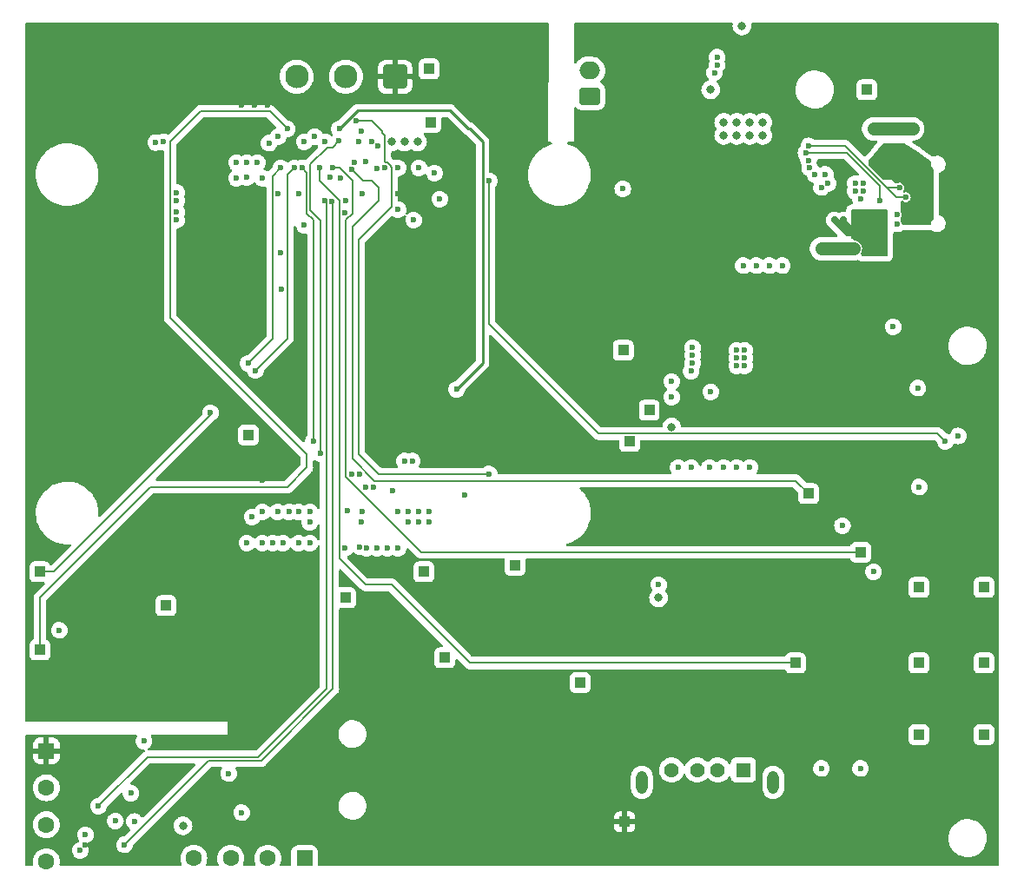
<source format=gbr>
%TF.GenerationSoftware,KiCad,Pcbnew,(6.0.5)*%
%TF.CreationDate,2022-05-15T18:43:58+01:00*%
%TF.ProjectId,CM4Carrier,434d3443-6172-4726-9965-722e6b696361,Rev1-Untested*%
%TF.SameCoordinates,Original*%
%TF.FileFunction,Copper,L2,Inr*%
%TF.FilePolarity,Positive*%
%FSLAX46Y46*%
G04 Gerber Fmt 4.6, Leading zero omitted, Abs format (unit mm)*
G04 Created by KiCad (PCBNEW (6.0.5)) date 2022-05-15 18:43:58*
%MOMM*%
%LPD*%
G01*
G04 APERTURE LIST*
G04 Aperture macros list*
%AMRoundRect*
0 Rectangle with rounded corners*
0 $1 Rounding radius*
0 $2 $3 $4 $5 $6 $7 $8 $9 X,Y pos of 4 corners*
0 Add a 4 corners polygon primitive as box body*
4,1,4,$2,$3,$4,$5,$6,$7,$8,$9,$2,$3,0*
0 Add four circle primitives for the rounded corners*
1,1,$1+$1,$2,$3*
1,1,$1+$1,$4,$5*
1,1,$1+$1,$6,$7*
1,1,$1+$1,$8,$9*
0 Add four rect primitives between the rounded corners*
20,1,$1+$1,$2,$3,$4,$5,0*
20,1,$1+$1,$4,$5,$6,$7,0*
20,1,$1+$1,$6,$7,$8,$9,0*
20,1,$1+$1,$8,$9,$2,$3,0*%
G04 Aperture macros list end*
%TA.AperFunction,ComponentPad*%
%ADD10R,1.000000X1.000000*%
%TD*%
%TA.AperFunction,ComponentPad*%
%ADD11RoundRect,0.250000X-0.550000X0.550000X-0.550000X-0.550000X0.550000X-0.550000X0.550000X0.550000X0*%
%TD*%
%TA.AperFunction,ComponentPad*%
%ADD12C,1.600000*%
%TD*%
%TA.AperFunction,ComponentPad*%
%ADD13RoundRect,0.250000X0.550000X0.550000X-0.550000X0.550000X-0.550000X-0.550000X0.550000X-0.550000X0*%
%TD*%
%TA.AperFunction,ComponentPad*%
%ADD14RoundRect,0.250001X0.899999X0.899999X-0.899999X0.899999X-0.899999X-0.899999X0.899999X-0.899999X0*%
%TD*%
%TA.AperFunction,ComponentPad*%
%ADD15C,2.300000*%
%TD*%
%TA.AperFunction,ComponentPad*%
%ADD16RoundRect,0.250000X0.750000X-0.600000X0.750000X0.600000X-0.750000X0.600000X-0.750000X-0.600000X0*%
%TD*%
%TA.AperFunction,ComponentPad*%
%ADD17O,2.000000X1.700000*%
%TD*%
%TA.AperFunction,ComponentPad*%
%ADD18R,1.428000X1.428000*%
%TD*%
%TA.AperFunction,ComponentPad*%
%ADD19C,1.428000*%
%TD*%
%TA.AperFunction,ComponentPad*%
%ADD20O,1.108000X2.216000*%
%TD*%
%TA.AperFunction,ViaPad*%
%ADD21C,0.600000*%
%TD*%
%TA.AperFunction,ViaPad*%
%ADD22C,0.800000*%
%TD*%
%TA.AperFunction,Conductor*%
%ADD23C,1.270000*%
%TD*%
%TA.AperFunction,Conductor*%
%ADD24C,0.635000*%
%TD*%
%TA.AperFunction,Conductor*%
%ADD25C,0.200000*%
%TD*%
%TA.AperFunction,Conductor*%
%ADD26C,0.250000*%
%TD*%
G04 APERTURE END LIST*
D10*
%TO.N,/bi11*%
%TO.C,TP26*%
X190500000Y-63500000D03*
%TD*%
%TO.N,/_5v*%
%TO.C,TP5*%
X166740000Y-88900000D03*
%TD*%
%TO.N,/bi0*%
%TO.C,TP7*%
X147320000Y-110490000D03*
%TD*%
%TO.N,/bi6*%
%TO.C,TP18*%
X156210000Y-109855000D03*
%TD*%
%TO.N,/3v3*%
%TO.C,TP2*%
X166878000Y-134874000D03*
%TD*%
%TO.N,/bi1*%
%TO.C,TP10*%
X162560000Y-121285000D03*
%TD*%
%TO.N,/bi9*%
%TO.C,TP23*%
X189865000Y-108585000D03*
%TD*%
D11*
%TO.N,/3v3*%
%TO.C,J2*%
X110490000Y-127949999D03*
D12*
%TO.N,Net-(J2-Pad2)*%
X110490000Y-131549999D03*
%TO.N,GND*%
X110490000Y-135149999D03*
%TO.N,Net-(J2-Pad4)*%
X110490000Y-138749999D03*
%TD*%
D10*
%TO.N,/bi4*%
%TO.C,TP6*%
X109855000Y-110490000D03*
%TD*%
%TO.N,/bi3*%
%TO.C,TP9*%
X109855000Y-118110000D03*
%TD*%
%TO.N,/bi12*%
%TO.C,TP27*%
X122174000Y-113792000D03*
%TD*%
%TO.N,Net-(R12-Pad2)*%
%TO.C,TP4*%
X169275000Y-94742000D03*
%TD*%
%TO.N,Net-(Module1-Pad95)*%
%TO.C,TP1*%
X147955000Y-66675000D03*
%TD*%
%TO.N,/bi8*%
%TO.C,TP19*%
X183515000Y-119380000D03*
%TD*%
D13*
%TO.N,/IO/SPI0_CE0_N*%
%TO.C,J8*%
X135680000Y-138430000D03*
D12*
%TO.N,/IO/SPIO_SCLK*%
X132080000Y-138430000D03*
%TO.N,/IO/SPI0_MISO*%
X128480000Y-138430000D03*
%TO.N,/IO/SPI0_MOSI*%
X124880000Y-138430000D03*
%TD*%
D14*
%TO.N,/3v3*%
%TO.C,J7*%
X144500000Y-62230000D03*
D15*
%TO.N,/bi10*%
X139700000Y-62230000D03*
%TO.N,GND*%
X134900000Y-62230000D03*
%TD*%
D10*
%TO.N,Net-(R11-Pad2)*%
%TO.C,TP3*%
X167386000Y-97790000D03*
%TD*%
%TO.N,/bi2*%
%TO.C,TP8*%
X130175000Y-97155000D03*
%TD*%
%TO.N,/Buttons/GLOBAL-EN*%
%TO.C,TP24*%
X147828000Y-61468000D03*
%TD*%
%TO.N,/bi5*%
%TO.C,TP11*%
X139700000Y-113030000D03*
%TD*%
%TO.N,/bi7*%
%TO.C,TP22*%
X184785000Y-102870000D03*
%TD*%
%TO.N,Net-(TP14-Pad1)*%
%TO.C,TP14*%
X201930000Y-119380000D03*
%TD*%
%TO.N,Net-(TP12-Pad1)*%
%TO.C,TP12*%
X195580000Y-119380000D03*
%TD*%
%TO.N,Net-(TP13-Pad1)*%
%TO.C,TP13*%
X195580000Y-126365000D03*
%TD*%
%TO.N,Net-(TP15-Pad1)*%
%TO.C,TP15*%
X201930000Y-126365000D03*
%TD*%
%TO.N,Net-(TP16-Pad1)*%
%TO.C,TP16*%
X195580000Y-112014000D03*
%TD*%
%TO.N,/bi13*%
%TO.C,TP28*%
X149352000Y-118872000D03*
%TD*%
D16*
%TO.N,/Battery/BATT__*%
%TO.C,BT1*%
X163470000Y-64115000D03*
D17*
%TO.N,Net-(BT1-Pad2)*%
X163470000Y-61615000D03*
%TD*%
D18*
%TO.N,Net-(F1-Pad1)*%
%TO.C,J3*%
X178450000Y-129822500D03*
D19*
%TO.N,/IO B/D-*%
X175950000Y-129822500D03*
%TO.N,/IO B/D+*%
X173950000Y-129822500D03*
%TO.N,GND*%
X171450000Y-129822500D03*
D20*
X181350000Y-131022500D03*
X168550000Y-131022500D03*
%TD*%
D10*
%TO.N,Net-(TP17-Pad1)*%
%TO.C,TP17*%
X201930000Y-112014001D03*
%TD*%
D21*
%TO.N,GND*%
X134155900Y-104648000D03*
X129032000Y-72136000D03*
X135128000Y-73660000D03*
X132588000Y-107696000D03*
X144780000Y-75184000D03*
X187706000Y-78994000D03*
X141224000Y-105664000D03*
X136187900Y-105664000D03*
X186055000Y-78994000D03*
X131572000Y-104648000D03*
D22*
X176530000Y-67945000D03*
D21*
X191135000Y-67310000D03*
X194945002Y-67310000D03*
X130048000Y-72043098D03*
X145796000Y-105664000D03*
X145796000Y-104648000D03*
X142779608Y-68963098D03*
X135084100Y-104648000D03*
X146812000Y-104648000D03*
X136187900Y-107696000D03*
X129540000Y-133985000D03*
X131064000Y-70612000D03*
X193675000Y-67310000D03*
X133096000Y-73660000D03*
X141292900Y-104648000D03*
X131572000Y-107696000D03*
X133096000Y-68072000D03*
X186944000Y-78994000D03*
X133560100Y-107696000D03*
D22*
X177800000Y-67945000D03*
D21*
X144780000Y-108204000D03*
D22*
X123825000Y-135255000D03*
D21*
X141038900Y-108050070D03*
D22*
X176530000Y-66675000D03*
D21*
X137668000Y-68580000D03*
X189230000Y-78994000D03*
X142211311Y-68580000D03*
X192405000Y-67310000D03*
X128270000Y-130175000D03*
X142748000Y-108204000D03*
X130556000Y-105156000D03*
X144780000Y-104648000D03*
X130048000Y-107696000D03*
X146812000Y-105664000D03*
X139631100Y-108204000D03*
X175260000Y-92964000D03*
X131581147Y-72122705D03*
X136187900Y-104648000D03*
X141224000Y-67564000D03*
X148844000Y-74168000D03*
D22*
X179070000Y-67945000D03*
X180340000Y-67945000D03*
D21*
X139885100Y-104494070D03*
X143764000Y-108204000D03*
X147828000Y-105664000D03*
D22*
X177800000Y-66675000D03*
D21*
X144272000Y-102616000D03*
X135636000Y-68580000D03*
X188468000Y-78994000D03*
D22*
X180340000Y-66675000D03*
D21*
X133052100Y-104648000D03*
X130048000Y-70612000D03*
D22*
X179070000Y-66675000D03*
D21*
X147828000Y-104648000D03*
X129032000Y-70612000D03*
X141732000Y-108204000D03*
X139194684Y-72132391D03*
X135084100Y-107696000D03*
%TO.N,/Battery/CHRG-VBUS*%
X189357000Y-72644000D03*
X189357000Y-73406000D03*
X190119000Y-72644000D03*
X190119000Y-73406000D03*
X189855747Y-74158747D03*
%TO.N,Net-(C4-Pad1)*%
X193421000Y-76581000D03*
X186055000Y-73025000D03*
X186690000Y-72644000D03*
X193421000Y-75692000D03*
%TO.N,Net-(C4-Pad2)*%
X191008000Y-77470000D03*
X190246000Y-77470000D03*
X189357000Y-77470000D03*
X187325000Y-76200000D03*
X192024000Y-77667900D03*
X188214000Y-76200000D03*
D22*
%TO.N,/_5v*%
X146685000Y-68580000D03*
D21*
X171450000Y-91948000D03*
D22*
X144161900Y-68580000D03*
X170180000Y-113030000D03*
X145415000Y-68580000D03*
D21*
X170180000Y-111760000D03*
X171450000Y-93472000D03*
%TO.N,/bi4*%
X126492000Y-94996000D03*
X134663900Y-71124877D03*
X130874548Y-90869548D03*
%TO.N,/bi0*%
X137232753Y-98987247D03*
X138992247Y-68507247D03*
%TO.N,Net-(C16-Pad2)*%
X195580000Y-102235000D03*
%TO.N,Net-(C17-Pad1)*%
X195453000Y-92583000D03*
%TO.N,/bi2*%
X133350000Y-71120000D03*
X130175000Y-90170000D03*
%TO.N,/bi3*%
X133985000Y-67310000D03*
%TO.N,/bi1*%
X139065000Y-67310000D03*
X150495000Y-92710000D03*
%TO.N,/bi5*%
X136525000Y-97790000D03*
X135415777Y-71118673D03*
%TO.N,/bi6*%
X153670000Y-100965000D03*
X140716000Y-66548000D03*
%TO.N,/bi8*%
X137160000Y-71120000D03*
%TO.N,/bi7*%
X140247734Y-71273883D03*
%TO.N,/bi9*%
X138430000Y-71120000D03*
%TO.N,/IO/SD_DAT2*%
X143510000Y-71120000D03*
X179070000Y-100330000D03*
%TO.N,/IO/SD_DAT3*%
X177800000Y-100330000D03*
X140970000Y-68580000D03*
%TO.N,/IO/SD_CMD*%
X141267901Y-73660000D03*
X176530000Y-100330000D03*
%TO.N,/IO/SD_CLK*%
X140492789Y-70563035D03*
X175143097Y-100330000D03*
%TO.N,/IO/SD_DAT0*%
X173355000Y-100330000D03*
X141605000Y-70485000D03*
%TO.N,/IO/SD_DAT1*%
X142752375Y-71142881D03*
X172085000Y-100330000D03*
%TO.N,/Battery/CHRG-CC2*%
X184900025Y-71119998D03*
%TO.N,/Battery/CHRG-CC1*%
X184812219Y-70373240D03*
%TO.N,/Battery/CHRG-D-*%
X184818842Y-68970742D03*
X194289849Y-73971122D03*
X193674998Y-73025001D03*
%TO.N,/Battery/CHRG-D+*%
X191770000Y-74295000D03*
X184544248Y-69670710D03*
%TO.N,Net-(L2-Pad2)*%
X173482000Y-88646000D03*
X177800000Y-90424000D03*
X173482000Y-90170000D03*
X178562000Y-89662000D03*
X178562000Y-88900000D03*
X173482000Y-89408000D03*
X177800000Y-89662000D03*
X173355000Y-90932000D03*
X177800000Y-88900000D03*
X178562000Y-90424000D03*
%TO.N,Net-(Module1-Pad21)*%
X133401464Y-82930829D03*
X151257000Y-102997000D03*
X132207000Y-68707000D03*
%TO.N,/IO/SPIO_SCLK*%
X114300000Y-136144000D03*
X135636000Y-76708000D03*
X118745000Y-132080000D03*
%TO.N,/IO/SPI0_CE0_N*%
X136652000Y-68072000D03*
X113792000Y-137668000D03*
X120015000Y-127000000D03*
%TO.N,/IO/SPI0_MISO*%
X139627247Y-75492247D03*
X119071449Y-134842152D03*
%TO.N,/IO/SPI0_MOSI*%
X117214598Y-134782477D03*
X138188560Y-72047591D03*
%TO.N,/Battery/ALRT*%
X146304000Y-76200000D03*
X175622000Y-61830000D03*
%TO.N,/IO/SD_PWR_ON*%
X144780000Y-71120000D03*
X188101949Y-106002148D03*
%TO.N,/IO/I2C_SDA*%
X175895000Y-61076903D03*
X146812000Y-71120000D03*
%TO.N,/IO/I2C_SCLK*%
X175895000Y-60325000D03*
X148336000Y-71628000D03*
%TO.N,/Buttons/GLOBAL-EN*%
X198120000Y-97790000D03*
X153670000Y-72390000D03*
%TO.N,/IO B/DSI0_L0_DN1*%
X121170587Y-68641129D03*
X140276900Y-100957643D03*
%TO.N,/IO B/DSI0_L0_DP1*%
X121920000Y-68580000D03*
X141028760Y-100965613D03*
%TO.N,/IO B/DSI0_L1_DN1*%
X141605000Y-102235000D03*
X123190000Y-76200000D03*
%TO.N,/IO B/DSI0_L1_DP1*%
X142356903Y-102235000D03*
X123204301Y-75433796D03*
%TO.N,/IO B/DSI0_CN*%
X145415000Y-99695000D03*
X123190000Y-74295000D03*
%TO.N,/IO B/DSI0_CP*%
X123204301Y-73528796D03*
X146166903Y-99695000D03*
%TO.N,Net-(R4-Pad2)*%
X189865000Y-129667000D03*
X186436000Y-71755000D03*
%TO.N,Net-(R5-Pad2)*%
X186055000Y-129667000D03*
X185420000Y-71755000D03*
D22*
%TO.N,Net-(R11-Pad2)*%
X171450000Y-96386189D03*
D21*
%TO.N,Net-(R13-Pad1)*%
X111760000Y-116205000D03*
%TO.N,/3v3*%
X147320000Y-73660000D03*
X131572000Y-101600000D03*
X130810000Y-64980100D03*
X187325000Y-118110000D03*
X178435000Y-106680000D03*
X127635000Y-133985000D03*
X149352000Y-124460000D03*
X116840000Y-110490000D03*
X114301217Y-137114778D03*
X144780000Y-73660000D03*
X172720000Y-128270000D03*
X143764000Y-114808000D03*
X162560000Y-117475000D03*
X179705000Y-125730000D03*
X199390000Y-66421000D03*
X129959747Y-130116900D03*
X146050000Y-73660000D03*
X112014000Y-123698000D03*
X132080000Y-64980100D03*
X136652000Y-119888000D03*
X129540000Y-64980100D03*
X187325000Y-101600000D03*
D22*
%TO.N,Net-(BT1-Pad2)*%
X175260000Y-63500000D03*
X178308000Y-57277000D03*
D21*
%TO.N,/IO/AUX_R*%
X118110000Y-137116100D03*
X138357247Y-74367753D03*
%TO.N,/IO/AUX_L*%
X137609622Y-74287665D03*
X115570000Y-133350000D03*
%TO.N,/Battery/BATT__*%
X178435000Y-80645000D03*
X179705000Y-80645000D03*
X180975000Y-80645000D03*
X182245000Y-80645000D03*
%TO.N,/BATT_S*%
X199390000Y-97250000D03*
X191135000Y-110490000D03*
X193040000Y-86614000D03*
%TO.N,/bi11*%
X166693192Y-73159908D03*
%TO.N,/bi13*%
X133350000Y-79375000D03*
X139700000Y-74295000D03*
%TO.N,Net-(F2-Pad1)*%
X193421000Y-69088000D03*
X194310000Y-75565000D03*
X192532000Y-69088000D03*
X192532000Y-69850000D03*
X195072000Y-76073000D03*
X193421000Y-69850000D03*
X194253900Y-76317614D03*
%TD*%
D23*
%TO.N,GND*%
X192405000Y-67310000D02*
X191135000Y-67310000D01*
X186944000Y-78994000D02*
X186055000Y-78994000D01*
X188468000Y-78994000D02*
X187706000Y-78994000D01*
X186944000Y-78994000D02*
X187706000Y-78994000D01*
X194945002Y-67310000D02*
X193675000Y-67310000D01*
X193675000Y-67310000D02*
X192405000Y-67310000D01*
X188468000Y-78994000D02*
X189230000Y-78994000D01*
D24*
%TO.N,Net-(C4-Pad2)*%
X188214000Y-76200000D02*
X188214000Y-76454000D01*
X190246000Y-77470000D02*
X191008000Y-77470000D01*
X188595000Y-77470000D02*
X189230000Y-77470000D01*
X191826100Y-77470000D02*
X191008000Y-77470000D01*
X189357000Y-77470000D02*
X190246000Y-77470000D01*
X188214000Y-76454000D02*
X189230000Y-77470000D01*
X192024000Y-77667900D02*
X191826100Y-77470000D01*
X189230000Y-77470000D02*
X189357000Y-77470000D01*
X187325000Y-76200000D02*
X188595000Y-77470000D01*
D25*
%TO.N,/bi4*%
X126492000Y-95252096D02*
X126492000Y-94996000D01*
X111254096Y-110490000D02*
X126492000Y-95252096D01*
X130874548Y-90869548D02*
X133985000Y-87759096D01*
X133985000Y-71803777D02*
X134663900Y-71124877D01*
X109855000Y-110490000D02*
X111254096Y-110490000D01*
X133985000Y-87759096D02*
X133985000Y-71803777D01*
%TO.N,/bi0*%
X138367593Y-69131901D02*
X137878099Y-69131901D01*
X136241911Y-70768089D02*
X136241911Y-75281911D01*
X137232753Y-76272753D02*
X137232753Y-98987247D01*
X136241911Y-75281911D02*
X137232753Y-76272753D01*
X138992247Y-68507247D02*
X138367593Y-69131901D01*
X137878099Y-69131901D02*
X136241911Y-70768089D01*
%TO.N,/bi2*%
X130175000Y-90170000D02*
X132544099Y-87800901D01*
X132544099Y-71925901D02*
X133350000Y-71120000D01*
X132544099Y-87800901D02*
X132544099Y-71925901D01*
%TO.N,/bi3*%
X109855000Y-113030000D02*
X120650000Y-102235000D01*
X135890000Y-99060000D02*
X122555000Y-85725000D01*
X109855000Y-118110000D02*
X109855000Y-113030000D01*
X125539500Y-65595500D02*
X132270500Y-65595500D01*
X122555000Y-68580000D02*
X125539500Y-65595500D01*
X122555000Y-85725000D02*
X122555000Y-68580000D01*
X132270500Y-65595500D02*
X133985000Y-67310000D01*
X120650000Y-102235000D02*
X133985000Y-102235000D01*
X133985000Y-102235000D02*
X135890000Y-100330000D01*
X135890000Y-100330000D02*
X135890000Y-99060000D01*
D26*
%TO.N,/bi1*%
X151638000Y-67310000D02*
X149860000Y-65532000D01*
X150495000Y-92710000D02*
X153035000Y-90170000D01*
X140843000Y-65532000D02*
X139065000Y-67310000D01*
X153035000Y-68580000D02*
X151765000Y-67310000D01*
X153035000Y-90170000D02*
X153035000Y-68580000D01*
X149860000Y-65532000D02*
X140843000Y-65532000D01*
X151765000Y-67310000D02*
X151638000Y-67310000D01*
D25*
%TO.N,/bi5*%
X135890000Y-71592896D02*
X135415777Y-71118673D01*
X135890000Y-75565000D02*
X135890000Y-71592896D01*
X136525000Y-97790000D02*
X136525000Y-76200000D01*
X136525000Y-76200000D02*
X135890000Y-75565000D01*
%TO.N,/bi6*%
X143251911Y-67686911D02*
X143251911Y-67559911D01*
X144145000Y-74930000D02*
X144145000Y-71120000D01*
X144061901Y-71036901D02*
X144061901Y-70891394D01*
X144061901Y-70891394D02*
X143738606Y-70568099D01*
X143251911Y-67559911D02*
X142240000Y-66548000D01*
X143510000Y-70485000D02*
X143510000Y-67945000D01*
X143593099Y-70568099D02*
X143510000Y-70485000D01*
X143510000Y-67945000D02*
X143251911Y-67686911D01*
X142240000Y-66548000D02*
X140716000Y-66548000D01*
X140970000Y-78105000D02*
X144145000Y-74930000D01*
X143738606Y-70568099D02*
X143593099Y-70568099D01*
X140970000Y-99060000D02*
X140970000Y-78105000D01*
X144145000Y-71120000D02*
X144061901Y-71036901D01*
X142875000Y-100965000D02*
X140970000Y-99060000D01*
X153670000Y-100965000D02*
X142875000Y-100965000D01*
%TO.N,/bi8*%
X139065000Y-74295000D02*
X139065000Y-109220000D01*
X137160000Y-71120000D02*
X137160000Y-72390000D01*
X139065000Y-109220000D02*
X141605000Y-111760000D01*
X144145000Y-111760000D02*
X151765000Y-119380000D01*
X151765000Y-119380000D02*
X183515000Y-119380000D01*
X141605000Y-111760000D02*
X144145000Y-111760000D01*
X137160000Y-72390000D02*
X139065000Y-74295000D01*
%TO.N,/bi7*%
X142240000Y-72390000D02*
X141363851Y-72390000D01*
X141363851Y-72390000D02*
X140247734Y-71273883D01*
X184785000Y-102870000D02*
X183530479Y-101615479D01*
X140335000Y-76835000D02*
X142875000Y-74295000D01*
X183530479Y-101615479D02*
X142459133Y-101615479D01*
X142875000Y-73025000D02*
X142240000Y-72390000D01*
X140335000Y-99491346D02*
X140335000Y-76835000D01*
X142459133Y-101615479D02*
X140335000Y-99491346D01*
X142875000Y-74295000D02*
X142875000Y-73025000D01*
%TO.N,/bi9*%
X140335000Y-72390000D02*
X139065000Y-71120000D01*
X139700000Y-100689761D02*
X139700000Y-76200000D01*
X147028987Y-108585000D02*
X139645480Y-101201493D01*
X189865000Y-108585000D02*
X147028987Y-108585000D01*
X139645480Y-100744281D02*
X139700000Y-100689761D01*
X139700000Y-76200000D02*
X140335000Y-75565000D01*
X139065000Y-71120000D02*
X138430000Y-71120000D01*
X139645480Y-101201493D02*
X139645480Y-100744281D01*
X140335000Y-75565000D02*
X140335000Y-72390000D01*
%TO.N,/Battery/CHRG-D-*%
X193674998Y-73025001D02*
X192404999Y-73025001D01*
X193351120Y-73971122D02*
X194289849Y-73971122D01*
X192404999Y-73025001D02*
X193351120Y-73971122D01*
X192404999Y-73025001D02*
X188350740Y-68970742D01*
X188350740Y-68970742D02*
X184818842Y-68970742D01*
%TO.N,/Battery/CHRG-D+*%
X191770000Y-74295000D02*
X191770000Y-72898000D01*
X188542710Y-69670710D02*
X184544248Y-69670710D01*
X191770000Y-72898000D02*
X188542710Y-69670710D01*
%TO.N,/Buttons/GLOBAL-EN*%
X153670000Y-86360000D02*
X153670000Y-72390000D01*
X164348089Y-97038089D02*
X153670000Y-86360000D01*
X198120000Y-97790000D02*
X197368089Y-97038089D01*
X197368089Y-97038089D02*
X164348089Y-97038089D01*
%TO.N,/IO/AUX_R*%
X138430000Y-74440506D02*
X138430000Y-121920000D01*
X138430000Y-121920000D02*
X131445000Y-128905000D01*
X138357247Y-74367753D02*
X138430000Y-74440506D01*
X131445000Y-128905000D02*
X126321100Y-128905000D01*
X126321100Y-128905000D02*
X118110000Y-137116100D01*
%TO.N,/IO/AUX_L*%
X120366911Y-128553089D02*
X131161911Y-128553089D01*
X137784654Y-121930346D02*
X137784654Y-74462697D01*
X131161911Y-128553089D02*
X137784654Y-121930346D01*
X115570000Y-133350000D02*
X120366911Y-128553089D01*
X137784654Y-74462697D02*
X137609622Y-74287665D01*
%TD*%
%TA.AperFunction,Conductor*%
%TO.N,Net-(C4-Pad2)*%
G36*
X192474121Y-75204002D02*
G01*
X192520614Y-75257658D01*
X192532000Y-75310000D01*
X192532000Y-79630000D01*
X192511998Y-79698121D01*
X192458342Y-79744614D01*
X192406000Y-79756000D01*
X190090378Y-79756000D01*
X190022257Y-79735998D01*
X189975764Y-79682342D01*
X189968140Y-79660560D01*
X189916834Y-79455337D01*
X189919717Y-79384399D01*
X189932687Y-79357263D01*
X189938865Y-79347527D01*
X189938866Y-79347525D01*
X189942640Y-79341578D01*
X190001936Y-79175056D01*
X190003224Y-79164260D01*
X190022032Y-79006528D01*
X190022866Y-78999535D01*
X190022130Y-78992531D01*
X190005125Y-78830740D01*
X190005124Y-78830738D01*
X190004389Y-78823740D01*
X189947424Y-78656406D01*
X189854802Y-78505851D01*
X189849876Y-78500820D01*
X189849873Y-78500817D01*
X189792965Y-78442705D01*
X189731127Y-78379558D01*
X189582545Y-78283804D01*
X189416441Y-78223347D01*
X189356512Y-78215776D01*
X189302412Y-78195608D01*
X189032108Y-78015405D01*
X188986523Y-77960976D01*
X188976000Y-77910567D01*
X188976000Y-75310000D01*
X188996002Y-75241879D01*
X189049658Y-75195386D01*
X189102000Y-75184000D01*
X192406000Y-75184000D01*
X192474121Y-75204002D01*
G37*
%TD.AperFunction*%
%TD*%
%TA.AperFunction,Conductor*%
%TO.N,/3v3*%
G36*
X159374016Y-56957630D02*
G01*
X159442127Y-56977664D01*
X159488595Y-57031341D01*
X159499951Y-57084890D01*
X159385184Y-68561646D01*
X159385000Y-68580000D01*
X159668135Y-68580000D01*
X159736256Y-68600002D01*
X159782749Y-68653658D01*
X159792853Y-68723932D01*
X159763359Y-68788512D01*
X159703393Y-68826966D01*
X159508503Y-68883771D01*
X159508500Y-68883772D01*
X159505059Y-68884775D01*
X159501759Y-68886159D01*
X159501750Y-68886162D01*
X159375627Y-68939050D01*
X159185564Y-69018750D01*
X159035157Y-69102982D01*
X158903084Y-69176947D01*
X158883290Y-69188032D01*
X158602122Y-69390444D01*
X158599471Y-69392852D01*
X158599466Y-69392856D01*
X158459712Y-69519800D01*
X158345675Y-69623384D01*
X158117247Y-69883857D01*
X157919772Y-70168515D01*
X157755792Y-70473697D01*
X157754465Y-70477022D01*
X157754465Y-70477023D01*
X157740710Y-70511500D01*
X157627413Y-70795481D01*
X157536287Y-71129729D01*
X157534288Y-71142717D01*
X157484739Y-71464643D01*
X157483584Y-71472145D01*
X157482837Y-71491168D01*
X157470801Y-71797492D01*
X157469982Y-71818326D01*
X157481647Y-71975297D01*
X157494267Y-72145111D01*
X157495657Y-72163821D01*
X157560278Y-72504188D01*
X157561336Y-72507597D01*
X157561338Y-72507603D01*
X157581193Y-72571547D01*
X157663014Y-72835053D01*
X157664455Y-72838327D01*
X157664455Y-72838328D01*
X157800956Y-73148548D01*
X157802545Y-73152160D01*
X157977076Y-73451434D01*
X157979212Y-73454294D01*
X157979213Y-73454296D01*
X157997470Y-73478745D01*
X158184364Y-73729027D01*
X158186808Y-73731625D01*
X158186813Y-73731631D01*
X158287288Y-73838438D01*
X158421744Y-73981369D01*
X158450982Y-74006121D01*
X158673669Y-74194639D01*
X158686164Y-74205217D01*
X158689128Y-74207197D01*
X158689130Y-74207199D01*
X158971248Y-74395704D01*
X158974225Y-74397693D01*
X158977407Y-74399332D01*
X158977409Y-74399333D01*
X159279040Y-74554684D01*
X159279045Y-74554686D01*
X159282223Y-74556323D01*
X159285564Y-74557589D01*
X159285569Y-74557591D01*
X159402456Y-74601875D01*
X159606199Y-74679066D01*
X159609663Y-74679946D01*
X159609667Y-74679947D01*
X159938519Y-74763465D01*
X159938527Y-74763467D01*
X159941986Y-74764345D01*
X160077789Y-74782827D01*
X160282277Y-74810657D01*
X160282284Y-74810658D01*
X160285270Y-74811064D01*
X160398174Y-74815500D01*
X160612754Y-74815500D01*
X160757020Y-74807308D01*
X160867322Y-74801045D01*
X160867329Y-74801044D01*
X160870890Y-74800842D01*
X161212334Y-74742171D01*
X161215766Y-74741171D01*
X161215769Y-74741170D01*
X161541497Y-74646229D01*
X161541500Y-74646228D01*
X161544941Y-74645225D01*
X161548241Y-74643841D01*
X161548250Y-74643838D01*
X161756949Y-74556323D01*
X161864436Y-74511250D01*
X162149004Y-74351884D01*
X162163580Y-74343721D01*
X162163581Y-74343720D01*
X162166710Y-74341968D01*
X162447878Y-74139556D01*
X162450529Y-74137148D01*
X162450534Y-74137144D01*
X162701675Y-73909023D01*
X162704325Y-73906616D01*
X162932753Y-73646143D01*
X163130228Y-73361485D01*
X163244643Y-73148548D01*
X165879655Y-73148548D01*
X165897355Y-73329068D01*
X165954610Y-73501181D01*
X165958257Y-73507203D01*
X165958258Y-73507205D01*
X166044037Y-73648843D01*
X166048572Y-73656332D01*
X166053461Y-73661395D01*
X166053462Y-73661396D01*
X166118773Y-73729027D01*
X166174574Y-73786810D01*
X166326351Y-73886130D01*
X166332955Y-73888586D01*
X166332957Y-73888587D01*
X166489750Y-73946898D01*
X166489752Y-73946898D01*
X166496360Y-73949356D01*
X166580187Y-73960541D01*
X166669172Y-73972415D01*
X166669176Y-73972415D01*
X166676153Y-73973346D01*
X166683164Y-73972708D01*
X166683168Y-73972708D01*
X166825651Y-73959740D01*
X166856792Y-73956906D01*
X166863494Y-73954728D01*
X166863496Y-73954728D01*
X167022601Y-73903032D01*
X167022604Y-73903031D01*
X167029300Y-73900855D01*
X167161584Y-73821998D01*
X167179052Y-73811585D01*
X167179054Y-73811584D01*
X167185104Y-73807977D01*
X167316458Y-73682890D01*
X167416835Y-73531810D01*
X167468942Y-73394640D01*
X167478747Y-73368828D01*
X167478748Y-73368826D01*
X167481247Y-73362246D01*
X167484108Y-73341887D01*
X167505940Y-73186547D01*
X167505940Y-73186544D01*
X167506491Y-73182625D01*
X167506808Y-73159908D01*
X167486589Y-72979653D01*
X167484272Y-72972999D01*
X167429256Y-72815014D01*
X167429254Y-72815011D01*
X167426937Y-72808356D01*
X167415613Y-72790234D01*
X167334551Y-72660506D01*
X167330818Y-72654532D01*
X167322027Y-72645679D01*
X167207970Y-72530823D01*
X167207966Y-72530820D01*
X167203007Y-72525826D01*
X167191889Y-72518770D01*
X167116211Y-72470744D01*
X167049858Y-72428635D01*
X166994034Y-72408757D01*
X166885617Y-72370151D01*
X166885612Y-72370150D01*
X166878982Y-72367789D01*
X166871994Y-72366956D01*
X166871991Y-72366955D01*
X166748890Y-72352276D01*
X166698872Y-72346312D01*
X166691869Y-72347048D01*
X166691868Y-72347048D01*
X166525480Y-72364536D01*
X166525478Y-72364537D01*
X166518480Y-72365272D01*
X166346771Y-72423726D01*
X166340767Y-72427420D01*
X166198287Y-72515074D01*
X166198284Y-72515076D01*
X166192280Y-72518770D01*
X166187245Y-72523701D01*
X166187242Y-72523703D01*
X166068421Y-72640062D01*
X166062685Y-72645679D01*
X165964427Y-72798146D01*
X165962018Y-72804766D01*
X165962016Y-72804769D01*
X165911013Y-72944898D01*
X165902389Y-72968593D01*
X165879655Y-73148548D01*
X163244643Y-73148548D01*
X163294208Y-73056303D01*
X163299022Y-73044238D01*
X163329201Y-72968593D01*
X163422587Y-72734519D01*
X163513713Y-72400271D01*
X163535843Y-72256488D01*
X163565874Y-72061378D01*
X163565874Y-72061374D01*
X163566416Y-72057855D01*
X163570263Y-71959944D01*
X163579878Y-71715244D01*
X163579878Y-71715239D01*
X163580018Y-71711674D01*
X163564357Y-71500936D01*
X163554608Y-71369741D01*
X163554607Y-71369736D01*
X163554343Y-71366179D01*
X163489722Y-71025812D01*
X163488341Y-71021362D01*
X163426915Y-70823539D01*
X163386986Y-70694947D01*
X163351643Y-70614624D01*
X163248899Y-70381121D01*
X163248897Y-70381116D01*
X163247455Y-70377840D01*
X163072924Y-70078566D01*
X163056816Y-70056994D01*
X162966890Y-69936569D01*
X162865636Y-69800973D01*
X162863192Y-69798375D01*
X162863187Y-69798369D01*
X162732410Y-69659350D01*
X183730711Y-69659350D01*
X183748411Y-69839870D01*
X183805666Y-70011983D01*
X183809313Y-70018005D01*
X183809314Y-70018007D01*
X183864800Y-70109625D01*
X183899628Y-70167134D01*
X183904517Y-70172197D01*
X183904518Y-70172198D01*
X183967044Y-70236945D01*
X183999976Y-70299841D01*
X184001413Y-70340262D01*
X183998682Y-70361880D01*
X184016382Y-70542400D01*
X184073637Y-70714513D01*
X184077284Y-70720535D01*
X184077285Y-70720537D01*
X184113281Y-70779973D01*
X184131460Y-70848602D01*
X184123906Y-70888338D01*
X184111632Y-70922061D01*
X184109222Y-70928683D01*
X184086488Y-71108638D01*
X184104188Y-71289158D01*
X184161443Y-71461271D01*
X184165090Y-71467293D01*
X184165091Y-71467295D01*
X184250593Y-71608476D01*
X184255405Y-71616422D01*
X184260294Y-71621485D01*
X184260295Y-71621486D01*
X184292311Y-71654639D01*
X184381407Y-71746900D01*
X184434494Y-71781639D01*
X184509015Y-71830404D01*
X184533184Y-71846220D01*
X184550840Y-71852786D01*
X184607713Y-71895277D01*
X184626475Y-71931110D01*
X184681418Y-72096273D01*
X184685065Y-72102295D01*
X184685066Y-72102297D01*
X184750139Y-72209745D01*
X184775380Y-72251424D01*
X184780269Y-72256487D01*
X184780270Y-72256488D01*
X184833727Y-72311844D01*
X184901382Y-72381902D01*
X184970941Y-72427420D01*
X185036912Y-72470590D01*
X185053159Y-72481222D01*
X185059763Y-72483678D01*
X185059765Y-72483679D01*
X185114912Y-72504188D01*
X185223168Y-72544448D01*
X185223934Y-72544550D01*
X185283050Y-72579185D01*
X185315179Y-72642495D01*
X185309708Y-72708645D01*
X185282265Y-72784045D01*
X185271668Y-72813160D01*
X185264197Y-72833685D01*
X185241463Y-73013640D01*
X185259163Y-73194160D01*
X185316418Y-73366273D01*
X185320065Y-73372295D01*
X185320066Y-73372297D01*
X185401769Y-73507205D01*
X185410380Y-73521424D01*
X185415269Y-73526487D01*
X185415270Y-73526488D01*
X185468323Y-73581425D01*
X185536382Y-73651902D01*
X185552767Y-73662624D01*
X185671912Y-73740590D01*
X185688159Y-73751222D01*
X185694763Y-73753678D01*
X185694765Y-73753679D01*
X185851558Y-73811990D01*
X185851560Y-73811990D01*
X185858168Y-73814448D01*
X185941995Y-73825633D01*
X186030980Y-73837507D01*
X186030984Y-73837507D01*
X186037961Y-73838438D01*
X186044972Y-73837800D01*
X186044976Y-73837800D01*
X186187459Y-73824832D01*
X186218600Y-73821998D01*
X186225302Y-73819820D01*
X186225304Y-73819820D01*
X186384409Y-73768124D01*
X186384412Y-73768123D01*
X186391108Y-73765947D01*
X186522286Y-73687749D01*
X186540860Y-73676677D01*
X186540862Y-73676676D01*
X186546912Y-73673069D01*
X186678266Y-73547982D01*
X186693630Y-73524858D01*
X186709229Y-73501379D01*
X186763587Y-73455708D01*
X186802755Y-73445625D01*
X186853600Y-73440998D01*
X186860302Y-73438820D01*
X186860304Y-73438820D01*
X187019409Y-73387124D01*
X187019412Y-73387123D01*
X187026108Y-73384947D01*
X187181912Y-73292069D01*
X187313266Y-73166982D01*
X187413643Y-73015902D01*
X187457780Y-72899711D01*
X187475555Y-72852920D01*
X187475556Y-72852918D01*
X187478055Y-72846338D01*
X187479181Y-72838328D01*
X187502748Y-72670639D01*
X187502748Y-72670636D01*
X187503299Y-72666717D01*
X187503616Y-72644000D01*
X187483397Y-72463745D01*
X187481080Y-72457091D01*
X187426064Y-72299106D01*
X187426062Y-72299103D01*
X187423745Y-72292448D01*
X187334676Y-72149907D01*
X187331359Y-72144598D01*
X187327626Y-72138624D01*
X187322664Y-72133627D01*
X187258141Y-72068652D01*
X187224334Y-72006221D01*
X187225322Y-71957516D01*
X187224055Y-71957338D01*
X187248748Y-71781639D01*
X187248748Y-71781636D01*
X187249299Y-71777717D01*
X187249452Y-71766738D01*
X187249561Y-71758962D01*
X187249561Y-71758957D01*
X187249616Y-71755000D01*
X187229397Y-71574745D01*
X187227080Y-71568091D01*
X187172064Y-71410106D01*
X187172062Y-71410103D01*
X187169745Y-71403448D01*
X187146457Y-71366179D01*
X187077359Y-71255598D01*
X187073626Y-71249624D01*
X187057946Y-71233834D01*
X186950778Y-71125915D01*
X186950774Y-71125912D01*
X186945815Y-71120918D01*
X186938164Y-71116062D01*
X186816034Y-71038557D01*
X186792666Y-71023727D01*
X186763463Y-71013328D01*
X186628425Y-70965243D01*
X186628420Y-70965242D01*
X186621790Y-70962881D01*
X186614802Y-70962048D01*
X186614799Y-70962047D01*
X186485171Y-70946590D01*
X186441680Y-70941404D01*
X186434677Y-70942140D01*
X186434676Y-70942140D01*
X186268288Y-70959628D01*
X186268286Y-70959629D01*
X186261288Y-70960364D01*
X186089579Y-71018818D01*
X185993822Y-71077729D01*
X185925323Y-71096386D01*
X185860288Y-71076795D01*
X185800034Y-71038557D01*
X185776666Y-71023727D01*
X185770022Y-71021361D01*
X185763697Y-71018276D01*
X185764401Y-71016834D01*
X185713773Y-70980103D01*
X185694561Y-70939346D01*
X185693422Y-70939743D01*
X185656377Y-70833364D01*
X185633770Y-70768446D01*
X185600518Y-70715231D01*
X185581383Y-70646861D01*
X185589585Y-70603719D01*
X185597770Y-70582171D01*
X185597771Y-70582167D01*
X185600274Y-70575578D01*
X185603634Y-70551675D01*
X185624967Y-70399876D01*
X185625518Y-70395957D01*
X185625532Y-70394936D01*
X185650466Y-70329162D01*
X185707529Y-70286920D01*
X185750929Y-70279210D01*
X188238471Y-70279210D01*
X188306592Y-70299212D01*
X188327566Y-70316115D01*
X189649834Y-71638383D01*
X189683860Y-71700695D01*
X189678795Y-71771510D01*
X189636248Y-71828346D01*
X189569728Y-71853157D01*
X189542893Y-71851018D01*
X189542790Y-71851881D01*
X189362680Y-71830404D01*
X189355677Y-71831140D01*
X189355676Y-71831140D01*
X189189288Y-71848628D01*
X189189286Y-71848629D01*
X189182288Y-71849364D01*
X189010579Y-71907818D01*
X188961412Y-71938066D01*
X188862095Y-71999166D01*
X188862092Y-71999168D01*
X188856088Y-72002862D01*
X188851053Y-72007793D01*
X188851050Y-72007795D01*
X188731525Y-72124843D01*
X188726493Y-72129771D01*
X188628235Y-72282238D01*
X188625826Y-72288858D01*
X188625824Y-72288861D01*
X188568606Y-72446066D01*
X188566197Y-72452685D01*
X188543463Y-72632640D01*
X188561163Y-72813160D01*
X188606285Y-72948800D01*
X188618418Y-72985273D01*
X188616156Y-72986026D01*
X188624928Y-73045178D01*
X188618533Y-73070893D01*
X188571235Y-73200844D01*
X188566197Y-73214685D01*
X188543463Y-73394640D01*
X188561163Y-73575160D01*
X188618418Y-73747273D01*
X188622065Y-73753295D01*
X188622066Y-73753297D01*
X188700176Y-73882272D01*
X188712380Y-73902424D01*
X188717269Y-73907487D01*
X188717270Y-73907488D01*
X188786102Y-73978765D01*
X188838382Y-74032902D01*
X188904298Y-74076036D01*
X188990159Y-74132222D01*
X188988986Y-74134014D01*
X189033227Y-74175510D01*
X189050027Y-74227107D01*
X189059910Y-74327907D01*
X189084559Y-74402005D01*
X189114940Y-74493333D01*
X189114942Y-74493337D01*
X189117165Y-74500020D01*
X189118895Y-74502877D01*
X189129096Y-74571654D01*
X189099890Y-74636366D01*
X189040335Y-74675014D01*
X189017770Y-74679555D01*
X189012770Y-74680093D01*
X188992851Y-74682234D01*
X188989551Y-74682952D01*
X188989550Y-74682952D01*
X188943790Y-74692906D01*
X188943785Y-74692907D01*
X188940509Y-74693620D01*
X188836343Y-74728290D01*
X188713388Y-74807308D01*
X188709993Y-74810250D01*
X188709990Y-74810252D01*
X188703990Y-74815451D01*
X188659732Y-74853801D01*
X188656792Y-74857194D01*
X188571334Y-74955818D01*
X188564018Y-74964261D01*
X188503302Y-75097210D01*
X188483300Y-75165331D01*
X188482659Y-75169788D01*
X188482657Y-75169798D01*
X188467631Y-75274305D01*
X188438138Y-75338885D01*
X188378412Y-75377269D01*
X188322336Y-75380681D01*
X188284899Y-75374484D01*
X188260380Y-75370425D01*
X188253563Y-75370782D01*
X188253559Y-75370782D01*
X188089765Y-75379366D01*
X188081159Y-75379817D01*
X188074585Y-75381628D01*
X188074584Y-75381628D01*
X188033589Y-75392920D01*
X187908136Y-75427476D01*
X187902094Y-75430662D01*
X187902093Y-75430662D01*
X187828590Y-75469415D01*
X187759003Y-75483492D01*
X187713802Y-75470818D01*
X187618009Y-75423266D01*
X187618005Y-75423265D01*
X187611898Y-75420233D01*
X187569893Y-75409760D01*
X187444385Y-75378467D01*
X187444382Y-75378467D01*
X187437762Y-75376816D01*
X187430945Y-75376626D01*
X187430941Y-75376625D01*
X187348063Y-75374310D01*
X187258365Y-75371805D01*
X187082076Y-75405434D01*
X187015902Y-75433796D01*
X186934402Y-75468727D01*
X186917122Y-75476133D01*
X186771198Y-75580606D01*
X186651110Y-75713976D01*
X186647742Y-75719905D01*
X186647739Y-75719909D01*
X186570938Y-75855106D01*
X186562465Y-75870022D01*
X186509395Y-76041462D01*
X186494377Y-76220300D01*
X186518113Y-76398190D01*
X186520445Y-76404598D01*
X186520446Y-76404601D01*
X186524578Y-76415953D01*
X186579494Y-76566834D01*
X186675657Y-76718364D01*
X186679323Y-76722464D01*
X187592266Y-77635407D01*
X187626290Y-77697717D01*
X187621226Y-77768532D01*
X187578679Y-77825368D01*
X187512159Y-77850179D01*
X187503170Y-77850500D01*
X186001684Y-77850500D01*
X185845721Y-77864831D01*
X185840159Y-77866400D01*
X185840157Y-77866400D01*
X185744586Y-77893354D01*
X185643451Y-77921877D01*
X185454963Y-78014829D01*
X185286571Y-78140573D01*
X185143914Y-78294899D01*
X185031769Y-78472638D01*
X184953892Y-78667837D01*
X184952767Y-78673494D01*
X184952765Y-78673500D01*
X184914019Y-78868293D01*
X184912892Y-78873960D01*
X184910141Y-79084102D01*
X184945732Y-79291228D01*
X185018472Y-79488399D01*
X185125926Y-79669012D01*
X185264494Y-79827019D01*
X185294107Y-79850364D01*
X185379277Y-79917506D01*
X185429537Y-79957128D01*
X185434653Y-79959819D01*
X185434655Y-79959821D01*
X185600886Y-80047279D01*
X185615527Y-80054982D01*
X185816234Y-80117304D01*
X185821969Y-80117983D01*
X185821970Y-80117983D01*
X185852532Y-80121600D01*
X185986874Y-80137500D01*
X189283316Y-80137500D01*
X189368328Y-80129688D01*
X189433525Y-80123698D01*
X189433528Y-80123697D01*
X189439279Y-80123169D01*
X189444841Y-80121600D01*
X189444843Y-80121600D01*
X189565261Y-80087639D01*
X189636253Y-80088399D01*
X189681974Y-80113683D01*
X189737828Y-80162081D01*
X189737831Y-80162083D01*
X189744639Y-80167982D01*
X189877588Y-80228698D01*
X189901342Y-80235673D01*
X189941386Y-80247431D01*
X189941390Y-80247432D01*
X189945709Y-80248700D01*
X189950158Y-80249340D01*
X189950164Y-80249341D01*
X190085931Y-80268861D01*
X190085936Y-80268861D01*
X190090378Y-80269500D01*
X192406000Y-80269500D01*
X192409346Y-80269140D01*
X192409351Y-80269140D01*
X192511785Y-80258128D01*
X192511792Y-80258127D01*
X192515149Y-80257766D01*
X192518450Y-80257048D01*
X192564210Y-80247094D01*
X192564215Y-80247093D01*
X192567491Y-80246380D01*
X192671657Y-80211710D01*
X192794612Y-80132692D01*
X192802517Y-80125843D01*
X192844875Y-80089139D01*
X192848268Y-80086199D01*
X192863171Y-80069000D01*
X192938081Y-79982550D01*
X192938083Y-79982547D01*
X192943982Y-79975739D01*
X193004698Y-79842790D01*
X193024700Y-79774669D01*
X193039267Y-79673356D01*
X193044861Y-79634447D01*
X193044861Y-79634442D01*
X193045500Y-79630000D01*
X193045500Y-77485292D01*
X193065502Y-77417171D01*
X193119158Y-77370678D01*
X193189432Y-77360574D01*
X193215415Y-77367193D01*
X193224168Y-77370448D01*
X193307995Y-77381633D01*
X193396980Y-77393507D01*
X193396984Y-77393507D01*
X193403961Y-77394438D01*
X193410972Y-77393800D01*
X193410976Y-77393800D01*
X193553459Y-77380832D01*
X193584600Y-77377998D01*
X193591302Y-77375820D01*
X193591304Y-77375820D01*
X193750409Y-77324124D01*
X193750412Y-77324123D01*
X193757108Y-77321947D01*
X193906092Y-77233134D01*
X193974845Y-77215435D01*
X193988526Y-77216645D01*
X194022294Y-77221500D01*
X196624160Y-77221500D01*
X196628520Y-77220886D01*
X196628525Y-77220886D01*
X196748721Y-77203968D01*
X196818964Y-77214280D01*
X196842807Y-77228639D01*
X196893178Y-77267150D01*
X196966962Y-77301556D01*
X197051131Y-77340805D01*
X197051134Y-77340806D01*
X197057308Y-77343685D01*
X197063956Y-77345171D01*
X197063959Y-77345172D01*
X197181208Y-77371380D01*
X197234043Y-77383190D01*
X197239588Y-77383500D01*
X197372744Y-77383500D01*
X197507537Y-77368857D01*
X197625690Y-77329094D01*
X197672704Y-77313272D01*
X197672706Y-77313271D01*
X197679175Y-77311094D01*
X197834405Y-77217823D01*
X197839362Y-77213135D01*
X197839365Y-77213133D01*
X197961027Y-77098082D01*
X197961029Y-77098080D01*
X197965985Y-77093393D01*
X197969817Y-77087755D01*
X197969820Y-77087751D01*
X198063942Y-76949255D01*
X198067777Y-76943612D01*
X198135030Y-76775466D01*
X198136144Y-76768738D01*
X198136145Y-76768734D01*
X198163493Y-76603539D01*
X198163493Y-76603536D01*
X198164608Y-76596802D01*
X198164107Y-76587231D01*
X198155487Y-76422766D01*
X198155130Y-76415953D01*
X198150238Y-76398190D01*
X198108852Y-76247941D01*
X198107039Y-76241359D01*
X198022578Y-76081164D01*
X198018173Y-76075951D01*
X198018170Y-76075947D01*
X197910094Y-75948057D01*
X197910090Y-75948053D01*
X197905687Y-75942843D01*
X197892188Y-75932522D01*
X197767243Y-75836994D01*
X197767239Y-75836991D01*
X197761822Y-75832850D01*
X197638644Y-75775411D01*
X197603869Y-75759195D01*
X197603866Y-75759194D01*
X197597692Y-75756315D01*
X197591041Y-75754828D01*
X197591037Y-75754827D01*
X197589011Y-75754374D01*
X197587900Y-75753759D01*
X197584572Y-75752626D01*
X197584775Y-75752029D01*
X197526895Y-75719992D01*
X197493228Y-75657485D01*
X197490500Y-75631409D01*
X197490500Y-71685131D01*
X197510502Y-71617010D01*
X197564158Y-71570517D01*
X197576311Y-71565712D01*
X197672704Y-71533272D01*
X197672706Y-71533271D01*
X197679175Y-71531094D01*
X197834405Y-71437823D01*
X197839362Y-71433135D01*
X197839365Y-71433133D01*
X197961027Y-71318082D01*
X197961029Y-71318080D01*
X197965985Y-71313393D01*
X197969817Y-71307755D01*
X197969820Y-71307751D01*
X198063942Y-71169255D01*
X198067777Y-71163612D01*
X198135030Y-70995466D01*
X198136144Y-70988738D01*
X198136145Y-70988734D01*
X198163493Y-70823539D01*
X198163493Y-70823536D01*
X198164608Y-70816802D01*
X198164114Y-70807366D01*
X198155487Y-70642766D01*
X198155130Y-70635953D01*
X198148610Y-70612280D01*
X198108852Y-70467941D01*
X198107039Y-70461359D01*
X198022578Y-70301164D01*
X198018173Y-70295951D01*
X198018170Y-70295947D01*
X197910094Y-70168057D01*
X197910090Y-70168053D01*
X197905687Y-70162843D01*
X197900262Y-70158695D01*
X197767243Y-70056994D01*
X197767239Y-70056991D01*
X197761822Y-70052850D01*
X197643282Y-69997574D01*
X197603869Y-69979195D01*
X197603866Y-69979194D01*
X197597692Y-69976315D01*
X197591044Y-69974829D01*
X197591041Y-69974828D01*
X197425994Y-69937936D01*
X197425995Y-69937936D01*
X197420957Y-69936810D01*
X197415412Y-69936500D01*
X197282256Y-69936500D01*
X197147463Y-69951143D01*
X196975825Y-70008906D01*
X196971875Y-70011280D01*
X196902486Y-70021570D01*
X196844265Y-69997574D01*
X195765444Y-69188458D01*
X195765412Y-69188434D01*
X195764966Y-69188100D01*
X195762438Y-69186279D01*
X195749485Y-69176947D01*
X195749450Y-69176922D01*
X195748954Y-69176565D01*
X195741000Y-69171064D01*
X195724598Y-69160179D01*
X195724101Y-69159863D01*
X195724063Y-69159838D01*
X194973759Y-68682372D01*
X194927026Y-68628925D01*
X194916609Y-68558697D01*
X194945813Y-68493985D01*
X195005367Y-68455335D01*
X195029874Y-68450600D01*
X195154281Y-68439169D01*
X195159843Y-68437600D01*
X195159845Y-68437600D01*
X195308499Y-68395675D01*
X195356551Y-68382123D01*
X195545039Y-68289171D01*
X195556089Y-68280920D01*
X195708807Y-68166880D01*
X195708808Y-68166879D01*
X195713431Y-68163427D01*
X195719237Y-68157146D01*
X195852169Y-68013341D01*
X195852171Y-68013338D01*
X195856088Y-68009101D01*
X195968233Y-67831362D01*
X196046110Y-67636163D01*
X196047235Y-67630506D01*
X196047237Y-67630500D01*
X196085983Y-67435707D01*
X196085983Y-67435705D01*
X196087110Y-67430040D01*
X196087428Y-67405800D01*
X196088947Y-67289697D01*
X196089861Y-67219898D01*
X196087681Y-67207208D01*
X196055249Y-67018469D01*
X196055249Y-67018468D01*
X196054270Y-67012772D01*
X195981530Y-66815601D01*
X195973256Y-66801693D01*
X195877030Y-66639953D01*
X195877029Y-66639952D01*
X195874076Y-66634988D01*
X195735508Y-66476981D01*
X195570465Y-66346872D01*
X195565349Y-66344181D01*
X195565347Y-66344179D01*
X195389592Y-66251710D01*
X195389590Y-66251709D01*
X195384475Y-66249018D01*
X195183768Y-66186696D01*
X195178033Y-66186017D01*
X195178032Y-66186017D01*
X195129744Y-66180302D01*
X195013128Y-66166500D01*
X191081684Y-66166500D01*
X190925721Y-66180831D01*
X190920159Y-66182400D01*
X190920157Y-66182400D01*
X190890969Y-66190632D01*
X190723451Y-66237877D01*
X190534963Y-66330829D01*
X190366571Y-66456573D01*
X190362657Y-66460807D01*
X190362655Y-66460809D01*
X190254777Y-66577512D01*
X190223914Y-66610899D01*
X190111769Y-66788638D01*
X190033892Y-66983837D01*
X190032767Y-66989494D01*
X190032765Y-66989500D01*
X189999282Y-67157836D01*
X189992892Y-67189960D01*
X189992816Y-67195735D01*
X189992816Y-67195739D01*
X189991726Y-67279047D01*
X189990141Y-67400102D01*
X189991120Y-67405799D01*
X189991120Y-67405800D01*
X190022882Y-67590642D01*
X190025732Y-67607228D01*
X190098472Y-67804399D01*
X190101424Y-67809360D01*
X190101424Y-67809361D01*
X190198379Y-67972326D01*
X190205926Y-67985012D01*
X190344494Y-68143019D01*
X190362414Y-68157146D01*
X190500455Y-68265968D01*
X190509537Y-68273128D01*
X190514653Y-68275819D01*
X190514655Y-68275821D01*
X190659184Y-68351861D01*
X190695527Y-68370982D01*
X190896234Y-68433304D01*
X190901969Y-68433983D01*
X190901970Y-68433983D01*
X190919503Y-68436058D01*
X191066874Y-68453500D01*
X191418015Y-68453500D01*
X191486136Y-68473502D01*
X191532629Y-68527158D01*
X191542733Y-68597432D01*
X191513681Y-68661500D01*
X190887104Y-69392507D01*
X190408906Y-69950406D01*
X190396861Y-69964458D01*
X190337342Y-70003162D01*
X190266347Y-70003543D01*
X190212100Y-69971553D01*
X188815055Y-68574508D01*
X188804188Y-68562117D01*
X188789753Y-68543305D01*
X188784727Y-68536755D01*
X188752815Y-68512268D01*
X188752812Y-68512265D01*
X188721227Y-68488029D01*
X188664169Y-68444246D01*
X188664167Y-68444245D01*
X188657616Y-68439218D01*
X188509591Y-68377904D01*
X188501404Y-68376826D01*
X188501403Y-68376826D01*
X188481911Y-68374260D01*
X188390633Y-68362243D01*
X188390631Y-68362243D01*
X188390625Y-68362242D01*
X188390623Y-68362242D01*
X188390614Y-68362241D01*
X188358929Y-68358070D01*
X188350740Y-68356992D01*
X188319047Y-68361164D01*
X188302604Y-68362242D01*
X185403593Y-68362242D01*
X185335472Y-68342240D01*
X185330999Y-68339018D01*
X185328657Y-68336660D01*
X185317539Y-68329604D01*
X185253826Y-68289171D01*
X185175508Y-68239469D01*
X185134484Y-68224861D01*
X185011267Y-68180985D01*
X185011262Y-68180984D01*
X185004632Y-68178623D01*
X184997644Y-68177790D01*
X184997641Y-68177789D01*
X184842401Y-68159278D01*
X184824522Y-68157146D01*
X184817519Y-68157882D01*
X184817518Y-68157882D01*
X184651130Y-68175370D01*
X184651128Y-68175371D01*
X184644130Y-68176106D01*
X184472421Y-68234560D01*
X184466417Y-68238254D01*
X184323937Y-68325908D01*
X184323934Y-68325910D01*
X184317930Y-68329604D01*
X184312895Y-68334535D01*
X184312892Y-68334537D01*
X184193367Y-68451585D01*
X184188335Y-68456513D01*
X184090077Y-68608980D01*
X184087668Y-68615600D01*
X184087666Y-68615603D01*
X184032731Y-68766535D01*
X184028039Y-68779427D01*
X184005305Y-68959382D01*
X184006907Y-68975719D01*
X184009025Y-68997322D01*
X183995765Y-69067069D01*
X183971784Y-69099640D01*
X183918776Y-69151549D01*
X183918771Y-69151556D01*
X183913741Y-69156481D01*
X183815483Y-69308948D01*
X183813074Y-69315568D01*
X183813072Y-69315571D01*
X183762714Y-69453929D01*
X183753445Y-69479395D01*
X183730711Y-69659350D01*
X162732410Y-69659350D01*
X162701107Y-69626074D01*
X162628256Y-69548631D01*
X162487372Y-69429364D01*
X162366558Y-69327087D01*
X162366554Y-69327084D01*
X162363836Y-69324783D01*
X162350050Y-69315571D01*
X162078752Y-69134296D01*
X162078750Y-69134295D01*
X162075775Y-69132307D01*
X162072591Y-69130667D01*
X161770960Y-68975316D01*
X161770955Y-68975314D01*
X161767777Y-68973677D01*
X161764436Y-68972411D01*
X161764431Y-68972409D01*
X161485914Y-68866889D01*
X161443801Y-68850934D01*
X161440342Y-68850056D01*
X161440334Y-68850053D01*
X161353982Y-68828123D01*
X161292881Y-68791968D01*
X161261026Y-68728519D01*
X161268531Y-68657921D01*
X161313013Y-68602587D01*
X161384997Y-68580000D01*
X161925000Y-68580000D01*
X161925000Y-67945000D01*
X175616496Y-67945000D01*
X175617186Y-67951565D01*
X175634907Y-68120167D01*
X175636458Y-68134928D01*
X175695473Y-68316556D01*
X175698776Y-68322278D01*
X175698777Y-68322279D01*
X175728788Y-68374260D01*
X175790960Y-68481944D01*
X175795378Y-68486851D01*
X175795379Y-68486852D01*
X175911307Y-68615603D01*
X175918747Y-68623866D01*
X175970546Y-68661500D01*
X176056125Y-68723677D01*
X176073248Y-68736118D01*
X176079276Y-68738802D01*
X176079278Y-68738803D01*
X176241681Y-68811109D01*
X176247712Y-68813794D01*
X176333595Y-68832049D01*
X176428056Y-68852128D01*
X176428061Y-68852128D01*
X176434513Y-68853500D01*
X176625487Y-68853500D01*
X176631939Y-68852128D01*
X176631944Y-68852128D01*
X176726405Y-68832049D01*
X176812288Y-68813794D01*
X176818319Y-68811109D01*
X176980722Y-68738803D01*
X176980724Y-68738802D01*
X176986752Y-68736118D01*
X177003876Y-68723677D01*
X177052091Y-68688646D01*
X177090940Y-68660421D01*
X177157806Y-68636563D01*
X177226958Y-68652643D01*
X177239056Y-68660418D01*
X177277909Y-68688646D01*
X177326125Y-68723677D01*
X177343248Y-68736118D01*
X177349276Y-68738802D01*
X177349278Y-68738803D01*
X177511681Y-68811109D01*
X177517712Y-68813794D01*
X177603595Y-68832049D01*
X177698056Y-68852128D01*
X177698061Y-68852128D01*
X177704513Y-68853500D01*
X177895487Y-68853500D01*
X177901939Y-68852128D01*
X177901944Y-68852128D01*
X177996405Y-68832049D01*
X178082288Y-68813794D01*
X178088319Y-68811109D01*
X178250722Y-68738803D01*
X178250724Y-68738802D01*
X178256752Y-68736118D01*
X178273876Y-68723677D01*
X178322091Y-68688646D01*
X178360940Y-68660421D01*
X178427806Y-68636563D01*
X178496958Y-68652643D01*
X178509056Y-68660418D01*
X178547909Y-68688646D01*
X178596125Y-68723677D01*
X178613248Y-68736118D01*
X178619276Y-68738802D01*
X178619278Y-68738803D01*
X178781681Y-68811109D01*
X178787712Y-68813794D01*
X178873595Y-68832049D01*
X178968056Y-68852128D01*
X178968061Y-68852128D01*
X178974513Y-68853500D01*
X179165487Y-68853500D01*
X179171939Y-68852128D01*
X179171944Y-68852128D01*
X179266405Y-68832049D01*
X179352288Y-68813794D01*
X179358319Y-68811109D01*
X179520722Y-68738803D01*
X179520724Y-68738802D01*
X179526752Y-68736118D01*
X179543876Y-68723677D01*
X179592091Y-68688646D01*
X179630940Y-68660421D01*
X179697806Y-68636563D01*
X179766958Y-68652643D01*
X179779056Y-68660418D01*
X179817909Y-68688646D01*
X179866125Y-68723677D01*
X179883248Y-68736118D01*
X179889276Y-68738802D01*
X179889278Y-68738803D01*
X180051681Y-68811109D01*
X180057712Y-68813794D01*
X180143595Y-68832049D01*
X180238056Y-68852128D01*
X180238061Y-68852128D01*
X180244513Y-68853500D01*
X180435487Y-68853500D01*
X180441939Y-68852128D01*
X180441944Y-68852128D01*
X180536405Y-68832049D01*
X180622288Y-68813794D01*
X180628319Y-68811109D01*
X180790722Y-68738803D01*
X180790724Y-68738802D01*
X180796752Y-68736118D01*
X180813876Y-68723677D01*
X180899454Y-68661500D01*
X180951253Y-68623866D01*
X180958693Y-68615603D01*
X181074621Y-68486852D01*
X181074622Y-68486851D01*
X181079040Y-68481944D01*
X181141212Y-68374260D01*
X181171223Y-68322279D01*
X181171224Y-68322278D01*
X181174527Y-68316556D01*
X181233542Y-68134928D01*
X181235094Y-68120167D01*
X181252814Y-67951565D01*
X181253504Y-67945000D01*
X181248163Y-67894179D01*
X181234232Y-67761635D01*
X181234232Y-67761633D01*
X181233542Y-67755072D01*
X181174527Y-67573444D01*
X181170590Y-67566624D01*
X181116045Y-67472151D01*
X181079040Y-67408056D01*
X181066662Y-67394309D01*
X181035946Y-67330303D01*
X181044710Y-67259850D01*
X181066661Y-67225693D01*
X181079040Y-67211944D01*
X181174527Y-67046556D01*
X181233542Y-66864928D01*
X181234733Y-66853602D01*
X181252814Y-66681565D01*
X181253504Y-66675000D01*
X181243783Y-66582506D01*
X181234232Y-66491635D01*
X181234232Y-66491633D01*
X181233542Y-66485072D01*
X181174527Y-66303444D01*
X181142115Y-66247304D01*
X181103431Y-66180302D01*
X181079040Y-66138056D01*
X180951253Y-65996134D01*
X180796752Y-65883882D01*
X180790724Y-65881198D01*
X180790722Y-65881197D01*
X180628319Y-65808891D01*
X180628318Y-65808891D01*
X180622288Y-65806206D01*
X180528888Y-65786353D01*
X180441944Y-65767872D01*
X180441939Y-65767872D01*
X180435487Y-65766500D01*
X180244513Y-65766500D01*
X180238061Y-65767872D01*
X180238056Y-65767872D01*
X180151112Y-65786353D01*
X180057712Y-65806206D01*
X180051682Y-65808891D01*
X180051681Y-65808891D01*
X179889278Y-65881197D01*
X179889276Y-65881198D01*
X179883248Y-65883882D01*
X179779060Y-65959579D01*
X179712194Y-65983437D01*
X179643042Y-65967357D01*
X179630944Y-65959582D01*
X179526752Y-65883882D01*
X179520724Y-65881198D01*
X179520722Y-65881197D01*
X179358319Y-65808891D01*
X179358318Y-65808891D01*
X179352288Y-65806206D01*
X179258888Y-65786353D01*
X179171944Y-65767872D01*
X179171939Y-65767872D01*
X179165487Y-65766500D01*
X178974513Y-65766500D01*
X178968061Y-65767872D01*
X178968056Y-65767872D01*
X178881112Y-65786353D01*
X178787712Y-65806206D01*
X178781682Y-65808891D01*
X178781681Y-65808891D01*
X178619278Y-65881197D01*
X178619276Y-65881198D01*
X178613248Y-65883882D01*
X178509060Y-65959579D01*
X178442194Y-65983437D01*
X178373042Y-65967357D01*
X178360944Y-65959582D01*
X178256752Y-65883882D01*
X178250724Y-65881198D01*
X178250722Y-65881197D01*
X178088319Y-65808891D01*
X178088318Y-65808891D01*
X178082288Y-65806206D01*
X177988888Y-65786353D01*
X177901944Y-65767872D01*
X177901939Y-65767872D01*
X177895487Y-65766500D01*
X177704513Y-65766500D01*
X177698061Y-65767872D01*
X177698056Y-65767872D01*
X177611112Y-65786353D01*
X177517712Y-65806206D01*
X177511682Y-65808891D01*
X177511681Y-65808891D01*
X177349278Y-65881197D01*
X177349276Y-65881198D01*
X177343248Y-65883882D01*
X177239060Y-65959579D01*
X177172194Y-65983437D01*
X177103042Y-65967357D01*
X177090944Y-65959582D01*
X176986752Y-65883882D01*
X176980724Y-65881198D01*
X176980722Y-65881197D01*
X176818319Y-65808891D01*
X176818318Y-65808891D01*
X176812288Y-65806206D01*
X176718888Y-65786353D01*
X176631944Y-65767872D01*
X176631939Y-65767872D01*
X176625487Y-65766500D01*
X176434513Y-65766500D01*
X176428061Y-65767872D01*
X176428056Y-65767872D01*
X176341112Y-65786353D01*
X176247712Y-65806206D01*
X176241682Y-65808891D01*
X176241681Y-65808891D01*
X176079278Y-65881197D01*
X176079276Y-65881198D01*
X176073248Y-65883882D01*
X175918747Y-65996134D01*
X175790960Y-66138056D01*
X175766569Y-66180302D01*
X175727886Y-66247304D01*
X175695473Y-66303444D01*
X175636458Y-66485072D01*
X175635768Y-66491633D01*
X175635768Y-66491635D01*
X175626217Y-66582506D01*
X175616496Y-66675000D01*
X175617186Y-66681565D01*
X175635268Y-66853602D01*
X175636458Y-66864928D01*
X175695473Y-67046556D01*
X175790960Y-67211944D01*
X175803338Y-67225691D01*
X175834054Y-67289697D01*
X175825290Y-67360150D01*
X175803339Y-67394307D01*
X175790960Y-67408056D01*
X175753955Y-67472151D01*
X175699411Y-67566624D01*
X175695473Y-67573444D01*
X175636458Y-67755072D01*
X175635768Y-67761633D01*
X175635768Y-67761635D01*
X175621837Y-67894179D01*
X175616496Y-67945000D01*
X161925000Y-67945000D01*
X161925000Y-65296985D01*
X161945002Y-65228864D01*
X161998658Y-65182371D01*
X162068932Y-65172267D01*
X162133512Y-65201761D01*
X162140018Y-65207812D01*
X162246697Y-65314305D01*
X162252927Y-65318145D01*
X162252928Y-65318146D01*
X162390090Y-65402694D01*
X162397262Y-65407115D01*
X162477005Y-65433564D01*
X162558611Y-65460632D01*
X162558613Y-65460632D01*
X162565139Y-65462797D01*
X162571975Y-65463497D01*
X162571978Y-65463498D01*
X162615031Y-65467909D01*
X162669600Y-65473500D01*
X164270400Y-65473500D01*
X164273646Y-65473163D01*
X164273650Y-65473163D01*
X164369308Y-65463238D01*
X164369312Y-65463237D01*
X164376166Y-65462526D01*
X164382702Y-65460345D01*
X164382704Y-65460345D01*
X164514806Y-65416272D01*
X164543946Y-65406550D01*
X164694348Y-65313478D01*
X164819305Y-65188303D01*
X164838917Y-65156487D01*
X164908275Y-65043968D01*
X164908276Y-65043966D01*
X164912115Y-65037738D01*
X164948890Y-64926863D01*
X164965632Y-64876389D01*
X164965632Y-64876387D01*
X164967797Y-64869861D01*
X164978500Y-64765400D01*
X164978500Y-63500000D01*
X174346496Y-63500000D01*
X174366458Y-63689928D01*
X174425473Y-63871556D01*
X174428776Y-63877278D01*
X174428777Y-63877279D01*
X174434967Y-63888000D01*
X174520960Y-64036944D01*
X174525378Y-64041851D01*
X174525379Y-64041852D01*
X174534094Y-64051531D01*
X174648747Y-64178866D01*
X174803248Y-64291118D01*
X174809276Y-64293802D01*
X174809278Y-64293803D01*
X174971681Y-64366109D01*
X174977712Y-64368794D01*
X175071113Y-64388647D01*
X175158056Y-64407128D01*
X175158061Y-64407128D01*
X175164513Y-64408500D01*
X175355487Y-64408500D01*
X175361939Y-64407128D01*
X175361944Y-64407128D01*
X175448887Y-64388647D01*
X175542288Y-64368794D01*
X175548319Y-64366109D01*
X175710722Y-64293803D01*
X175710724Y-64293802D01*
X175716752Y-64291118D01*
X175871253Y-64178866D01*
X175985906Y-64051531D01*
X175994621Y-64041852D01*
X175994622Y-64041851D01*
X175999040Y-64036944D01*
X176085033Y-63888000D01*
X176091223Y-63877279D01*
X176091224Y-63877278D01*
X176094527Y-63871556D01*
X176153542Y-63689928D01*
X176172214Y-63512277D01*
X183537009Y-63512277D01*
X183562625Y-63780769D01*
X183563710Y-63785203D01*
X183563711Y-63785209D01*
X183623911Y-64031226D01*
X183626731Y-64042750D01*
X183727985Y-64292733D01*
X183773324Y-64370166D01*
X183854106Y-64508131D01*
X183864265Y-64525482D01*
X183867118Y-64529049D01*
X183984686Y-64676060D01*
X184032716Y-64736119D01*
X184229809Y-64920234D01*
X184451416Y-65073968D01*
X184455499Y-65075999D01*
X184455502Y-65076001D01*
X184514141Y-65105173D01*
X184692894Y-65194101D01*
X184697228Y-65195522D01*
X184697231Y-65195523D01*
X184944853Y-65276698D01*
X184944859Y-65276699D01*
X184949186Y-65278118D01*
X184953677Y-65278898D01*
X184953678Y-65278898D01*
X185211140Y-65323601D01*
X185211148Y-65323602D01*
X185214921Y-65324257D01*
X185218758Y-65324448D01*
X185298578Y-65328422D01*
X185298586Y-65328422D01*
X185300149Y-65328500D01*
X185468512Y-65328500D01*
X185470780Y-65328335D01*
X185470792Y-65328335D01*
X185601884Y-65318823D01*
X185669004Y-65313953D01*
X185673459Y-65312969D01*
X185673462Y-65312969D01*
X185927912Y-65256791D01*
X185927916Y-65256790D01*
X185932372Y-65255806D01*
X186059050Y-65207812D01*
X186180318Y-65161868D01*
X186180321Y-65161867D01*
X186184588Y-65160250D01*
X186420368Y-65029286D01*
X186585136Y-64903539D01*
X186631141Y-64868429D01*
X186631142Y-64868428D01*
X186634773Y-64865657D01*
X186823312Y-64672792D01*
X186982034Y-64454730D01*
X187066702Y-64293803D01*
X187105490Y-64220079D01*
X187105493Y-64220073D01*
X187107615Y-64216039D01*
X187120743Y-64178866D01*
X187166909Y-64048134D01*
X189491500Y-64048134D01*
X189498255Y-64110316D01*
X189549385Y-64246705D01*
X189636739Y-64363261D01*
X189753295Y-64450615D01*
X189889684Y-64501745D01*
X189951866Y-64508500D01*
X191048134Y-64508500D01*
X191110316Y-64501745D01*
X191246705Y-64450615D01*
X191363261Y-64363261D01*
X191450615Y-64246705D01*
X191501745Y-64110316D01*
X191508500Y-64048134D01*
X191508500Y-62951866D01*
X191501745Y-62889684D01*
X191450615Y-62753295D01*
X191363261Y-62636739D01*
X191246705Y-62549385D01*
X191110316Y-62498255D01*
X191048134Y-62491500D01*
X189951866Y-62491500D01*
X189889684Y-62498255D01*
X189753295Y-62549385D01*
X189636739Y-62636739D01*
X189549385Y-62753295D01*
X189498255Y-62889684D01*
X189491500Y-62951866D01*
X189491500Y-64048134D01*
X187166909Y-64048134D01*
X187195902Y-63966033D01*
X187195902Y-63966032D01*
X187197425Y-63961720D01*
X187233987Y-63776217D01*
X187248700Y-63701572D01*
X187248701Y-63701566D01*
X187249581Y-63697100D01*
X187250265Y-63683365D01*
X187262764Y-63432292D01*
X187262764Y-63432286D01*
X187262991Y-63427723D01*
X187237375Y-63159231D01*
X187231380Y-63134729D01*
X187174355Y-62901688D01*
X187173269Y-62897250D01*
X187072015Y-62647267D01*
X186940319Y-62422347D01*
X186938045Y-62418463D01*
X186938044Y-62418462D01*
X186935735Y-62414518D01*
X186817928Y-62267208D01*
X186770136Y-62207447D01*
X186770135Y-62207445D01*
X186767284Y-62203881D01*
X186570191Y-62019766D01*
X186348584Y-61866032D01*
X186344501Y-61864001D01*
X186344498Y-61863999D01*
X186179606Y-61781967D01*
X186107106Y-61745899D01*
X186102772Y-61744478D01*
X186102769Y-61744477D01*
X185855147Y-61663302D01*
X185855141Y-61663301D01*
X185850814Y-61661882D01*
X185846322Y-61661102D01*
X185588860Y-61616399D01*
X185588852Y-61616398D01*
X185585079Y-61615743D01*
X185573817Y-61615182D01*
X185501422Y-61611578D01*
X185501414Y-61611578D01*
X185499851Y-61611500D01*
X185331488Y-61611500D01*
X185329220Y-61611665D01*
X185329208Y-61611665D01*
X185198116Y-61621177D01*
X185130996Y-61626047D01*
X185126541Y-61627031D01*
X185126538Y-61627031D01*
X184872088Y-61683209D01*
X184872084Y-61683210D01*
X184867628Y-61684194D01*
X184771211Y-61720723D01*
X184619682Y-61778132D01*
X184619679Y-61778133D01*
X184615412Y-61779750D01*
X184379632Y-61910714D01*
X184165227Y-62074343D01*
X183976688Y-62267208D01*
X183817966Y-62485270D01*
X183774787Y-62567340D01*
X183694510Y-62719921D01*
X183694507Y-62719927D01*
X183692385Y-62723961D01*
X183690865Y-62728266D01*
X183690863Y-62728270D01*
X183625745Y-62912668D01*
X183602575Y-62978280D01*
X183591301Y-63035479D01*
X183560400Y-63192262D01*
X183550419Y-63242900D01*
X183550192Y-63247453D01*
X183550192Y-63247456D01*
X183539220Y-63467866D01*
X183537009Y-63512277D01*
X176172214Y-63512277D01*
X176173504Y-63500000D01*
X176166388Y-63432292D01*
X176154232Y-63316635D01*
X176154232Y-63316633D01*
X176153542Y-63310072D01*
X176094527Y-63128444D01*
X175999040Y-62963056D01*
X175988965Y-62951866D01*
X175875675Y-62826045D01*
X175875674Y-62826044D01*
X175871253Y-62821134D01*
X175860213Y-62813113D01*
X175816858Y-62756893D01*
X175810781Y-62686157D01*
X175843911Y-62623364D01*
X175895336Y-62591343D01*
X175951408Y-62573124D01*
X175958108Y-62570947D01*
X176085406Y-62495062D01*
X176107860Y-62481677D01*
X176107862Y-62481676D01*
X176113912Y-62478069D01*
X176245266Y-62352982D01*
X176345643Y-62201902D01*
X176410055Y-62032338D01*
X176412813Y-62012717D01*
X176434748Y-61856639D01*
X176434748Y-61856636D01*
X176435299Y-61852717D01*
X176435616Y-61830000D01*
X176427244Y-61755360D01*
X176439528Y-61685434D01*
X176465567Y-61650070D01*
X176491140Y-61625717D01*
X176518266Y-61599885D01*
X176618643Y-61448805D01*
X176666927Y-61321698D01*
X176680555Y-61285823D01*
X176680556Y-61285821D01*
X176683055Y-61279241D01*
X176686863Y-61252144D01*
X176707748Y-61103542D01*
X176707748Y-61103539D01*
X176708299Y-61099620D01*
X176708616Y-61076903D01*
X176688397Y-60896648D01*
X176685146Y-60887313D01*
X176633827Y-60739944D01*
X176630313Y-60669034D01*
X176635030Y-60653763D01*
X176637736Y-60646641D01*
X176661204Y-60584861D01*
X176680555Y-60533920D01*
X176680556Y-60533918D01*
X176683055Y-60527338D01*
X176684897Y-60514233D01*
X176707748Y-60351639D01*
X176707748Y-60351636D01*
X176708299Y-60347717D01*
X176708616Y-60325000D01*
X176688397Y-60144745D01*
X176686080Y-60138091D01*
X176631064Y-59980106D01*
X176631062Y-59980103D01*
X176628745Y-59973448D01*
X176532626Y-59819624D01*
X176518941Y-59805843D01*
X176409778Y-59695915D01*
X176409774Y-59695912D01*
X176404815Y-59690918D01*
X176393697Y-59683862D01*
X176345538Y-59653300D01*
X176251666Y-59593727D01*
X176222463Y-59583328D01*
X176087425Y-59535243D01*
X176087420Y-59535242D01*
X176080790Y-59532881D01*
X176073802Y-59532048D01*
X176073799Y-59532047D01*
X175950698Y-59517368D01*
X175900680Y-59511404D01*
X175893677Y-59512140D01*
X175893676Y-59512140D01*
X175727288Y-59529628D01*
X175727286Y-59529629D01*
X175720288Y-59530364D01*
X175548579Y-59588818D01*
X175542575Y-59592512D01*
X175400095Y-59680166D01*
X175400092Y-59680168D01*
X175394088Y-59683862D01*
X175389053Y-59688793D01*
X175389050Y-59688795D01*
X175269525Y-59805843D01*
X175264493Y-59810771D01*
X175166235Y-59963238D01*
X175163826Y-59969858D01*
X175163824Y-59969861D01*
X175106606Y-60127066D01*
X175104197Y-60133685D01*
X175081463Y-60313640D01*
X175099163Y-60494160D01*
X175134158Y-60599358D01*
X175155749Y-60664262D01*
X175158272Y-60735214D01*
X175154592Y-60747129D01*
X175122210Y-60836097D01*
X175104197Y-60885588D01*
X175081463Y-61065543D01*
X175085043Y-61102051D01*
X175090076Y-61153382D01*
X175076817Y-61223130D01*
X175052835Y-61255701D01*
X174991493Y-61315771D01*
X174893235Y-61468238D01*
X174890826Y-61474858D01*
X174890824Y-61474861D01*
X174839617Y-61615552D01*
X174831197Y-61638685D01*
X174808463Y-61818640D01*
X174826163Y-61999160D01*
X174883418Y-62171273D01*
X174887065Y-62177295D01*
X174887066Y-62177297D01*
X174943667Y-62270756D01*
X174977380Y-62326424D01*
X175032566Y-62383570D01*
X175063733Y-62415845D01*
X175096665Y-62478741D01*
X175090365Y-62549458D01*
X175046833Y-62605543D01*
X174999292Y-62626619D01*
X174984170Y-62629833D01*
X174984167Y-62629834D01*
X174977712Y-62631206D01*
X174971682Y-62633891D01*
X174971681Y-62633891D01*
X174809278Y-62706197D01*
X174809276Y-62706198D01*
X174803248Y-62708882D01*
X174797907Y-62712762D01*
X174797906Y-62712763D01*
X174776563Y-62728270D01*
X174648747Y-62821134D01*
X174644326Y-62826044D01*
X174644325Y-62826045D01*
X174531036Y-62951866D01*
X174520960Y-62963056D01*
X174425473Y-63128444D01*
X174366458Y-63310072D01*
X174365768Y-63316633D01*
X174365768Y-63316635D01*
X174353612Y-63432292D01*
X174346496Y-63500000D01*
X164978500Y-63500000D01*
X164978500Y-63464600D01*
X164977894Y-63458755D01*
X164968238Y-63365692D01*
X164968237Y-63365688D01*
X164967526Y-63358834D01*
X164944990Y-63291284D01*
X164913868Y-63198002D01*
X164911550Y-63191054D01*
X164818478Y-63040652D01*
X164693303Y-62915695D01*
X164547660Y-62825919D01*
X164500168Y-62773148D01*
X164488744Y-62703076D01*
X164517018Y-62637952D01*
X164526805Y-62627490D01*
X164589858Y-62567340D01*
X164641135Y-62518424D01*
X164778754Y-62333458D01*
X164782331Y-62326424D01*
X164861213Y-62171273D01*
X164883240Y-62127949D01*
X164898871Y-62077611D01*
X164950024Y-61912871D01*
X164951607Y-61907773D01*
X164962491Y-61825653D01*
X164981198Y-61684511D01*
X164981198Y-61684506D01*
X164981898Y-61679226D01*
X164980804Y-61650070D01*
X164977076Y-61550774D01*
X164973249Y-61448842D01*
X164925907Y-61223209D01*
X164875535Y-61095660D01*
X164843185Y-61013744D01*
X164843184Y-61013742D01*
X164841224Y-61008779D01*
X164836653Y-61001245D01*
X164724390Y-60816243D01*
X164721623Y-60811683D01*
X164656903Y-60737099D01*
X164574023Y-60641588D01*
X164574021Y-60641586D01*
X164570523Y-60637555D01*
X164490573Y-60572000D01*
X164396373Y-60494760D01*
X164396367Y-60494756D01*
X164392245Y-60491376D01*
X164387609Y-60488737D01*
X164387606Y-60488735D01*
X164196529Y-60379968D01*
X164191886Y-60377325D01*
X163975175Y-60298663D01*
X163969926Y-60297714D01*
X163969923Y-60297713D01*
X163752392Y-60258377D01*
X163752385Y-60258376D01*
X163748308Y-60257639D01*
X163730586Y-60256803D01*
X163725644Y-60256570D01*
X163725637Y-60256570D01*
X163724156Y-60256500D01*
X163262110Y-60256500D01*
X163195191Y-60262178D01*
X163095591Y-60270629D01*
X163095587Y-60270630D01*
X163090280Y-60271080D01*
X163085125Y-60272418D01*
X163085119Y-60272419D01*
X162872297Y-60327657D01*
X162872293Y-60327658D01*
X162867128Y-60328999D01*
X162862262Y-60331191D01*
X162862259Y-60331192D01*
X162753980Y-60379968D01*
X162656925Y-60423688D01*
X162465681Y-60552441D01*
X162461824Y-60556120D01*
X162461822Y-60556122D01*
X162416499Y-60599358D01*
X162298865Y-60711576D01*
X162161246Y-60896542D01*
X162158828Y-60901297D01*
X162158085Y-60902496D01*
X162105188Y-60949850D01*
X162035086Y-60961088D01*
X161970037Y-60932643D01*
X161930693Y-60873544D01*
X161925000Y-60836097D01*
X161925000Y-57084886D01*
X161945002Y-57016765D01*
X161998658Y-56970272D01*
X162051058Y-56958886D01*
X173056750Y-56964051D01*
X177287301Y-56966036D01*
X177355412Y-56986070D01*
X177401880Y-57039747D01*
X177412552Y-57105206D01*
X177394496Y-57277000D01*
X177414458Y-57466928D01*
X177473473Y-57648556D01*
X177568960Y-57813944D01*
X177696747Y-57955866D01*
X177851248Y-58068118D01*
X177857276Y-58070802D01*
X177857278Y-58070803D01*
X178019681Y-58143109D01*
X178025712Y-58145794D01*
X178119113Y-58165647D01*
X178206056Y-58184128D01*
X178206061Y-58184128D01*
X178212513Y-58185500D01*
X178403487Y-58185500D01*
X178409939Y-58184128D01*
X178409944Y-58184128D01*
X178496887Y-58165647D01*
X178590288Y-58145794D01*
X178596319Y-58143109D01*
X178758722Y-58070803D01*
X178758724Y-58070802D01*
X178764752Y-58068118D01*
X178919253Y-57955866D01*
X179047040Y-57813944D01*
X179142527Y-57648556D01*
X179201542Y-57466928D01*
X179221504Y-57277000D01*
X179203549Y-57106164D01*
X179216321Y-57036326D01*
X179264823Y-56984479D01*
X179328918Y-56966994D01*
X190744836Y-56972351D01*
X203215559Y-56978202D01*
X203283670Y-56998236D01*
X203330138Y-57051913D01*
X203341500Y-57104202D01*
X203341500Y-139065500D01*
X203321498Y-139133621D01*
X203267842Y-139180114D01*
X203215500Y-139191500D01*
X172719667Y-139191500D01*
X137113883Y-139166762D01*
X137045777Y-139146713D01*
X136999321Y-139093025D01*
X136988135Y-139034338D01*
X136988173Y-139033589D01*
X136988500Y-139030400D01*
X136988500Y-137829600D01*
X136983171Y-137778238D01*
X136978238Y-137730692D01*
X136978237Y-137730688D01*
X136977526Y-137723834D01*
X136957585Y-137664062D01*
X136923868Y-137563002D01*
X136921550Y-137556054D01*
X136828478Y-137405652D01*
X136703303Y-137280695D01*
X136585434Y-137208039D01*
X136558968Y-137191725D01*
X136558966Y-137191724D01*
X136552738Y-137187885D01*
X136467741Y-137159693D01*
X136391389Y-137134368D01*
X136391387Y-137134368D01*
X136384861Y-137132203D01*
X136378025Y-137131503D01*
X136378022Y-137131502D01*
X136334969Y-137127091D01*
X136280400Y-137121500D01*
X135079600Y-137121500D01*
X135076354Y-137121837D01*
X135076350Y-137121837D01*
X134980692Y-137131762D01*
X134980688Y-137131763D01*
X134973834Y-137132474D01*
X134967298Y-137134655D01*
X134967296Y-137134655D01*
X134835194Y-137178728D01*
X134806054Y-137188450D01*
X134655652Y-137281522D01*
X134530695Y-137406697D01*
X134526855Y-137412927D01*
X134526854Y-137412928D01*
X134464838Y-137513537D01*
X134437885Y-137557262D01*
X134382203Y-137725139D01*
X134381503Y-137731975D01*
X134381502Y-137731978D01*
X134378702Y-137759311D01*
X134371500Y-137829600D01*
X134371500Y-139030400D01*
X134371715Y-139032470D01*
X134355309Y-139101322D01*
X134304127Y-139150525D01*
X134245846Y-139164769D01*
X133669488Y-139164369D01*
X133379114Y-139164168D01*
X133311008Y-139144119D01*
X133264552Y-139090431D01*
X133254497Y-139020150D01*
X133265007Y-138984918D01*
X133311961Y-138884225D01*
X133311961Y-138884224D01*
X133314284Y-138879243D01*
X133373543Y-138658087D01*
X133393498Y-138430000D01*
X133373543Y-138201913D01*
X133337661Y-138068001D01*
X133315707Y-137986067D01*
X133315706Y-137986065D01*
X133314284Y-137980757D01*
X133311961Y-137975775D01*
X133219849Y-137778238D01*
X133219846Y-137778233D01*
X133217523Y-137773251D01*
X133140781Y-137663653D01*
X133089357Y-137590211D01*
X133089355Y-137590208D01*
X133086198Y-137585700D01*
X132924300Y-137423802D01*
X132919792Y-137420645D01*
X132919789Y-137420643D01*
X132783225Y-137325020D01*
X132736749Y-137292477D01*
X132731767Y-137290154D01*
X132731762Y-137290151D01*
X132534225Y-137198039D01*
X132534224Y-137198039D01*
X132529243Y-137195716D01*
X132523935Y-137194294D01*
X132523933Y-137194293D01*
X132313402Y-137137881D01*
X132313400Y-137137881D01*
X132308087Y-137136457D01*
X132080000Y-137116502D01*
X131851913Y-137136457D01*
X131846600Y-137137881D01*
X131846598Y-137137881D01*
X131636067Y-137194293D01*
X131636065Y-137194294D01*
X131630757Y-137195716D01*
X131625776Y-137198039D01*
X131625775Y-137198039D01*
X131428238Y-137290151D01*
X131428233Y-137290154D01*
X131423251Y-137292477D01*
X131376775Y-137325020D01*
X131240211Y-137420643D01*
X131240208Y-137420645D01*
X131235700Y-137423802D01*
X131073802Y-137585700D01*
X131070645Y-137590208D01*
X131070643Y-137590211D01*
X131019219Y-137663653D01*
X130942477Y-137773251D01*
X130940154Y-137778233D01*
X130940151Y-137778238D01*
X130848039Y-137975775D01*
X130845716Y-137980757D01*
X130844294Y-137986065D01*
X130844293Y-137986067D01*
X130822339Y-138068001D01*
X130786457Y-138201913D01*
X130766502Y-138430000D01*
X130786457Y-138658087D01*
X130845716Y-138879243D01*
X130848037Y-138884220D01*
X130848039Y-138884226D01*
X130894150Y-138983111D01*
X130904811Y-139053303D01*
X130875831Y-139118116D01*
X130816411Y-139156972D01*
X130779868Y-139162361D01*
X129780281Y-139161667D01*
X129712174Y-139141618D01*
X129665718Y-139087930D01*
X129655663Y-139017649D01*
X129666173Y-138982417D01*
X129711961Y-138884225D01*
X129711961Y-138884224D01*
X129714284Y-138879243D01*
X129773543Y-138658087D01*
X129793498Y-138430000D01*
X129773543Y-138201913D01*
X129737661Y-138068001D01*
X129715707Y-137986067D01*
X129715706Y-137986065D01*
X129714284Y-137980757D01*
X129711961Y-137975775D01*
X129619849Y-137778238D01*
X129619846Y-137778233D01*
X129617523Y-137773251D01*
X129540781Y-137663653D01*
X129489357Y-137590211D01*
X129489355Y-137590208D01*
X129486198Y-137585700D01*
X129324300Y-137423802D01*
X129319792Y-137420645D01*
X129319789Y-137420643D01*
X129183225Y-137325020D01*
X129136749Y-137292477D01*
X129131767Y-137290154D01*
X129131762Y-137290151D01*
X128934225Y-137198039D01*
X128934224Y-137198039D01*
X128929243Y-137195716D01*
X128923935Y-137194294D01*
X128923933Y-137194293D01*
X128713402Y-137137881D01*
X128713400Y-137137881D01*
X128708087Y-137136457D01*
X128480000Y-137116502D01*
X128251913Y-137136457D01*
X128246600Y-137137881D01*
X128246598Y-137137881D01*
X128036067Y-137194293D01*
X128036065Y-137194294D01*
X128030757Y-137195716D01*
X128025776Y-137198039D01*
X128025775Y-137198039D01*
X127828238Y-137290151D01*
X127828233Y-137290154D01*
X127823251Y-137292477D01*
X127776775Y-137325020D01*
X127640211Y-137420643D01*
X127640208Y-137420645D01*
X127635700Y-137423802D01*
X127473802Y-137585700D01*
X127470645Y-137590208D01*
X127470643Y-137590211D01*
X127419219Y-137663653D01*
X127342477Y-137773251D01*
X127340154Y-137778233D01*
X127340151Y-137778238D01*
X127248039Y-137975775D01*
X127245716Y-137980757D01*
X127244294Y-137986065D01*
X127244293Y-137986067D01*
X127222339Y-138068001D01*
X127186457Y-138201913D01*
X127166502Y-138430000D01*
X127186457Y-138658087D01*
X127245716Y-138879243D01*
X127248039Y-138884224D01*
X127248039Y-138884225D01*
X127292984Y-138980610D01*
X127303645Y-139050802D01*
X127274665Y-139115615D01*
X127215245Y-139154471D01*
X127178704Y-139159860D01*
X126181446Y-139159167D01*
X126113340Y-139139118D01*
X126066884Y-139085430D01*
X126056829Y-139015149D01*
X126067339Y-138979917D01*
X126111961Y-138884225D01*
X126111961Y-138884224D01*
X126114284Y-138879243D01*
X126173543Y-138658087D01*
X126193498Y-138430000D01*
X126173543Y-138201913D01*
X126137661Y-138068001D01*
X126115707Y-137986067D01*
X126115706Y-137986065D01*
X126114284Y-137980757D01*
X126111961Y-137975775D01*
X126019849Y-137778238D01*
X126019846Y-137778233D01*
X126017523Y-137773251D01*
X125940781Y-137663653D01*
X125889357Y-137590211D01*
X125889355Y-137590208D01*
X125886198Y-137585700D01*
X125724300Y-137423802D01*
X125719792Y-137420645D01*
X125719789Y-137420643D01*
X125583225Y-137325020D01*
X125536749Y-137292477D01*
X125531767Y-137290154D01*
X125531762Y-137290151D01*
X125334225Y-137198039D01*
X125334224Y-137198039D01*
X125329243Y-137195716D01*
X125323935Y-137194294D01*
X125323933Y-137194293D01*
X125113402Y-137137881D01*
X125113400Y-137137881D01*
X125108087Y-137136457D01*
X124880000Y-137116502D01*
X124651913Y-137136457D01*
X124646600Y-137137881D01*
X124646598Y-137137881D01*
X124436067Y-137194293D01*
X124436065Y-137194294D01*
X124430757Y-137195716D01*
X124425776Y-137198039D01*
X124425775Y-137198039D01*
X124228238Y-137290151D01*
X124228233Y-137290154D01*
X124223251Y-137292477D01*
X124176775Y-137325020D01*
X124040211Y-137420643D01*
X124040208Y-137420645D01*
X124035700Y-137423802D01*
X123873802Y-137585700D01*
X123870645Y-137590208D01*
X123870643Y-137590211D01*
X123819219Y-137663653D01*
X123742477Y-137773251D01*
X123740154Y-137778233D01*
X123740151Y-137778238D01*
X123648039Y-137975775D01*
X123645716Y-137980757D01*
X123644294Y-137986065D01*
X123644293Y-137986067D01*
X123622339Y-138068001D01*
X123586457Y-138201913D01*
X123566502Y-138430000D01*
X123586457Y-138658087D01*
X123645716Y-138879243D01*
X123648039Y-138884225D01*
X123648041Y-138884230D01*
X123691817Y-138978109D01*
X123702478Y-139048300D01*
X123673498Y-139113113D01*
X123614078Y-139151969D01*
X123577534Y-139157358D01*
X113734225Y-139150519D01*
X111901799Y-139149246D01*
X111833693Y-139129197D01*
X111787237Y-139075509D01*
X111777182Y-139005228D01*
X111780182Y-138990630D01*
X111782118Y-138983406D01*
X111782119Y-138983401D01*
X111783543Y-138978086D01*
X111803498Y-138749999D01*
X111783543Y-138521912D01*
X111772527Y-138480800D01*
X111725707Y-138306066D01*
X111725706Y-138306064D01*
X111724284Y-138300756D01*
X111710361Y-138270898D01*
X111629849Y-138098237D01*
X111629846Y-138098232D01*
X111627523Y-138093250D01*
X111545266Y-137975775D01*
X111499357Y-137910210D01*
X111499355Y-137910207D01*
X111496198Y-137905699D01*
X111334300Y-137743801D01*
X111329792Y-137740644D01*
X111329789Y-137740642D01*
X111251611Y-137685901D01*
X111209822Y-137656640D01*
X112978463Y-137656640D01*
X112996163Y-137837160D01*
X113053418Y-138009273D01*
X113057065Y-138015295D01*
X113057066Y-138015297D01*
X113138665Y-138150033D01*
X113147380Y-138164424D01*
X113152269Y-138169487D01*
X113152270Y-138169488D01*
X113173027Y-138190982D01*
X113273382Y-138294902D01*
X113425159Y-138394222D01*
X113431763Y-138396678D01*
X113431765Y-138396679D01*
X113588558Y-138454990D01*
X113588560Y-138454990D01*
X113595168Y-138457448D01*
X113678995Y-138468633D01*
X113767980Y-138480507D01*
X113767984Y-138480507D01*
X113774961Y-138481438D01*
X113781972Y-138480800D01*
X113781976Y-138480800D01*
X113924459Y-138467832D01*
X113955600Y-138464998D01*
X113962302Y-138462820D01*
X113962304Y-138462820D01*
X114121409Y-138411124D01*
X114121412Y-138411123D01*
X114128108Y-138408947D01*
X114283912Y-138316069D01*
X114415266Y-138190982D01*
X114515643Y-138039902D01*
X114566326Y-137906480D01*
X114577555Y-137876920D01*
X114577556Y-137876918D01*
X114580055Y-137870338D01*
X114581923Y-137857047D01*
X114604748Y-137694639D01*
X114604748Y-137694636D01*
X114605299Y-137690717D01*
X114605616Y-137668000D01*
X114585397Y-137487745D01*
X114583080Y-137481091D01*
X114528064Y-137323106D01*
X114528062Y-137323103D01*
X114525745Y-137316448D01*
X114506257Y-137285260D01*
X114433359Y-137168598D01*
X114429626Y-137162624D01*
X114415834Y-137148735D01*
X114382027Y-137086304D01*
X114387340Y-137015506D01*
X114430086Y-136958820D01*
X114466305Y-136940119D01*
X114629409Y-136887124D01*
X114629412Y-136887123D01*
X114636108Y-136884947D01*
X114732513Y-136827478D01*
X114785860Y-136795677D01*
X114785862Y-136795676D01*
X114791912Y-136792069D01*
X114923266Y-136666982D01*
X115023643Y-136515902D01*
X115088055Y-136346338D01*
X115091551Y-136321464D01*
X115112748Y-136170639D01*
X115112748Y-136170636D01*
X115113299Y-136166717D01*
X115113616Y-136144000D01*
X115093397Y-135963745D01*
X115091080Y-135957091D01*
X115036064Y-135799106D01*
X115036062Y-135799103D01*
X115033745Y-135792448D01*
X114937626Y-135638624D01*
X114928835Y-135629771D01*
X114814778Y-135514915D01*
X114814774Y-135514912D01*
X114809815Y-135509918D01*
X114798697Y-135502862D01*
X114745423Y-135469054D01*
X114656666Y-135412727D01*
X114574309Y-135383401D01*
X114492425Y-135354243D01*
X114492420Y-135354242D01*
X114485790Y-135351881D01*
X114478802Y-135351048D01*
X114478799Y-135351047D01*
X114355698Y-135336368D01*
X114305680Y-135330404D01*
X114298677Y-135331140D01*
X114298676Y-135331140D01*
X114132288Y-135348628D01*
X114132286Y-135348629D01*
X114125288Y-135349364D01*
X113953579Y-135407818D01*
X113910771Y-135434154D01*
X113805095Y-135499166D01*
X113805092Y-135499168D01*
X113799088Y-135502862D01*
X113794053Y-135507793D01*
X113794050Y-135507795D01*
X113687585Y-135612054D01*
X113669493Y-135629771D01*
X113571235Y-135782238D01*
X113568826Y-135788858D01*
X113568824Y-135788861D01*
X113514633Y-135937749D01*
X113509197Y-135952685D01*
X113486463Y-136132640D01*
X113504163Y-136313160D01*
X113561418Y-136485273D01*
X113565065Y-136491295D01*
X113565066Y-136491297D01*
X113632032Y-136601871D01*
X113655380Y-136640424D01*
X113674503Y-136660226D01*
X113678289Y-136664147D01*
X113711221Y-136727044D01*
X113704921Y-136797760D01*
X113661389Y-136853845D01*
X113617922Y-136873297D01*
X113617288Y-136873364D01*
X113445579Y-136931818D01*
X113401688Y-136958820D01*
X113297095Y-137023166D01*
X113297092Y-137023168D01*
X113291088Y-137026862D01*
X113286053Y-137031793D01*
X113286050Y-137031795D01*
X113166525Y-137148843D01*
X113161493Y-137153771D01*
X113063235Y-137306238D01*
X113060826Y-137312858D01*
X113060824Y-137312861D01*
X113006033Y-137463397D01*
X113001197Y-137476685D01*
X112978463Y-137656640D01*
X111209822Y-137656640D01*
X111146749Y-137612476D01*
X111141767Y-137610153D01*
X111141762Y-137610150D01*
X110944225Y-137518038D01*
X110944224Y-137518038D01*
X110939243Y-137515715D01*
X110933935Y-137514293D01*
X110933933Y-137514292D01*
X110723402Y-137457880D01*
X110723400Y-137457880D01*
X110718087Y-137456456D01*
X110490000Y-137436501D01*
X110261913Y-137456456D01*
X110256600Y-137457880D01*
X110256598Y-137457880D01*
X110046067Y-137514292D01*
X110046065Y-137514293D01*
X110040757Y-137515715D01*
X110035776Y-137518038D01*
X110035775Y-137518038D01*
X109838238Y-137610150D01*
X109838233Y-137610153D01*
X109833251Y-137612476D01*
X109728389Y-137685901D01*
X109650211Y-137740642D01*
X109650208Y-137740644D01*
X109645700Y-137743801D01*
X109483802Y-137905699D01*
X109480645Y-137910207D01*
X109480643Y-137910210D01*
X109434734Y-137975775D01*
X109352477Y-138093250D01*
X109350154Y-138098232D01*
X109350151Y-138098237D01*
X109269639Y-138270898D01*
X109255716Y-138300756D01*
X109254294Y-138306064D01*
X109254293Y-138306066D01*
X109207473Y-138480800D01*
X109196457Y-138521912D01*
X109176502Y-138749999D01*
X109196457Y-138978086D01*
X109197880Y-138983397D01*
X109197881Y-138983402D01*
X109199293Y-138988670D01*
X109197605Y-139059647D01*
X109157812Y-139118444D01*
X109092548Y-139146393D01*
X109077505Y-139147284D01*
X108584411Y-139146941D01*
X108516306Y-139126892D01*
X108469850Y-139073204D01*
X108458500Y-139020941D01*
X108458500Y-135149999D01*
X109176502Y-135149999D01*
X109196457Y-135378086D01*
X109197881Y-135383399D01*
X109197881Y-135383401D01*
X109250591Y-135580114D01*
X109255716Y-135599242D01*
X109258039Y-135604223D01*
X109258039Y-135604224D01*
X109350151Y-135801761D01*
X109350154Y-135801766D01*
X109352477Y-135806748D01*
X109405169Y-135882000D01*
X109467309Y-135970744D01*
X109483802Y-135994299D01*
X109645700Y-136156197D01*
X109650208Y-136159354D01*
X109650211Y-136159356D01*
X109660724Y-136166717D01*
X109833251Y-136287522D01*
X109838233Y-136289845D01*
X109838238Y-136289848D01*
X109959383Y-136346338D01*
X110040757Y-136384283D01*
X110046065Y-136385705D01*
X110046067Y-136385706D01*
X110256598Y-136442118D01*
X110256600Y-136442118D01*
X110261913Y-136443542D01*
X110490000Y-136463497D01*
X110718087Y-136443542D01*
X110723400Y-136442118D01*
X110723402Y-136442118D01*
X110933933Y-136385706D01*
X110933935Y-136385705D01*
X110939243Y-136384283D01*
X111020617Y-136346338D01*
X111141762Y-136289848D01*
X111141767Y-136289845D01*
X111146749Y-136287522D01*
X111319276Y-136166717D01*
X111329789Y-136159356D01*
X111329792Y-136159354D01*
X111334300Y-136156197D01*
X111496198Y-135994299D01*
X111512692Y-135970744D01*
X111574831Y-135882000D01*
X111627523Y-135806748D01*
X111629846Y-135801766D01*
X111629849Y-135801761D01*
X111721961Y-135604224D01*
X111721961Y-135604223D01*
X111724284Y-135599242D01*
X111729410Y-135580114D01*
X111782119Y-135383401D01*
X111782119Y-135383399D01*
X111783543Y-135378086D01*
X111803498Y-135149999D01*
X111783543Y-134921912D01*
X111774920Y-134889729D01*
X111743138Y-134771117D01*
X116401061Y-134771117D01*
X116418761Y-134951637D01*
X116476016Y-135123750D01*
X116479663Y-135129772D01*
X116479664Y-135129774D01*
X116558052Y-135259208D01*
X116569978Y-135278901D01*
X116574867Y-135283964D01*
X116574868Y-135283965D01*
X116621789Y-135332553D01*
X116695980Y-135409379D01*
X116720594Y-135425486D01*
X116798326Y-135476352D01*
X116847757Y-135508699D01*
X116854361Y-135511155D01*
X116854363Y-135511156D01*
X117011156Y-135569467D01*
X117011158Y-135569467D01*
X117017766Y-135571925D01*
X117101593Y-135583110D01*
X117190578Y-135594984D01*
X117190582Y-135594984D01*
X117197559Y-135595915D01*
X117204570Y-135595277D01*
X117204574Y-135595277D01*
X117347057Y-135582309D01*
X117378198Y-135579475D01*
X117384900Y-135577297D01*
X117384902Y-135577297D01*
X117544007Y-135525601D01*
X117544010Y-135525600D01*
X117550706Y-135523424D01*
X117706510Y-135430546D01*
X117837864Y-135305459D01*
X117938241Y-135154379D01*
X117990049Y-135017996D01*
X118000153Y-134991397D01*
X118000154Y-134991395D01*
X118002653Y-134984815D01*
X118014847Y-134898049D01*
X118044135Y-134833374D01*
X118081676Y-134809079D01*
X118052748Y-134791181D01*
X118021329Y-134721094D01*
X118010910Y-134628211D01*
X118007995Y-134602222D01*
X118005065Y-134593808D01*
X117950662Y-134437583D01*
X117950660Y-134437580D01*
X117948343Y-134430925D01*
X117928517Y-134399197D01*
X117855957Y-134283075D01*
X117852224Y-134277101D01*
X117831661Y-134256394D01*
X117729376Y-134153392D01*
X117729372Y-134153389D01*
X117724413Y-134148395D01*
X117713295Y-134141339D01*
X117665136Y-134110777D01*
X117571264Y-134051204D01*
X117507386Y-134028458D01*
X117407023Y-133992720D01*
X117407018Y-133992719D01*
X117400388Y-133990358D01*
X117393400Y-133989525D01*
X117393397Y-133989524D01*
X117245042Y-133971834D01*
X117220278Y-133968881D01*
X117213275Y-133969617D01*
X117213274Y-133969617D01*
X117046886Y-133987105D01*
X117046884Y-133987106D01*
X117039886Y-133987841D01*
X116868177Y-134046295D01*
X116862173Y-134049989D01*
X116719693Y-134137643D01*
X116719690Y-134137645D01*
X116713686Y-134141339D01*
X116708651Y-134146270D01*
X116708648Y-134146272D01*
X116640075Y-134213424D01*
X116584091Y-134268248D01*
X116485833Y-134420715D01*
X116483424Y-134427335D01*
X116483422Y-134427338D01*
X116441565Y-134542339D01*
X116423795Y-134591162D01*
X116401061Y-134771117D01*
X111743138Y-134771117D01*
X111725707Y-134706066D01*
X111725706Y-134706064D01*
X111724284Y-134700756D01*
X111703089Y-134655302D01*
X111629849Y-134498237D01*
X111629846Y-134498232D01*
X111627523Y-134493250D01*
X111522137Y-134342744D01*
X111499357Y-134310210D01*
X111499355Y-134310207D01*
X111496198Y-134305699D01*
X111334300Y-134143801D01*
X111329792Y-134140644D01*
X111329789Y-134140642D01*
X111202058Y-134051204D01*
X111146749Y-134012476D01*
X111141767Y-134010153D01*
X111141762Y-134010150D01*
X110944225Y-133918038D01*
X110944224Y-133918038D01*
X110939243Y-133915715D01*
X110933935Y-133914293D01*
X110933933Y-133914292D01*
X110723402Y-133857880D01*
X110723400Y-133857880D01*
X110718087Y-133856456D01*
X110490000Y-133836501D01*
X110261913Y-133856456D01*
X110256600Y-133857880D01*
X110256598Y-133857880D01*
X110046067Y-133914292D01*
X110046065Y-133914293D01*
X110040757Y-133915715D01*
X110035776Y-133918038D01*
X110035775Y-133918038D01*
X109838238Y-134010150D01*
X109838233Y-134010153D01*
X109833251Y-134012476D01*
X109777942Y-134051204D01*
X109650211Y-134140642D01*
X109650208Y-134140644D01*
X109645700Y-134143801D01*
X109483802Y-134305699D01*
X109480645Y-134310207D01*
X109480643Y-134310210D01*
X109457863Y-134342744D01*
X109352477Y-134493250D01*
X109350154Y-134498232D01*
X109350151Y-134498237D01*
X109276911Y-134655302D01*
X109255716Y-134700756D01*
X109254294Y-134706064D01*
X109254293Y-134706066D01*
X109205080Y-134889729D01*
X109196457Y-134921912D01*
X109176502Y-135149999D01*
X108458500Y-135149999D01*
X108458500Y-131549999D01*
X109176502Y-131549999D01*
X109196457Y-131778086D01*
X109197881Y-131783399D01*
X109197881Y-131783401D01*
X109253967Y-131992713D01*
X109255716Y-131999242D01*
X109258039Y-132004223D01*
X109258039Y-132004224D01*
X109350151Y-132201761D01*
X109350154Y-132201766D01*
X109352477Y-132206748D01*
X109483802Y-132394299D01*
X109645700Y-132556197D01*
X109650208Y-132559354D01*
X109650211Y-132559356D01*
X109704131Y-132597111D01*
X109833251Y-132687522D01*
X109838233Y-132689845D01*
X109838238Y-132689848D01*
X109927942Y-132731677D01*
X110040757Y-132784283D01*
X110046065Y-132785705D01*
X110046067Y-132785706D01*
X110256598Y-132842118D01*
X110256600Y-132842118D01*
X110261913Y-132843542D01*
X110490000Y-132863497D01*
X110718087Y-132843542D01*
X110723400Y-132842118D01*
X110723402Y-132842118D01*
X110933933Y-132785706D01*
X110933935Y-132785705D01*
X110939243Y-132784283D01*
X111052058Y-132731677D01*
X111141762Y-132689848D01*
X111141767Y-132689845D01*
X111146749Y-132687522D01*
X111275869Y-132597111D01*
X111329789Y-132559356D01*
X111329792Y-132559354D01*
X111334300Y-132556197D01*
X111496198Y-132394299D01*
X111627523Y-132206748D01*
X111629846Y-132201766D01*
X111629849Y-132201761D01*
X111721961Y-132004224D01*
X111721961Y-132004223D01*
X111724284Y-131999242D01*
X111726034Y-131992713D01*
X111782119Y-131783401D01*
X111782119Y-131783399D01*
X111783543Y-131778086D01*
X111803498Y-131549999D01*
X111783543Y-131321912D01*
X111775057Y-131290243D01*
X111725707Y-131106066D01*
X111725706Y-131106064D01*
X111724284Y-131100756D01*
X111704216Y-131057719D01*
X111629849Y-130898237D01*
X111629846Y-130898232D01*
X111627523Y-130893250D01*
X111544581Y-130774797D01*
X111499357Y-130710210D01*
X111499355Y-130710207D01*
X111496198Y-130705699D01*
X111334300Y-130543801D01*
X111329792Y-130540644D01*
X111329789Y-130540642D01*
X111251611Y-130485901D01*
X111146749Y-130412476D01*
X111141767Y-130410153D01*
X111141762Y-130410150D01*
X110944225Y-130318038D01*
X110944224Y-130318038D01*
X110939243Y-130315715D01*
X110933935Y-130314293D01*
X110933933Y-130314292D01*
X110723402Y-130257880D01*
X110723400Y-130257880D01*
X110718087Y-130256456D01*
X110490000Y-130236501D01*
X110261913Y-130256456D01*
X110256600Y-130257880D01*
X110256598Y-130257880D01*
X110046067Y-130314292D01*
X110046065Y-130314293D01*
X110040757Y-130315715D01*
X110035776Y-130318038D01*
X110035775Y-130318038D01*
X109838238Y-130410150D01*
X109838233Y-130410153D01*
X109833251Y-130412476D01*
X109728389Y-130485901D01*
X109650211Y-130540642D01*
X109650208Y-130540644D01*
X109645700Y-130543801D01*
X109483802Y-130705699D01*
X109480645Y-130710207D01*
X109480643Y-130710210D01*
X109435419Y-130774797D01*
X109352477Y-130893250D01*
X109350154Y-130898232D01*
X109350151Y-130898237D01*
X109275784Y-131057719D01*
X109255716Y-131100756D01*
X109254294Y-131106064D01*
X109254293Y-131106066D01*
X109204943Y-131290243D01*
X109196457Y-131321912D01*
X109176502Y-131549999D01*
X108458500Y-131549999D01*
X108458500Y-128547094D01*
X109182001Y-128547094D01*
X109182338Y-128553613D01*
X109192257Y-128649205D01*
X109195149Y-128662599D01*
X109246588Y-128816783D01*
X109252761Y-128829961D01*
X109338063Y-128967806D01*
X109347099Y-128979207D01*
X109461829Y-129093738D01*
X109473240Y-129102750D01*
X109611243Y-129187815D01*
X109624424Y-129193962D01*
X109778710Y-129245137D01*
X109792086Y-129248004D01*
X109886438Y-129257671D01*
X109892854Y-129257999D01*
X110217885Y-129257999D01*
X110233124Y-129253524D01*
X110234329Y-129252134D01*
X110236000Y-129244451D01*
X110236000Y-129239883D01*
X110744000Y-129239883D01*
X110748475Y-129255122D01*
X110749865Y-129256327D01*
X110757548Y-129257998D01*
X111087095Y-129257998D01*
X111093614Y-129257661D01*
X111189206Y-129247742D01*
X111202600Y-129244850D01*
X111356784Y-129193411D01*
X111369962Y-129187238D01*
X111507807Y-129101936D01*
X111519208Y-129092900D01*
X111633739Y-128978170D01*
X111642751Y-128966759D01*
X111727816Y-128828756D01*
X111733963Y-128815575D01*
X111785138Y-128661289D01*
X111788005Y-128647913D01*
X111797672Y-128553561D01*
X111798000Y-128547145D01*
X111798000Y-128222114D01*
X111793525Y-128206875D01*
X111792135Y-128205670D01*
X111784452Y-128203999D01*
X110762115Y-128203999D01*
X110746876Y-128208474D01*
X110745671Y-128209864D01*
X110744000Y-128217547D01*
X110744000Y-129239883D01*
X110236000Y-129239883D01*
X110236000Y-128222114D01*
X110231525Y-128206875D01*
X110230135Y-128205670D01*
X110222452Y-128203999D01*
X109200116Y-128203999D01*
X109184877Y-128208474D01*
X109183672Y-128209864D01*
X109182001Y-128217547D01*
X109182001Y-128547094D01*
X108458500Y-128547094D01*
X108458500Y-127677884D01*
X109182000Y-127677884D01*
X109186475Y-127693123D01*
X109187865Y-127694328D01*
X109195548Y-127695999D01*
X110217885Y-127695999D01*
X110233124Y-127691524D01*
X110234329Y-127690134D01*
X110236000Y-127682451D01*
X110236000Y-127677884D01*
X110744000Y-127677884D01*
X110748475Y-127693123D01*
X110749865Y-127694328D01*
X110757548Y-127695999D01*
X111779884Y-127695999D01*
X111795123Y-127691524D01*
X111796328Y-127690134D01*
X111797999Y-127682451D01*
X111797999Y-127352904D01*
X111797662Y-127346385D01*
X111787743Y-127250793D01*
X111784851Y-127237399D01*
X111733412Y-127083215D01*
X111727239Y-127070037D01*
X111641937Y-126932192D01*
X111632901Y-126920791D01*
X111518171Y-126806260D01*
X111506760Y-126797248D01*
X111368757Y-126712183D01*
X111355576Y-126706036D01*
X111201290Y-126654861D01*
X111187914Y-126651994D01*
X111093562Y-126642327D01*
X111087145Y-126641999D01*
X110762115Y-126641999D01*
X110746876Y-126646474D01*
X110745671Y-126647864D01*
X110744000Y-126655547D01*
X110744000Y-127677884D01*
X110236000Y-127677884D01*
X110236000Y-126660115D01*
X110231525Y-126644876D01*
X110230135Y-126643671D01*
X110222452Y-126642000D01*
X109892905Y-126642000D01*
X109886386Y-126642337D01*
X109790794Y-126652256D01*
X109777400Y-126655148D01*
X109623216Y-126706587D01*
X109610038Y-126712760D01*
X109472193Y-126798062D01*
X109460792Y-126807098D01*
X109346261Y-126921828D01*
X109337249Y-126933239D01*
X109252184Y-127071242D01*
X109246037Y-127084423D01*
X109194862Y-127238709D01*
X109191995Y-127252085D01*
X109182328Y-127346437D01*
X109182000Y-127352854D01*
X109182000Y-127677884D01*
X108458500Y-127677884D01*
X108458500Y-126491000D01*
X108478502Y-126422879D01*
X108532158Y-126376386D01*
X108584500Y-126365000D01*
X119231225Y-126365000D01*
X119299346Y-126385002D01*
X119345839Y-126438658D01*
X119355943Y-126508932D01*
X119337136Y-126559255D01*
X119286235Y-126638238D01*
X119283826Y-126644858D01*
X119283824Y-126644861D01*
X119259321Y-126712183D01*
X119224197Y-126808685D01*
X119201463Y-126988640D01*
X119219163Y-127169160D01*
X119276418Y-127341273D01*
X119280065Y-127347295D01*
X119280066Y-127347297D01*
X119333947Y-127436265D01*
X119370380Y-127496424D01*
X119375269Y-127501487D01*
X119375270Y-127501488D01*
X119419873Y-127547675D01*
X119496382Y-127626902D01*
X119648159Y-127726222D01*
X119654763Y-127728678D01*
X119654765Y-127728679D01*
X119811558Y-127786990D01*
X119811560Y-127786990D01*
X119818168Y-127789448D01*
X119825153Y-127790380D01*
X119825157Y-127790381D01*
X119920571Y-127803112D01*
X119981124Y-127811191D01*
X120046000Y-127840027D01*
X120084988Y-127899360D01*
X120085709Y-127970353D01*
X120047934Y-128030466D01*
X120041163Y-128036046D01*
X119964848Y-128094604D01*
X119964832Y-128094618D01*
X119939477Y-128114073D01*
X119939474Y-128114076D01*
X119932924Y-128119102D01*
X119927894Y-128125657D01*
X119913459Y-128144468D01*
X119902592Y-128156859D01*
X115548416Y-132511035D01*
X115486104Y-132545061D01*
X115472495Y-132547249D01*
X115450802Y-132549529D01*
X115402296Y-132554627D01*
X115402292Y-132554628D01*
X115395288Y-132555364D01*
X115223579Y-132613818D01*
X115204121Y-132625789D01*
X115075095Y-132705166D01*
X115075092Y-132705168D01*
X115069088Y-132708862D01*
X115064053Y-132713793D01*
X115064050Y-132713795D01*
X114944525Y-132830843D01*
X114939493Y-132835771D01*
X114841235Y-132988238D01*
X114838826Y-132994858D01*
X114838824Y-132994861D01*
X114786499Y-133138623D01*
X114779197Y-133158685D01*
X114756463Y-133338640D01*
X114774163Y-133519160D01*
X114831418Y-133691273D01*
X114835065Y-133697295D01*
X114835066Y-133697297D01*
X114919661Y-133836980D01*
X114925380Y-133846424D01*
X114930269Y-133851487D01*
X114930270Y-133851488D01*
X114945357Y-133867111D01*
X115051382Y-133976902D01*
X115127270Y-134026562D01*
X115159292Y-134047516D01*
X115203159Y-134076222D01*
X115209763Y-134078678D01*
X115209765Y-134078679D01*
X115366558Y-134136990D01*
X115366560Y-134136990D01*
X115373168Y-134139448D01*
X115456995Y-134150633D01*
X115545980Y-134162507D01*
X115545984Y-134162507D01*
X115552961Y-134163438D01*
X115559972Y-134162800D01*
X115559976Y-134162800D01*
X115718250Y-134148395D01*
X115733600Y-134146998D01*
X115740302Y-134144820D01*
X115740304Y-134144820D01*
X115899409Y-134093124D01*
X115899412Y-134093123D01*
X115906108Y-134090947D01*
X116041646Y-134010150D01*
X116055860Y-134001677D01*
X116055862Y-134001676D01*
X116061912Y-133998069D01*
X116193266Y-133872982D01*
X116293643Y-133721902D01*
X116338896Y-133602773D01*
X116355555Y-133558920D01*
X116355556Y-133558918D01*
X116358055Y-133552338D01*
X116361779Y-133525844D01*
X116373420Y-133443009D01*
X116402708Y-133378335D01*
X116409099Y-133371450D01*
X117723375Y-132057174D01*
X117785687Y-132023148D01*
X117856502Y-132028213D01*
X117913338Y-132070760D01*
X117937869Y-132133974D01*
X117949163Y-132249160D01*
X118006418Y-132421273D01*
X118010065Y-132427295D01*
X118010066Y-132427297D01*
X118095364Y-132568141D01*
X118100380Y-132576424D01*
X118105269Y-132581487D01*
X118105270Y-132581488D01*
X118165127Y-132643471D01*
X118226382Y-132706902D01*
X118232278Y-132710760D01*
X118344633Y-132784283D01*
X118378159Y-132806222D01*
X118384763Y-132808678D01*
X118384765Y-132808679D01*
X118541558Y-132866990D01*
X118541560Y-132866990D01*
X118548168Y-132869448D01*
X118631995Y-132880633D01*
X118720980Y-132892507D01*
X118720984Y-132892507D01*
X118727961Y-132893438D01*
X118734972Y-132892800D01*
X118734976Y-132892800D01*
X118877459Y-132879832D01*
X118908600Y-132876998D01*
X118915302Y-132874820D01*
X118915304Y-132874820D01*
X119074409Y-132823124D01*
X119074412Y-132823123D01*
X119081108Y-132820947D01*
X119236912Y-132728069D01*
X119368266Y-132602982D01*
X119468643Y-132451902D01*
X119533055Y-132282338D01*
X119534035Y-132275366D01*
X119557748Y-132106639D01*
X119557748Y-132106636D01*
X119558299Y-132102717D01*
X119558616Y-132080000D01*
X119538397Y-131899745D01*
X119536080Y-131893091D01*
X119481064Y-131735106D01*
X119481062Y-131735103D01*
X119478745Y-131728448D01*
X119382626Y-131574624D01*
X119363609Y-131555474D01*
X119259778Y-131450915D01*
X119259774Y-131450912D01*
X119254815Y-131445918D01*
X119101666Y-131348727D01*
X119072463Y-131338328D01*
X118937425Y-131290243D01*
X118937420Y-131290242D01*
X118930790Y-131287881D01*
X118923802Y-131287048D01*
X118923799Y-131287047D01*
X118797006Y-131271928D01*
X118731733Y-131244000D01*
X118691920Y-131185217D01*
X118690208Y-131114241D01*
X118722830Y-131057719D01*
X120582055Y-129198494D01*
X120644367Y-129164468D01*
X120671150Y-129161589D01*
X124899772Y-129161589D01*
X124967893Y-129181591D01*
X125014386Y-129235247D01*
X125024490Y-129305521D01*
X124994996Y-129370101D01*
X124988867Y-129376684D01*
X119944028Y-134421523D01*
X119881716Y-134455549D01*
X119810901Y-134450484D01*
X119754065Y-134407937D01*
X119748096Y-134399224D01*
X119709075Y-134336776D01*
X119678214Y-134305699D01*
X119586227Y-134213067D01*
X119586223Y-134213064D01*
X119581264Y-134208070D01*
X119570146Y-134201014D01*
X119487231Y-134148395D01*
X119428115Y-134110879D01*
X119378253Y-134093124D01*
X119263874Y-134052395D01*
X119263869Y-134052394D01*
X119257239Y-134050033D01*
X119250251Y-134049200D01*
X119250248Y-134049199D01*
X119127147Y-134034520D01*
X119077129Y-134028556D01*
X119070126Y-134029292D01*
X119070125Y-134029292D01*
X118903737Y-134046780D01*
X118903735Y-134046781D01*
X118896737Y-134047516D01*
X118725028Y-134105970D01*
X118719024Y-134109664D01*
X118576544Y-134197318D01*
X118576541Y-134197320D01*
X118570537Y-134201014D01*
X118565502Y-134205945D01*
X118565499Y-134205947D01*
X118446465Y-134322514D01*
X118440942Y-134327923D01*
X118342684Y-134480390D01*
X118340275Y-134487010D01*
X118340273Y-134487013D01*
X118288881Y-134628211D01*
X118280646Y-134650837D01*
X118271771Y-134721094D01*
X118271550Y-134722841D01*
X118243169Y-134787917D01*
X118204610Y-134813641D01*
X118234583Y-134832769D01*
X118265020Y-134903288D01*
X118269074Y-134944628D01*
X118275612Y-135011312D01*
X118332867Y-135183425D01*
X118336514Y-135189447D01*
X118336515Y-135189449D01*
X118422326Y-135331140D01*
X118426829Y-135338576D01*
X118431718Y-135343639D01*
X118431719Y-135343640D01*
X118470116Y-135383401D01*
X118552831Y-135469054D01*
X118558723Y-135472909D01*
X118558727Y-135472913D01*
X118630828Y-135520094D01*
X118676877Y-135574131D01*
X118686400Y-135644486D01*
X118656375Y-135708821D01*
X118650930Y-135714621D01*
X118088416Y-136277135D01*
X118026104Y-136311161D01*
X118012495Y-136313349D01*
X117990802Y-136315629D01*
X117942296Y-136320727D01*
X117942292Y-136320728D01*
X117935288Y-136321464D01*
X117763579Y-136379918D01*
X117757575Y-136383612D01*
X117615095Y-136471266D01*
X117615092Y-136471268D01*
X117609088Y-136474962D01*
X117604053Y-136479893D01*
X117604050Y-136479895D01*
X117561286Y-136521773D01*
X117479493Y-136601871D01*
X117381235Y-136754338D01*
X117378826Y-136760958D01*
X117378824Y-136760961D01*
X117321606Y-136918166D01*
X117319197Y-136924785D01*
X117296463Y-137104740D01*
X117314163Y-137285260D01*
X117371418Y-137457373D01*
X117375065Y-137463395D01*
X117375066Y-137463397D01*
X117436120Y-137564209D01*
X117465380Y-137612524D01*
X117470269Y-137617587D01*
X117470270Y-137617588D01*
X117514755Y-137663653D01*
X117591382Y-137743002D01*
X117645228Y-137778238D01*
X117735271Y-137837160D01*
X117743159Y-137842322D01*
X117749763Y-137844778D01*
X117749765Y-137844779D01*
X117906558Y-137903090D01*
X117906560Y-137903090D01*
X117913168Y-137905548D01*
X117982792Y-137914838D01*
X118085980Y-137928607D01*
X118085984Y-137928607D01*
X118092961Y-137929538D01*
X118099972Y-137928900D01*
X118099976Y-137928900D01*
X118254481Y-137914838D01*
X118273600Y-137913098D01*
X118280302Y-137910920D01*
X118280304Y-137910920D01*
X118439409Y-137859224D01*
X118439412Y-137859223D01*
X118446108Y-137857047D01*
X118586677Y-137773251D01*
X118595860Y-137767777D01*
X118595862Y-137767776D01*
X118601912Y-137764169D01*
X118733266Y-137639082D01*
X118833643Y-137488002D01*
X118898055Y-137318438D01*
X118900603Y-137300312D01*
X118913420Y-137209109D01*
X118942708Y-137144435D01*
X118949099Y-137137550D01*
X119582372Y-136504277D01*
X198434009Y-136504277D01*
X198459625Y-136772769D01*
X198460710Y-136777203D01*
X198460711Y-136777209D01*
X198505151Y-136958820D01*
X198523731Y-137034750D01*
X198624985Y-137284733D01*
X198761265Y-137517482D01*
X198841322Y-137617588D01*
X198921061Y-137717296D01*
X198929716Y-137728119D01*
X199126809Y-137912234D01*
X199348416Y-138065968D01*
X199352499Y-138067999D01*
X199352502Y-138068001D01*
X199468013Y-138125466D01*
X199589894Y-138186101D01*
X199594228Y-138187522D01*
X199594231Y-138187523D01*
X199841853Y-138268698D01*
X199841859Y-138268699D01*
X199846186Y-138270118D01*
X199850677Y-138270898D01*
X199850678Y-138270898D01*
X200108140Y-138315601D01*
X200108148Y-138315602D01*
X200111921Y-138316257D01*
X200115758Y-138316448D01*
X200195578Y-138320422D01*
X200195586Y-138320422D01*
X200197149Y-138320500D01*
X200365512Y-138320500D01*
X200367780Y-138320335D01*
X200367792Y-138320335D01*
X200498884Y-138310823D01*
X200566004Y-138305953D01*
X200570459Y-138304969D01*
X200570462Y-138304969D01*
X200824912Y-138248791D01*
X200824916Y-138248790D01*
X200829372Y-138247806D01*
X200979357Y-138190982D01*
X201077318Y-138153868D01*
X201077321Y-138153867D01*
X201081588Y-138152250D01*
X201283853Y-138039902D01*
X201313375Y-138023504D01*
X201313376Y-138023503D01*
X201317368Y-138021286D01*
X201424570Y-137939472D01*
X201528141Y-137860429D01*
X201528142Y-137860428D01*
X201531773Y-137857657D01*
X201535896Y-137853440D01*
X201658405Y-137728119D01*
X201720312Y-137664792D01*
X201879034Y-137446730D01*
X201944076Y-137323106D01*
X202002490Y-137212079D01*
X202002493Y-137212073D01*
X202004615Y-137208039D01*
X202008147Y-137198039D01*
X202092902Y-136958033D01*
X202092902Y-136958032D01*
X202094425Y-136953720D01*
X202130987Y-136768217D01*
X202145700Y-136693572D01*
X202145701Y-136693566D01*
X202146581Y-136689100D01*
X202147823Y-136664147D01*
X202159764Y-136424292D01*
X202159764Y-136424286D01*
X202159991Y-136419723D01*
X202134375Y-136151231D01*
X202128115Y-136125646D01*
X202071355Y-135893688D01*
X202070269Y-135889250D01*
X201969015Y-135639267D01*
X201846804Y-135430546D01*
X201835045Y-135410463D01*
X201835044Y-135410462D01*
X201832735Y-135406518D01*
X201714928Y-135259208D01*
X201667136Y-135199447D01*
X201667135Y-135199445D01*
X201664284Y-135195881D01*
X201467191Y-135011766D01*
X201245584Y-134858032D01*
X201241501Y-134856001D01*
X201241498Y-134855999D01*
X201123923Y-134797507D01*
X201004106Y-134737899D01*
X200999772Y-134736478D01*
X200999769Y-134736477D01*
X200752147Y-134655302D01*
X200752141Y-134655301D01*
X200747814Y-134653882D01*
X200740321Y-134652581D01*
X200485860Y-134608399D01*
X200485852Y-134608398D01*
X200482079Y-134607743D01*
X200470817Y-134607182D01*
X200398422Y-134603578D01*
X200398414Y-134603578D01*
X200396851Y-134603500D01*
X200228488Y-134603500D01*
X200226220Y-134603665D01*
X200226208Y-134603665D01*
X200095116Y-134613177D01*
X200027996Y-134618047D01*
X200023541Y-134619031D01*
X200023538Y-134619031D01*
X199769088Y-134675209D01*
X199769084Y-134675210D01*
X199764628Y-134676194D01*
X199665688Y-134713679D01*
X199516682Y-134770132D01*
X199516679Y-134770133D01*
X199512412Y-134771750D01*
X199445207Y-134809079D01*
X199285031Y-134898049D01*
X199276632Y-134902714D01*
X199178191Y-134977842D01*
X199072119Y-135058794D01*
X199062227Y-135066343D01*
X199059034Y-135069609D01*
X199059032Y-135069611D01*
X198988709Y-135141548D01*
X198873688Y-135259208D01*
X198714966Y-135477270D01*
X198690683Y-135523424D01*
X198591510Y-135711921D01*
X198591507Y-135711927D01*
X198589385Y-135715961D01*
X198587865Y-135720266D01*
X198587863Y-135720270D01*
X198503320Y-135959675D01*
X198499575Y-135970280D01*
X198484628Y-136046118D01*
X198460085Y-136170639D01*
X198447419Y-136234900D01*
X198447192Y-136239453D01*
X198447192Y-136239456D01*
X198435223Y-136479895D01*
X198434009Y-136504277D01*
X119582372Y-136504277D01*
X120831649Y-135255000D01*
X122911496Y-135255000D01*
X122912186Y-135261565D01*
X122930326Y-135434154D01*
X122931458Y-135444928D01*
X122990473Y-135626556D01*
X122993776Y-135632278D01*
X122993777Y-135632279D01*
X123027686Y-135691010D01*
X123085960Y-135791944D01*
X123090378Y-135796851D01*
X123090379Y-135796852D01*
X123209325Y-135928955D01*
X123213747Y-135933866D01*
X123368248Y-136046118D01*
X123374276Y-136048802D01*
X123374278Y-136048803D01*
X123536681Y-136121109D01*
X123542712Y-136123794D01*
X123636112Y-136143647D01*
X123723056Y-136162128D01*
X123723061Y-136162128D01*
X123729513Y-136163500D01*
X123920487Y-136163500D01*
X123926939Y-136162128D01*
X123926944Y-136162128D01*
X124013888Y-136143647D01*
X124107288Y-136123794D01*
X124113319Y-136121109D01*
X124275722Y-136048803D01*
X124275724Y-136048802D01*
X124281752Y-136046118D01*
X124436253Y-135933866D01*
X124440675Y-135928955D01*
X124559621Y-135796852D01*
X124559622Y-135796851D01*
X124564040Y-135791944D01*
X124622314Y-135691010D01*
X124656223Y-135632279D01*
X124656224Y-135632278D01*
X124659527Y-135626556D01*
X124718542Y-135444928D01*
X124719675Y-135434154D01*
X124721302Y-135418669D01*
X165870001Y-135418669D01*
X165870371Y-135425490D01*
X165875895Y-135476352D01*
X165879521Y-135491604D01*
X165924676Y-135612054D01*
X165933214Y-135627649D01*
X166009715Y-135729724D01*
X166022276Y-135742285D01*
X166124351Y-135818786D01*
X166139946Y-135827324D01*
X166260394Y-135872478D01*
X166275649Y-135876105D01*
X166326514Y-135881631D01*
X166333328Y-135882000D01*
X166605885Y-135882000D01*
X166621124Y-135877525D01*
X166622329Y-135876135D01*
X166624000Y-135868452D01*
X166624000Y-135863884D01*
X167132000Y-135863884D01*
X167136475Y-135879123D01*
X167137865Y-135880328D01*
X167145548Y-135881999D01*
X167422669Y-135881999D01*
X167429490Y-135881629D01*
X167480352Y-135876105D01*
X167495604Y-135872479D01*
X167616054Y-135827324D01*
X167631649Y-135818786D01*
X167733724Y-135742285D01*
X167746285Y-135729724D01*
X167822786Y-135627649D01*
X167831324Y-135612054D01*
X167876478Y-135491606D01*
X167880105Y-135476351D01*
X167885631Y-135425486D01*
X167886000Y-135418672D01*
X167886000Y-135146115D01*
X167881525Y-135130876D01*
X167880135Y-135129671D01*
X167872452Y-135128000D01*
X167150115Y-135128000D01*
X167134876Y-135132475D01*
X167133671Y-135133865D01*
X167132000Y-135141548D01*
X167132000Y-135863884D01*
X166624000Y-135863884D01*
X166624000Y-135146115D01*
X166619525Y-135130876D01*
X166618135Y-135129671D01*
X166610452Y-135128000D01*
X165888116Y-135128000D01*
X165872877Y-135132475D01*
X165871672Y-135133865D01*
X165870001Y-135141548D01*
X165870001Y-135418669D01*
X124721302Y-135418669D01*
X124737814Y-135261565D01*
X124738504Y-135255000D01*
X124730279Y-135176742D01*
X124719232Y-135071635D01*
X124719232Y-135071633D01*
X124718542Y-135065072D01*
X124659527Y-134883444D01*
X124564040Y-134718056D01*
X124525461Y-134675209D01*
X124440675Y-134581045D01*
X124440674Y-134581044D01*
X124436253Y-134576134D01*
X124336291Y-134503507D01*
X124287094Y-134467763D01*
X124287093Y-134467762D01*
X124281752Y-134463882D01*
X124275724Y-134461198D01*
X124275722Y-134461197D01*
X124113319Y-134388891D01*
X124113318Y-134388891D01*
X124107288Y-134386206D01*
X123997045Y-134362773D01*
X123926944Y-134347872D01*
X123926939Y-134347872D01*
X123920487Y-134346500D01*
X123729513Y-134346500D01*
X123723061Y-134347872D01*
X123723056Y-134347872D01*
X123652955Y-134362773D01*
X123542712Y-134386206D01*
X123536682Y-134388891D01*
X123536681Y-134388891D01*
X123374278Y-134461197D01*
X123374276Y-134461198D01*
X123368248Y-134463882D01*
X123362907Y-134467762D01*
X123362906Y-134467763D01*
X123313709Y-134503507D01*
X123213747Y-134576134D01*
X123209326Y-134581044D01*
X123209325Y-134581045D01*
X123124540Y-134675209D01*
X123085960Y-134718056D01*
X122990473Y-134883444D01*
X122931458Y-135065072D01*
X122930768Y-135071633D01*
X122930768Y-135071635D01*
X122919721Y-135176742D01*
X122911496Y-135255000D01*
X120831649Y-135255000D01*
X122113009Y-133973640D01*
X128726463Y-133973640D01*
X128744163Y-134154160D01*
X128801418Y-134326273D01*
X128805065Y-134332295D01*
X128805066Y-134332297D01*
X128887107Y-134467763D01*
X128895380Y-134481424D01*
X129021382Y-134611902D01*
X129087704Y-134655302D01*
X129165280Y-134706066D01*
X129173159Y-134711222D01*
X129179763Y-134713678D01*
X129179765Y-134713679D01*
X129336558Y-134771990D01*
X129336560Y-134771990D01*
X129343168Y-134774448D01*
X129426995Y-134785633D01*
X129515980Y-134797507D01*
X129515984Y-134797507D01*
X129522961Y-134798438D01*
X129529972Y-134797800D01*
X129529976Y-134797800D01*
X129672459Y-134784832D01*
X129703600Y-134781998D01*
X129710302Y-134779820D01*
X129710304Y-134779820D01*
X129869409Y-134728124D01*
X129869412Y-134728123D01*
X129876108Y-134725947D01*
X129972593Y-134668430D01*
X130025860Y-134636677D01*
X130025862Y-134636676D01*
X130031912Y-134633069D01*
X130163266Y-134507982D01*
X130263643Y-134356902D01*
X130318146Y-134213424D01*
X130325555Y-134193920D01*
X130325556Y-134193918D01*
X130328055Y-134187338D01*
X130331545Y-134162507D01*
X130352748Y-134011639D01*
X130352748Y-134011636D01*
X130353299Y-134007717D01*
X130353452Y-133996738D01*
X130353561Y-133988962D01*
X130353561Y-133988957D01*
X130353616Y-133985000D01*
X130333397Y-133804745D01*
X130331080Y-133798091D01*
X130276064Y-133640106D01*
X130276062Y-133640103D01*
X130273745Y-133633448D01*
X130177626Y-133479624D01*
X130099809Y-133401262D01*
X130054778Y-133355915D01*
X130054774Y-133355912D01*
X130049815Y-133350918D01*
X130038697Y-133343862D01*
X129990538Y-133313300D01*
X129896666Y-133253727D01*
X129874331Y-133245774D01*
X138973102Y-133245774D01*
X138973302Y-133251103D01*
X138973302Y-133251105D01*
X138973542Y-133257506D01*
X138981751Y-133476158D01*
X139029093Y-133701791D01*
X139031051Y-133706750D01*
X139031052Y-133706752D01*
X139097703Y-133875521D01*
X139113776Y-133916221D01*
X139116543Y-133920780D01*
X139116544Y-133920783D01*
X139160197Y-133992720D01*
X139233377Y-134113317D01*
X139236874Y-134117347D01*
X139372958Y-134274170D01*
X139384477Y-134287445D01*
X139388608Y-134290832D01*
X139558627Y-134430240D01*
X139558633Y-134430244D01*
X139562755Y-134433624D01*
X139567391Y-134436263D01*
X139567394Y-134436265D01*
X139667503Y-134493250D01*
X139763114Y-134547675D01*
X139979825Y-134626337D01*
X139985074Y-134627286D01*
X139985077Y-134627287D01*
X140202608Y-134666623D01*
X140202615Y-134666624D01*
X140206692Y-134667361D01*
X140224414Y-134668197D01*
X140229356Y-134668430D01*
X140229363Y-134668430D01*
X140230844Y-134668500D01*
X140392890Y-134668500D01*
X140459809Y-134662822D01*
X140559409Y-134654371D01*
X140559413Y-134654370D01*
X140564720Y-134653920D01*
X140569875Y-134652582D01*
X140569881Y-134652581D01*
X140765203Y-134601885D01*
X165870000Y-134601885D01*
X165874475Y-134617124D01*
X165875865Y-134618329D01*
X165883548Y-134620000D01*
X166605885Y-134620000D01*
X166621124Y-134615525D01*
X166622329Y-134614135D01*
X166624000Y-134606452D01*
X166624000Y-134601885D01*
X167132000Y-134601885D01*
X167136475Y-134617124D01*
X167137865Y-134618329D01*
X167145548Y-134620000D01*
X167867884Y-134620000D01*
X167883123Y-134615525D01*
X167884328Y-134614135D01*
X167885999Y-134606452D01*
X167885999Y-134329331D01*
X167885629Y-134322510D01*
X167880105Y-134271648D01*
X167876479Y-134256396D01*
X167831324Y-134135946D01*
X167822786Y-134120351D01*
X167746285Y-134018276D01*
X167733724Y-134005715D01*
X167631649Y-133929214D01*
X167616054Y-133920676D01*
X167495606Y-133875522D01*
X167480351Y-133871895D01*
X167429486Y-133866369D01*
X167422672Y-133866000D01*
X167150115Y-133866000D01*
X167134876Y-133870475D01*
X167133671Y-133871865D01*
X167132000Y-133879548D01*
X167132000Y-134601885D01*
X166624000Y-134601885D01*
X166624000Y-133884116D01*
X166619525Y-133868877D01*
X166618135Y-133867672D01*
X166610452Y-133866001D01*
X166333331Y-133866001D01*
X166326510Y-133866371D01*
X166275648Y-133871895D01*
X166260396Y-133875521D01*
X166139946Y-133920676D01*
X166124351Y-133929214D01*
X166022276Y-134005715D01*
X166009715Y-134018276D01*
X165933214Y-134120351D01*
X165924676Y-134135946D01*
X165879522Y-134256394D01*
X165875895Y-134271649D01*
X165870369Y-134322514D01*
X165870000Y-134329328D01*
X165870000Y-134601885D01*
X140765203Y-134601885D01*
X140782703Y-134597343D01*
X140782707Y-134597342D01*
X140787872Y-134596001D01*
X140792738Y-134593809D01*
X140792741Y-134593808D01*
X140993202Y-134503507D01*
X140998075Y-134501312D01*
X141189319Y-134372559D01*
X141199578Y-134362773D01*
X141294623Y-134272104D01*
X141356135Y-134213424D01*
X141410287Y-134140642D01*
X141480483Y-134046295D01*
X141493754Y-134028458D01*
X141502306Y-134011639D01*
X141567141Y-133884116D01*
X141598240Y-133822949D01*
X141601720Y-133811744D01*
X141665024Y-133607871D01*
X141666607Y-133602773D01*
X141682137Y-133485598D01*
X141696198Y-133379511D01*
X141696198Y-133379506D01*
X141696898Y-133374226D01*
X141695300Y-133331646D01*
X141690059Y-133192047D01*
X141688249Y-133143842D01*
X141640907Y-132918209D01*
X141638948Y-132913248D01*
X141558185Y-132708744D01*
X141558184Y-132708742D01*
X141556224Y-132703779D01*
X141547771Y-132689848D01*
X141459911Y-132545061D01*
X141436623Y-132506683D01*
X141349755Y-132406576D01*
X141289023Y-132336588D01*
X141289021Y-132336586D01*
X141285523Y-132332555D01*
X141215776Y-132275366D01*
X141111373Y-132189760D01*
X141111367Y-132189756D01*
X141107245Y-132186376D01*
X141102609Y-132183737D01*
X141102606Y-132183735D01*
X140911529Y-132074968D01*
X140906886Y-132072325D01*
X140690175Y-131993663D01*
X140684926Y-131992714D01*
X140684923Y-131992713D01*
X140467392Y-131953377D01*
X140467385Y-131953376D01*
X140463308Y-131952639D01*
X140445586Y-131951803D01*
X140440644Y-131951570D01*
X140440637Y-131951570D01*
X140439156Y-131951500D01*
X140277110Y-131951500D01*
X140210191Y-131957178D01*
X140110591Y-131965629D01*
X140110587Y-131965630D01*
X140105280Y-131966080D01*
X140100125Y-131967418D01*
X140100119Y-131967419D01*
X139887297Y-132022657D01*
X139887293Y-132022658D01*
X139882128Y-132023999D01*
X139877262Y-132026191D01*
X139877259Y-132026192D01*
X139768980Y-132074968D01*
X139671925Y-132118688D01*
X139480681Y-132247441D01*
X139476824Y-132251120D01*
X139476822Y-132251122D01*
X139437200Y-132288920D01*
X139313865Y-132406576D01*
X139176246Y-132591542D01*
X139173830Y-132596293D01*
X139173828Y-132596297D01*
X139129052Y-132684365D01*
X139071760Y-132797051D01*
X139070178Y-132802145D01*
X139070177Y-132802148D01*
X139014234Y-132982312D01*
X139003393Y-133017227D01*
X139002692Y-133022516D01*
X138980223Y-133192047D01*
X138973102Y-133245774D01*
X129874331Y-133245774D01*
X129859489Y-133240489D01*
X129732425Y-133195243D01*
X129732420Y-133195242D01*
X129725790Y-133192881D01*
X129718802Y-133192048D01*
X129718799Y-133192047D01*
X129595698Y-133177368D01*
X129545680Y-133171404D01*
X129538677Y-133172140D01*
X129538676Y-133172140D01*
X129372288Y-133189628D01*
X129372286Y-133189629D01*
X129365288Y-133190364D01*
X129193579Y-133248818D01*
X129187575Y-133252512D01*
X129045095Y-133340166D01*
X129045092Y-133340168D01*
X129039088Y-133343862D01*
X129034053Y-133348793D01*
X129034050Y-133348795D01*
X128914525Y-133465843D01*
X128909493Y-133470771D01*
X128811235Y-133623238D01*
X128808826Y-133629858D01*
X128808824Y-133629861D01*
X128782644Y-133701791D01*
X128749197Y-133793685D01*
X128726463Y-133973640D01*
X122113009Y-133973640D01*
X124457717Y-131628932D01*
X167487500Y-131628932D01*
X167502692Y-131783873D01*
X167562917Y-131983346D01*
X167660739Y-132167324D01*
X167664633Y-132172098D01*
X167664634Y-132172100D01*
X167679037Y-132189760D01*
X167792433Y-132328796D01*
X167952983Y-132461615D01*
X168136272Y-132560719D01*
X168335321Y-132622335D01*
X168341446Y-132622979D01*
X168341447Y-132622979D01*
X168536418Y-132643471D01*
X168536420Y-132643471D01*
X168542547Y-132644115D01*
X168673261Y-132632219D01*
X168743915Y-132625789D01*
X168743916Y-132625789D01*
X168750056Y-132625230D01*
X168755970Y-132623489D01*
X168755972Y-132623489D01*
X168944026Y-132568141D01*
X168944025Y-132568141D01*
X168949945Y-132566399D01*
X168990761Y-132545061D01*
X169129142Y-132472718D01*
X169129143Y-132472717D01*
X169134601Y-132469864D01*
X169296989Y-132339300D01*
X169430925Y-132179682D01*
X169531307Y-131997089D01*
X169594310Y-131798475D01*
X169595185Y-131790681D01*
X169612107Y-131639812D01*
X169612500Y-131636312D01*
X169612500Y-131628932D01*
X180287500Y-131628932D01*
X180302692Y-131783873D01*
X180362917Y-131983346D01*
X180460739Y-132167324D01*
X180464633Y-132172098D01*
X180464634Y-132172100D01*
X180479037Y-132189760D01*
X180592433Y-132328796D01*
X180752983Y-132461615D01*
X180936272Y-132560719D01*
X181135321Y-132622335D01*
X181141446Y-132622979D01*
X181141447Y-132622979D01*
X181336418Y-132643471D01*
X181336420Y-132643471D01*
X181342547Y-132644115D01*
X181473261Y-132632219D01*
X181543915Y-132625789D01*
X181543916Y-132625789D01*
X181550056Y-132625230D01*
X181555970Y-132623489D01*
X181555972Y-132623489D01*
X181744026Y-132568141D01*
X181744025Y-132568141D01*
X181749945Y-132566399D01*
X181790761Y-132545061D01*
X181929142Y-132472718D01*
X181929143Y-132472717D01*
X181934601Y-132469864D01*
X182096989Y-132339300D01*
X182230925Y-132179682D01*
X182331307Y-131997089D01*
X182394310Y-131798475D01*
X182395185Y-131790681D01*
X182412107Y-131639812D01*
X182412500Y-131636312D01*
X182412500Y-130416068D01*
X182397308Y-130261127D01*
X182337083Y-130061654D01*
X182239261Y-129877676D01*
X182233590Y-129870722D01*
X182197427Y-129826382D01*
X182107567Y-129716204D01*
X182034358Y-129655640D01*
X185241463Y-129655640D01*
X185259163Y-129836160D01*
X185316418Y-130008273D01*
X185320065Y-130014295D01*
X185320066Y-130014297D01*
X185330978Y-130032314D01*
X185410380Y-130163424D01*
X185415269Y-130168487D01*
X185415270Y-130168488D01*
X185470960Y-130226156D01*
X185536382Y-130293902D01*
X185612270Y-130343562D01*
X185663886Y-130377338D01*
X185688159Y-130393222D01*
X185694763Y-130395678D01*
X185694765Y-130395679D01*
X185851558Y-130453990D01*
X185851560Y-130453990D01*
X185858168Y-130456448D01*
X185941995Y-130467633D01*
X186030980Y-130479507D01*
X186030984Y-130479507D01*
X186037961Y-130480438D01*
X186044972Y-130479800D01*
X186044976Y-130479800D01*
X186187459Y-130466832D01*
X186218600Y-130463998D01*
X186225302Y-130461820D01*
X186225304Y-130461820D01*
X186384409Y-130410124D01*
X186384412Y-130410123D01*
X186391108Y-130407947D01*
X186487513Y-130350478D01*
X186540860Y-130318677D01*
X186540862Y-130318676D01*
X186546912Y-130315069D01*
X186678266Y-130189982D01*
X186778643Y-130038902D01*
X186843055Y-129869338D01*
X186844284Y-129860594D01*
X186867748Y-129693639D01*
X186867748Y-129693636D01*
X186868299Y-129689717D01*
X186868616Y-129667000D01*
X186867342Y-129655640D01*
X189051463Y-129655640D01*
X189069163Y-129836160D01*
X189126418Y-130008273D01*
X189130065Y-130014295D01*
X189130066Y-130014297D01*
X189140978Y-130032314D01*
X189220380Y-130163424D01*
X189225269Y-130168487D01*
X189225270Y-130168488D01*
X189280960Y-130226156D01*
X189346382Y-130293902D01*
X189422270Y-130343562D01*
X189473886Y-130377338D01*
X189498159Y-130393222D01*
X189504763Y-130395678D01*
X189504765Y-130395679D01*
X189661558Y-130453990D01*
X189661560Y-130453990D01*
X189668168Y-130456448D01*
X189751995Y-130467633D01*
X189840980Y-130479507D01*
X189840984Y-130479507D01*
X189847961Y-130480438D01*
X189854972Y-130479800D01*
X189854976Y-130479800D01*
X189997459Y-130466832D01*
X190028600Y-130463998D01*
X190035302Y-130461820D01*
X190035304Y-130461820D01*
X190194409Y-130410124D01*
X190194412Y-130410123D01*
X190201108Y-130407947D01*
X190297513Y-130350478D01*
X190350860Y-130318677D01*
X190350862Y-130318676D01*
X190356912Y-130315069D01*
X190488266Y-130189982D01*
X190588643Y-130038902D01*
X190653055Y-129869338D01*
X190654284Y-129860594D01*
X190677748Y-129693639D01*
X190677748Y-129693636D01*
X190678299Y-129689717D01*
X190678616Y-129667000D01*
X190658397Y-129486745D01*
X190655561Y-129478601D01*
X190601064Y-129322106D01*
X190601062Y-129322103D01*
X190598745Y-129315448D01*
X190562636Y-129257661D01*
X190506359Y-129167598D01*
X190502626Y-129161624D01*
X190488941Y-129147843D01*
X190379778Y-129037915D01*
X190379774Y-129037912D01*
X190374815Y-129032918D01*
X190363697Y-129025862D01*
X190290180Y-128979207D01*
X190221666Y-128935727D01*
X190192463Y-128925328D01*
X190057425Y-128877243D01*
X190057420Y-128877242D01*
X190050790Y-128874881D01*
X190043802Y-128874048D01*
X190043799Y-128874047D01*
X189920698Y-128859368D01*
X189870680Y-128853404D01*
X189863677Y-128854140D01*
X189863676Y-128854140D01*
X189697288Y-128871628D01*
X189697286Y-128871629D01*
X189690288Y-128872364D01*
X189518579Y-128930818D01*
X189512575Y-128934512D01*
X189370095Y-129022166D01*
X189370092Y-129022168D01*
X189364088Y-129025862D01*
X189359053Y-129030793D01*
X189359050Y-129030795D01*
X189239525Y-129147843D01*
X189234493Y-129152771D01*
X189136235Y-129305238D01*
X189133826Y-129311858D01*
X189133824Y-129311861D01*
X189087802Y-129438305D01*
X189074197Y-129475685D01*
X189051463Y-129655640D01*
X186867342Y-129655640D01*
X186848397Y-129486745D01*
X186845561Y-129478601D01*
X186791064Y-129322106D01*
X186791062Y-129322103D01*
X186788745Y-129315448D01*
X186752636Y-129257661D01*
X186696359Y-129167598D01*
X186692626Y-129161624D01*
X186678941Y-129147843D01*
X186569778Y-129037915D01*
X186569774Y-129037912D01*
X186564815Y-129032918D01*
X186553697Y-129025862D01*
X186480180Y-128979207D01*
X186411666Y-128935727D01*
X186382463Y-128925328D01*
X186247425Y-128877243D01*
X186247420Y-128877242D01*
X186240790Y-128874881D01*
X186233802Y-128874048D01*
X186233799Y-128874047D01*
X186110698Y-128859368D01*
X186060680Y-128853404D01*
X186053677Y-128854140D01*
X186053676Y-128854140D01*
X185887288Y-128871628D01*
X185887286Y-128871629D01*
X185880288Y-128872364D01*
X185708579Y-128930818D01*
X185702575Y-128934512D01*
X185560095Y-129022166D01*
X185560092Y-129022168D01*
X185554088Y-129025862D01*
X185549053Y-129030793D01*
X185549050Y-129030795D01*
X185429525Y-129147843D01*
X185424493Y-129152771D01*
X185326235Y-129305238D01*
X185323826Y-129311858D01*
X185323824Y-129311861D01*
X185277802Y-129438305D01*
X185264197Y-129475685D01*
X185241463Y-129655640D01*
X182034358Y-129655640D01*
X181947017Y-129583385D01*
X181763728Y-129484281D01*
X181564679Y-129422665D01*
X181558554Y-129422021D01*
X181558553Y-129422021D01*
X181363582Y-129401529D01*
X181363580Y-129401529D01*
X181357453Y-129400885D01*
X181226739Y-129412781D01*
X181156085Y-129419211D01*
X181156084Y-129419211D01*
X181149944Y-129419770D01*
X181144030Y-129421511D01*
X181144028Y-129421511D01*
X181007284Y-129461758D01*
X180950055Y-129478601D01*
X180944590Y-129481458D01*
X180830853Y-129540918D01*
X180765399Y-129575136D01*
X180603011Y-129705700D01*
X180469075Y-129865318D01*
X180368693Y-130047911D01*
X180305690Y-130246525D01*
X180305004Y-130252642D01*
X180305003Y-130252646D01*
X180298001Y-130315069D01*
X180287500Y-130408688D01*
X180287500Y-131628932D01*
X169612500Y-131628932D01*
X169612500Y-130416068D01*
X169597308Y-130261127D01*
X169537083Y-130061654D01*
X169439261Y-129877676D01*
X169433590Y-129870722D01*
X169397427Y-129826382D01*
X169394261Y-129822500D01*
X170222830Y-129822500D01*
X170241473Y-130035596D01*
X170273908Y-130156646D01*
X170281268Y-130184111D01*
X170296837Y-130242217D01*
X170299159Y-130247197D01*
X170299160Y-130247199D01*
X170376477Y-130413003D01*
X170387240Y-130436085D01*
X170509933Y-130611310D01*
X170661190Y-130762567D01*
X170836415Y-130885260D01*
X170841393Y-130887581D01*
X170841396Y-130887583D01*
X171025301Y-130973340D01*
X171030283Y-130975663D01*
X171035591Y-130977085D01*
X171035593Y-130977086D01*
X171073022Y-130987115D01*
X171236904Y-131031027D01*
X171450000Y-131049670D01*
X171663096Y-131031027D01*
X171826978Y-130987115D01*
X171864407Y-130977086D01*
X171864409Y-130977085D01*
X171869717Y-130975663D01*
X171874699Y-130973340D01*
X172058604Y-130887583D01*
X172058607Y-130887581D01*
X172063585Y-130885260D01*
X172238810Y-130762567D01*
X172390067Y-130611310D01*
X172512760Y-130436085D01*
X172523524Y-130413003D01*
X172585805Y-130279441D01*
X172632723Y-130226156D01*
X172701000Y-130206695D01*
X172768960Y-130227237D01*
X172814195Y-130279441D01*
X172876477Y-130413003D01*
X172887240Y-130436085D01*
X173009933Y-130611310D01*
X173161190Y-130762567D01*
X173336415Y-130885260D01*
X173341393Y-130887581D01*
X173341396Y-130887583D01*
X173525301Y-130973340D01*
X173530283Y-130975663D01*
X173535591Y-130977085D01*
X173535593Y-130977086D01*
X173573022Y-130987115D01*
X173736904Y-131031027D01*
X173950000Y-131049670D01*
X174163096Y-131031027D01*
X174326978Y-130987115D01*
X174364407Y-130977086D01*
X174364409Y-130977085D01*
X174369717Y-130975663D01*
X174374699Y-130973340D01*
X174558604Y-130887583D01*
X174558607Y-130887581D01*
X174563585Y-130885260D01*
X174738810Y-130762567D01*
X174860905Y-130640472D01*
X174923217Y-130606446D01*
X174994032Y-130611511D01*
X175039095Y-130640472D01*
X175161190Y-130762567D01*
X175336415Y-130885260D01*
X175341393Y-130887581D01*
X175341396Y-130887583D01*
X175525301Y-130973340D01*
X175530283Y-130975663D01*
X175535591Y-130977085D01*
X175535593Y-130977086D01*
X175573022Y-130987115D01*
X175736904Y-131031027D01*
X175950000Y-131049670D01*
X176163096Y-131031027D01*
X176326978Y-130987115D01*
X176364407Y-130977086D01*
X176364409Y-130977085D01*
X176369717Y-130975663D01*
X176374699Y-130973340D01*
X176558604Y-130887583D01*
X176558607Y-130887581D01*
X176563585Y-130885260D01*
X176738810Y-130762567D01*
X176890067Y-130611310D01*
X176998287Y-130456755D01*
X177053744Y-130412426D01*
X177124363Y-130405117D01*
X177187724Y-130437147D01*
X177223709Y-130498349D01*
X177227500Y-130529025D01*
X177227500Y-130584634D01*
X177234255Y-130646816D01*
X177285385Y-130783205D01*
X177372739Y-130899761D01*
X177489295Y-130987115D01*
X177625684Y-131038245D01*
X177687866Y-131045000D01*
X179212134Y-131045000D01*
X179274316Y-131038245D01*
X179410705Y-130987115D01*
X179527261Y-130899761D01*
X179614615Y-130783205D01*
X179665745Y-130646816D01*
X179672500Y-130584634D01*
X179672500Y-129060366D01*
X179665745Y-128998184D01*
X179614615Y-128861795D01*
X179527261Y-128745239D01*
X179410705Y-128657885D01*
X179274316Y-128606755D01*
X179212134Y-128600000D01*
X177687866Y-128600000D01*
X177625684Y-128606755D01*
X177489295Y-128657885D01*
X177372739Y-128745239D01*
X177285385Y-128861795D01*
X177234255Y-128998184D01*
X177227500Y-129060366D01*
X177227500Y-129115975D01*
X177207498Y-129184096D01*
X177153842Y-129230589D01*
X177083568Y-129240693D01*
X177018988Y-129211199D01*
X176998287Y-129188245D01*
X176911138Y-129063783D01*
X176890067Y-129033690D01*
X176738810Y-128882433D01*
X176563585Y-128759740D01*
X176558607Y-128757419D01*
X176558604Y-128757417D01*
X176374699Y-128671660D01*
X176374697Y-128671659D01*
X176369717Y-128669337D01*
X176364409Y-128667915D01*
X176364407Y-128667914D01*
X176289762Y-128647913D01*
X176163096Y-128613973D01*
X175950000Y-128595330D01*
X175736904Y-128613973D01*
X175610238Y-128647913D01*
X175535593Y-128667914D01*
X175535591Y-128667915D01*
X175530283Y-128669337D01*
X175525303Y-128671659D01*
X175525301Y-128671660D01*
X175341396Y-128757417D01*
X175341393Y-128757419D01*
X175336415Y-128759740D01*
X175161190Y-128882433D01*
X175039095Y-129004528D01*
X174976783Y-129038554D01*
X174905968Y-129033489D01*
X174860905Y-129004528D01*
X174738810Y-128882433D01*
X174563585Y-128759740D01*
X174558607Y-128757419D01*
X174558604Y-128757417D01*
X174374699Y-128671660D01*
X174374697Y-128671659D01*
X174369717Y-128669337D01*
X174364409Y-128667915D01*
X174364407Y-128667914D01*
X174289762Y-128647913D01*
X174163096Y-128613973D01*
X173950000Y-128595330D01*
X173736904Y-128613973D01*
X173610238Y-128647913D01*
X173535593Y-128667914D01*
X173535591Y-128667915D01*
X173530283Y-128669337D01*
X173525303Y-128671659D01*
X173525301Y-128671660D01*
X173341396Y-128757417D01*
X173341393Y-128757419D01*
X173336415Y-128759740D01*
X173161190Y-128882433D01*
X173009933Y-129033690D01*
X172887240Y-129208915D01*
X172884919Y-129213893D01*
X172884917Y-129213896D01*
X172814195Y-129365559D01*
X172767277Y-129418844D01*
X172699000Y-129438305D01*
X172631040Y-129417763D01*
X172585805Y-129365559D01*
X172515083Y-129213896D01*
X172515081Y-129213893D01*
X172512760Y-129208915D01*
X172390067Y-129033690D01*
X172238810Y-128882433D01*
X172063585Y-128759740D01*
X172058607Y-128757419D01*
X172058604Y-128757417D01*
X171874699Y-128671660D01*
X171874697Y-128671659D01*
X171869717Y-128669337D01*
X171864409Y-128667915D01*
X171864407Y-128667914D01*
X171789762Y-128647913D01*
X171663096Y-128613973D01*
X171450000Y-128595330D01*
X171236904Y-128613973D01*
X171110238Y-128647913D01*
X171035593Y-128667914D01*
X171035591Y-128667915D01*
X171030283Y-128669337D01*
X171025303Y-128671659D01*
X171025301Y-128671660D01*
X170841396Y-128757417D01*
X170841393Y-128757419D01*
X170836415Y-128759740D01*
X170661190Y-128882433D01*
X170509933Y-129033690D01*
X170387240Y-129208915D01*
X170384919Y-129213893D01*
X170384917Y-129213896D01*
X170329638Y-129332441D01*
X170296837Y-129402783D01*
X170295415Y-129408091D01*
X170295414Y-129408093D01*
X170278158Y-129472494D01*
X170241473Y-129609404D01*
X170222830Y-129822500D01*
X169394261Y-129822500D01*
X169307567Y-129716204D01*
X169147017Y-129583385D01*
X168963728Y-129484281D01*
X168764679Y-129422665D01*
X168758554Y-129422021D01*
X168758553Y-129422021D01*
X168563582Y-129401529D01*
X168563580Y-129401529D01*
X168557453Y-129400885D01*
X168426739Y-129412781D01*
X168356085Y-129419211D01*
X168356084Y-129419211D01*
X168349944Y-129419770D01*
X168344030Y-129421511D01*
X168344028Y-129421511D01*
X168207284Y-129461758D01*
X168150055Y-129478601D01*
X168144590Y-129481458D01*
X168030853Y-129540918D01*
X167965399Y-129575136D01*
X167803011Y-129705700D01*
X167669075Y-129865318D01*
X167568693Y-130047911D01*
X167505690Y-130246525D01*
X167505004Y-130252642D01*
X167505003Y-130252646D01*
X167498001Y-130315069D01*
X167487500Y-130408688D01*
X167487500Y-131628932D01*
X124457717Y-131628932D01*
X126536244Y-129550405D01*
X126598556Y-129516379D01*
X126625339Y-129513500D01*
X127503303Y-129513500D01*
X127571424Y-129533502D01*
X127617917Y-129587158D01*
X127628021Y-129657432D01*
X127609214Y-129707755D01*
X127541235Y-129813238D01*
X127538826Y-129819858D01*
X127538824Y-129819861D01*
X127518420Y-129875920D01*
X127479197Y-129983685D01*
X127456463Y-130163640D01*
X127474163Y-130344160D01*
X127531418Y-130516273D01*
X127535065Y-130522295D01*
X127535066Y-130522297D01*
X127589096Y-130611511D01*
X127625380Y-130671424D01*
X127751382Y-130801902D01*
X127757278Y-130805760D01*
X127884088Y-130888742D01*
X127903159Y-130901222D01*
X127909763Y-130903678D01*
X127909765Y-130903679D01*
X128066558Y-130961990D01*
X128066560Y-130961990D01*
X128073168Y-130964448D01*
X128156995Y-130975633D01*
X128245980Y-130987507D01*
X128245984Y-130987507D01*
X128252961Y-130988438D01*
X128259972Y-130987800D01*
X128259976Y-130987800D01*
X128418854Y-130973340D01*
X128433600Y-130971998D01*
X128440302Y-130969820D01*
X128440304Y-130969820D01*
X128599409Y-130918124D01*
X128599412Y-130918123D01*
X128606108Y-130915947D01*
X128761912Y-130823069D01*
X128893266Y-130697982D01*
X128993643Y-130546902D01*
X129044726Y-130412426D01*
X129055555Y-130383920D01*
X129055556Y-130383918D01*
X129058055Y-130377338D01*
X129059035Y-130370366D01*
X129082748Y-130201639D01*
X129082748Y-130201636D01*
X129083299Y-130197717D01*
X129083616Y-130175000D01*
X129063397Y-129994745D01*
X129061080Y-129988091D01*
X129006064Y-129830106D01*
X129006062Y-129830103D01*
X129003745Y-129823448D01*
X128930524Y-129706269D01*
X128911388Y-129637900D01*
X128932253Y-129570039D01*
X128986495Y-129524231D01*
X129037378Y-129513500D01*
X131396864Y-129513500D01*
X131413307Y-129514578D01*
X131445000Y-129518750D01*
X131453189Y-129517672D01*
X131484874Y-129513501D01*
X131484884Y-129513500D01*
X131484885Y-129513500D01*
X131584457Y-129500391D01*
X131595664Y-129498916D01*
X131595666Y-129498915D01*
X131603851Y-129497838D01*
X131751876Y-129436524D01*
X131769938Y-129422665D01*
X131847072Y-129363477D01*
X131847075Y-129363474D01*
X131872437Y-129344013D01*
X131878987Y-129338987D01*
X131898458Y-129313613D01*
X131909316Y-129301233D01*
X134964775Y-126245774D01*
X138973102Y-126245774D01*
X138981751Y-126476158D01*
X138982846Y-126481377D01*
X138999186Y-126559255D01*
X139029093Y-126701791D01*
X139031051Y-126706750D01*
X139031052Y-126706752D01*
X139078440Y-126826744D01*
X139113776Y-126916221D01*
X139116543Y-126920780D01*
X139116544Y-126920783D01*
X139162225Y-126996062D01*
X139233377Y-127113317D01*
X139236874Y-127117347D01*
X139323438Y-127217103D01*
X139384477Y-127287445D01*
X139388608Y-127290832D01*
X139558627Y-127430240D01*
X139558633Y-127430244D01*
X139562755Y-127433624D01*
X139567391Y-127436263D01*
X139567394Y-127436265D01*
X139662498Y-127490401D01*
X139763114Y-127547675D01*
X139979825Y-127626337D01*
X139985074Y-127627286D01*
X139985077Y-127627287D01*
X140202608Y-127666623D01*
X140202615Y-127666624D01*
X140206692Y-127667361D01*
X140224414Y-127668197D01*
X140229356Y-127668430D01*
X140229363Y-127668430D01*
X140230844Y-127668500D01*
X140392890Y-127668500D01*
X140459809Y-127662822D01*
X140559409Y-127654371D01*
X140559413Y-127654370D01*
X140564720Y-127653920D01*
X140569875Y-127652582D01*
X140569881Y-127652581D01*
X140782703Y-127597343D01*
X140782707Y-127597342D01*
X140787872Y-127596001D01*
X140792738Y-127593809D01*
X140792741Y-127593808D01*
X140993202Y-127503507D01*
X140998075Y-127501312D01*
X141189319Y-127372559D01*
X141194520Y-127367598D01*
X141316962Y-127250793D01*
X141356135Y-127213424D01*
X141493754Y-127028458D01*
X141498687Y-127018757D01*
X141548499Y-126920783D01*
X141552388Y-126913134D01*
X194571500Y-126913134D01*
X194578255Y-126975316D01*
X194629385Y-127111705D01*
X194716739Y-127228261D01*
X194833295Y-127315615D01*
X194969684Y-127366745D01*
X195031866Y-127373500D01*
X196128134Y-127373500D01*
X196190316Y-127366745D01*
X196326705Y-127315615D01*
X196443261Y-127228261D01*
X196530615Y-127111705D01*
X196581745Y-126975316D01*
X196588500Y-126913134D01*
X200921500Y-126913134D01*
X200928255Y-126975316D01*
X200979385Y-127111705D01*
X201066739Y-127228261D01*
X201183295Y-127315615D01*
X201319684Y-127366745D01*
X201381866Y-127373500D01*
X202478134Y-127373500D01*
X202540316Y-127366745D01*
X202676705Y-127315615D01*
X202793261Y-127228261D01*
X202880615Y-127111705D01*
X202931745Y-126975316D01*
X202938500Y-126913134D01*
X202938500Y-125816866D01*
X202931745Y-125754684D01*
X202880615Y-125618295D01*
X202793261Y-125501739D01*
X202676705Y-125414385D01*
X202540316Y-125363255D01*
X202478134Y-125356500D01*
X201381866Y-125356500D01*
X201319684Y-125363255D01*
X201183295Y-125414385D01*
X201066739Y-125501739D01*
X200979385Y-125618295D01*
X200928255Y-125754684D01*
X200921500Y-125816866D01*
X200921500Y-126913134D01*
X196588500Y-126913134D01*
X196588500Y-125816866D01*
X196581745Y-125754684D01*
X196530615Y-125618295D01*
X196443261Y-125501739D01*
X196326705Y-125414385D01*
X196190316Y-125363255D01*
X196128134Y-125356500D01*
X195031866Y-125356500D01*
X194969684Y-125363255D01*
X194833295Y-125414385D01*
X194716739Y-125501739D01*
X194629385Y-125618295D01*
X194578255Y-125754684D01*
X194571500Y-125816866D01*
X194571500Y-126913134D01*
X141552388Y-126913134D01*
X141598240Y-126822949D01*
X141604725Y-126802066D01*
X141665024Y-126607871D01*
X141666607Y-126602773D01*
X141672572Y-126557769D01*
X141696198Y-126379511D01*
X141696198Y-126379506D01*
X141696898Y-126374226D01*
X141696332Y-126359135D01*
X141688449Y-126149173D01*
X141688249Y-126143842D01*
X141640907Y-125918209D01*
X141602234Y-125820283D01*
X141558185Y-125708744D01*
X141558184Y-125708742D01*
X141556224Y-125703779D01*
X141436623Y-125506683D01*
X141432333Y-125501739D01*
X141289023Y-125336588D01*
X141289021Y-125336586D01*
X141285523Y-125332555D01*
X141243970Y-125298484D01*
X141111373Y-125189760D01*
X141111367Y-125189756D01*
X141107245Y-125186376D01*
X141102609Y-125183737D01*
X141102606Y-125183735D01*
X140911529Y-125074968D01*
X140906886Y-125072325D01*
X140690175Y-124993663D01*
X140684926Y-124992714D01*
X140684923Y-124992713D01*
X140467392Y-124953377D01*
X140467385Y-124953376D01*
X140463308Y-124952639D01*
X140445586Y-124951803D01*
X140440644Y-124951570D01*
X140440637Y-124951570D01*
X140439156Y-124951500D01*
X140277110Y-124951500D01*
X140210191Y-124957178D01*
X140110591Y-124965629D01*
X140110587Y-124965630D01*
X140105280Y-124966080D01*
X140100125Y-124967418D01*
X140100119Y-124967419D01*
X139887297Y-125022657D01*
X139887293Y-125022658D01*
X139882128Y-125023999D01*
X139877262Y-125026191D01*
X139877259Y-125026192D01*
X139768980Y-125074968D01*
X139671925Y-125118688D01*
X139480681Y-125247441D01*
X139313865Y-125406576D01*
X139176246Y-125591542D01*
X139173830Y-125596293D01*
X139173828Y-125596297D01*
X139162644Y-125618295D01*
X139071760Y-125797051D01*
X139070178Y-125802145D01*
X139070177Y-125802148D01*
X139008115Y-126002020D01*
X139003393Y-126017227D01*
X139002692Y-126022516D01*
X138987304Y-126138623D01*
X138973102Y-126245774D01*
X134964775Y-126245774D01*
X138826234Y-122384315D01*
X138838625Y-122373448D01*
X138857437Y-122359013D01*
X138863987Y-122353987D01*
X138888474Y-122322075D01*
X138888478Y-122322071D01*
X138961524Y-122226876D01*
X139022838Y-122078851D01*
X139029045Y-122031705D01*
X139038500Y-121959885D01*
X139038500Y-121959880D01*
X139043750Y-121920000D01*
X139039578Y-121888307D01*
X139038500Y-121871862D01*
X139038500Y-121833134D01*
X161551500Y-121833134D01*
X161558255Y-121895316D01*
X161609385Y-122031705D01*
X161696739Y-122148261D01*
X161813295Y-122235615D01*
X161949684Y-122286745D01*
X162011866Y-122293500D01*
X163108134Y-122293500D01*
X163170316Y-122286745D01*
X163306705Y-122235615D01*
X163423261Y-122148261D01*
X163510615Y-122031705D01*
X163561745Y-121895316D01*
X163568500Y-121833134D01*
X163568500Y-120736866D01*
X163561745Y-120674684D01*
X163510615Y-120538295D01*
X163423261Y-120421739D01*
X163306705Y-120334385D01*
X163170316Y-120283255D01*
X163108134Y-120276500D01*
X162011866Y-120276500D01*
X161949684Y-120283255D01*
X161813295Y-120334385D01*
X161696739Y-120421739D01*
X161609385Y-120538295D01*
X161558255Y-120674684D01*
X161551500Y-120736866D01*
X161551500Y-121833134D01*
X139038500Y-121833134D01*
X139038500Y-114164500D01*
X139058502Y-114096379D01*
X139112158Y-114049886D01*
X139164500Y-114038500D01*
X140248134Y-114038500D01*
X140310316Y-114031745D01*
X140446705Y-113980615D01*
X140563261Y-113893261D01*
X140650615Y-113776705D01*
X140701745Y-113640316D01*
X140708500Y-113578134D01*
X140708500Y-112481866D01*
X140701745Y-112419684D01*
X140650615Y-112283295D01*
X140563261Y-112166739D01*
X140446705Y-112079385D01*
X140310316Y-112028255D01*
X140248134Y-112021500D01*
X139164500Y-112021500D01*
X139096379Y-112001498D01*
X139049886Y-111947842D01*
X139038500Y-111895500D01*
X139038500Y-110358239D01*
X139058502Y-110290118D01*
X139112158Y-110243625D01*
X139182432Y-110233521D01*
X139247012Y-110263015D01*
X139253595Y-110269144D01*
X141140685Y-112156234D01*
X141151552Y-112168625D01*
X141171013Y-112193987D01*
X141177563Y-112199013D01*
X141202921Y-112218471D01*
X141202928Y-112218477D01*
X141252382Y-112256424D01*
X141298125Y-112291524D01*
X141446150Y-112352838D01*
X141565115Y-112368500D01*
X141565120Y-112368500D01*
X141565129Y-112368501D01*
X141596812Y-112372672D01*
X141605000Y-112373750D01*
X141636693Y-112369578D01*
X141653136Y-112368500D01*
X143840761Y-112368500D01*
X143908882Y-112388502D01*
X143929856Y-112405405D01*
X149172856Y-117648405D01*
X149206882Y-117710717D01*
X149201817Y-117781532D01*
X149159270Y-117838368D01*
X149092750Y-117863179D01*
X149083761Y-117863500D01*
X148803866Y-117863500D01*
X148741684Y-117870255D01*
X148605295Y-117921385D01*
X148488739Y-118008739D01*
X148401385Y-118125295D01*
X148350255Y-118261684D01*
X148343500Y-118323866D01*
X148343500Y-119420134D01*
X148350255Y-119482316D01*
X148401385Y-119618705D01*
X148488739Y-119735261D01*
X148605295Y-119822615D01*
X148741684Y-119873745D01*
X148803866Y-119880500D01*
X149900134Y-119880500D01*
X149962316Y-119873745D01*
X150098705Y-119822615D01*
X150215261Y-119735261D01*
X150302615Y-119618705D01*
X150353745Y-119482316D01*
X150360500Y-119420134D01*
X150360500Y-119140239D01*
X150380502Y-119072118D01*
X150434158Y-119025625D01*
X150504432Y-119015521D01*
X150569012Y-119045015D01*
X150575595Y-119051144D01*
X151300685Y-119776234D01*
X151311552Y-119788625D01*
X151331013Y-119813987D01*
X151337563Y-119819013D01*
X151362921Y-119838471D01*
X151362928Y-119838477D01*
X151417694Y-119880500D01*
X151458125Y-119911524D01*
X151606150Y-119972838D01*
X151725115Y-119988500D01*
X151725120Y-119988500D01*
X151725129Y-119988501D01*
X151756812Y-119992672D01*
X151765000Y-119993750D01*
X151796693Y-119989578D01*
X151813136Y-119988500D01*
X182425246Y-119988500D01*
X182493367Y-120008502D01*
X182539860Y-120062158D01*
X182543228Y-120070270D01*
X182564385Y-120126705D01*
X182651739Y-120243261D01*
X182768295Y-120330615D01*
X182904684Y-120381745D01*
X182966866Y-120388500D01*
X184063134Y-120388500D01*
X184125316Y-120381745D01*
X184261705Y-120330615D01*
X184378261Y-120243261D01*
X184465615Y-120126705D01*
X184516745Y-119990316D01*
X184523500Y-119928134D01*
X194571500Y-119928134D01*
X194578255Y-119990316D01*
X194629385Y-120126705D01*
X194716739Y-120243261D01*
X194833295Y-120330615D01*
X194969684Y-120381745D01*
X195031866Y-120388500D01*
X196128134Y-120388500D01*
X196190316Y-120381745D01*
X196326705Y-120330615D01*
X196443261Y-120243261D01*
X196530615Y-120126705D01*
X196581745Y-119990316D01*
X196588500Y-119928134D01*
X200921500Y-119928134D01*
X200928255Y-119990316D01*
X200979385Y-120126705D01*
X201066739Y-120243261D01*
X201183295Y-120330615D01*
X201319684Y-120381745D01*
X201381866Y-120388500D01*
X202478134Y-120388500D01*
X202540316Y-120381745D01*
X202676705Y-120330615D01*
X202793261Y-120243261D01*
X202880615Y-120126705D01*
X202931745Y-119990316D01*
X202938500Y-119928134D01*
X202938500Y-118831866D01*
X202931745Y-118769684D01*
X202880615Y-118633295D01*
X202793261Y-118516739D01*
X202676705Y-118429385D01*
X202540316Y-118378255D01*
X202478134Y-118371500D01*
X201381866Y-118371500D01*
X201319684Y-118378255D01*
X201183295Y-118429385D01*
X201066739Y-118516739D01*
X200979385Y-118633295D01*
X200928255Y-118769684D01*
X200921500Y-118831866D01*
X200921500Y-119928134D01*
X196588500Y-119928134D01*
X196588500Y-118831866D01*
X196581745Y-118769684D01*
X196530615Y-118633295D01*
X196443261Y-118516739D01*
X196326705Y-118429385D01*
X196190316Y-118378255D01*
X196128134Y-118371500D01*
X195031866Y-118371500D01*
X194969684Y-118378255D01*
X194833295Y-118429385D01*
X194716739Y-118516739D01*
X194629385Y-118633295D01*
X194578255Y-118769684D01*
X194571500Y-118831866D01*
X194571500Y-119928134D01*
X184523500Y-119928134D01*
X184523500Y-118831866D01*
X184516745Y-118769684D01*
X184465615Y-118633295D01*
X184378261Y-118516739D01*
X184261705Y-118429385D01*
X184125316Y-118378255D01*
X184063134Y-118371500D01*
X182966866Y-118371500D01*
X182904684Y-118378255D01*
X182768295Y-118429385D01*
X182651739Y-118516739D01*
X182564385Y-118633295D01*
X182561233Y-118641703D01*
X182543228Y-118689730D01*
X182500586Y-118746495D01*
X182434024Y-118771194D01*
X182425246Y-118771500D01*
X152069239Y-118771500D01*
X152001118Y-118751498D01*
X151980144Y-118734595D01*
X146275549Y-113030000D01*
X169266496Y-113030000D01*
X169267186Y-113036565D01*
X169270688Y-113069880D01*
X169286458Y-113219928D01*
X169345473Y-113401556D01*
X169440960Y-113566944D01*
X169445378Y-113571851D01*
X169445379Y-113571852D01*
X169454094Y-113581531D01*
X169568747Y-113708866D01*
X169723248Y-113821118D01*
X169729276Y-113823802D01*
X169729278Y-113823803D01*
X169891681Y-113896109D01*
X169897712Y-113898794D01*
X169991112Y-113918647D01*
X170078056Y-113937128D01*
X170078061Y-113937128D01*
X170084513Y-113938500D01*
X170275487Y-113938500D01*
X170281939Y-113937128D01*
X170281944Y-113937128D01*
X170368887Y-113918647D01*
X170462288Y-113898794D01*
X170468319Y-113896109D01*
X170630722Y-113823803D01*
X170630724Y-113823802D01*
X170636752Y-113821118D01*
X170791253Y-113708866D01*
X170905906Y-113581531D01*
X170914621Y-113571852D01*
X170914622Y-113571851D01*
X170919040Y-113566944D01*
X171014527Y-113401556D01*
X171073542Y-113219928D01*
X171089313Y-113069880D01*
X171092814Y-113036565D01*
X171093504Y-113030000D01*
X171091714Y-113012971D01*
X171074232Y-112846635D01*
X171074232Y-112846633D01*
X171073542Y-112840072D01*
X171014527Y-112658444D01*
X170990288Y-112616460D01*
X170975581Y-112590987D01*
X170958923Y-112562134D01*
X194571500Y-112562134D01*
X194578255Y-112624316D01*
X194629385Y-112760705D01*
X194716739Y-112877261D01*
X194833295Y-112964615D01*
X194969684Y-113015745D01*
X195031866Y-113022500D01*
X196128134Y-113022500D01*
X196190316Y-113015745D01*
X196326705Y-112964615D01*
X196443261Y-112877261D01*
X196530615Y-112760705D01*
X196581745Y-112624316D01*
X196588500Y-112562135D01*
X200921500Y-112562135D01*
X200928255Y-112624317D01*
X200979385Y-112760706D01*
X201066739Y-112877262D01*
X201183295Y-112964616D01*
X201319684Y-113015746D01*
X201381866Y-113022501D01*
X202478134Y-113022501D01*
X202540316Y-113015746D01*
X202676705Y-112964616D01*
X202793261Y-112877262D01*
X202880615Y-112760706D01*
X202931745Y-112624317D01*
X202938500Y-112562135D01*
X202938500Y-111465867D01*
X202931745Y-111403685D01*
X202880615Y-111267296D01*
X202793261Y-111150740D01*
X202676705Y-111063386D01*
X202540316Y-111012256D01*
X202478134Y-111005501D01*
X201381866Y-111005501D01*
X201319684Y-111012256D01*
X201183295Y-111063386D01*
X201066739Y-111150740D01*
X200979385Y-111267296D01*
X200928255Y-111403685D01*
X200921500Y-111465867D01*
X200921500Y-112562135D01*
X196588500Y-112562135D01*
X196588500Y-112562134D01*
X196588500Y-111465866D01*
X196581745Y-111403684D01*
X196530615Y-111267295D01*
X196443261Y-111150739D01*
X196326705Y-111063385D01*
X196190316Y-111012255D01*
X196128134Y-111005500D01*
X195031866Y-111005500D01*
X194969684Y-111012255D01*
X194833295Y-111063385D01*
X194716739Y-111150739D01*
X194629385Y-111267295D01*
X194578255Y-111403684D01*
X194571500Y-111465866D01*
X194571500Y-112562134D01*
X170958923Y-112562134D01*
X170919040Y-112493056D01*
X170837506Y-112402504D01*
X170806791Y-112338499D01*
X170815554Y-112268046D01*
X170826196Y-112248469D01*
X170846127Y-112218471D01*
X170903643Y-112131902D01*
X170968055Y-111962338D01*
X170970092Y-111947842D01*
X170992748Y-111786639D01*
X170992748Y-111786636D01*
X170993299Y-111782717D01*
X170993616Y-111760000D01*
X170973397Y-111579745D01*
X170970755Y-111572158D01*
X170916064Y-111415106D01*
X170916062Y-111415103D01*
X170913745Y-111408448D01*
X170846933Y-111301526D01*
X170821359Y-111260598D01*
X170817626Y-111254624D01*
X170775660Y-111212364D01*
X170694778Y-111130915D01*
X170694774Y-111130912D01*
X170689815Y-111125918D01*
X170681688Y-111120760D01*
X170586313Y-111060234D01*
X170536666Y-111028727D01*
X170498200Y-111015030D01*
X170372425Y-110970243D01*
X170372420Y-110970242D01*
X170365790Y-110967881D01*
X170358802Y-110967048D01*
X170358799Y-110967047D01*
X170235698Y-110952368D01*
X170185680Y-110946404D01*
X170178677Y-110947140D01*
X170178676Y-110947140D01*
X170012288Y-110964628D01*
X170012286Y-110964629D01*
X170005288Y-110965364D01*
X169833579Y-111023818D01*
X169827575Y-111027512D01*
X169685095Y-111115166D01*
X169685092Y-111115168D01*
X169679088Y-111118862D01*
X169674053Y-111123793D01*
X169674050Y-111123795D01*
X169558751Y-111236705D01*
X169549493Y-111245771D01*
X169451235Y-111398238D01*
X169448826Y-111404858D01*
X169448824Y-111404861D01*
X169414742Y-111498500D01*
X169389197Y-111568685D01*
X169366463Y-111748640D01*
X169384163Y-111929160D01*
X169441418Y-112101273D01*
X169445065Y-112107295D01*
X169445066Y-112107297D01*
X169534616Y-112255163D01*
X169552795Y-112323793D01*
X169530984Y-112391356D01*
X169520481Y-112404739D01*
X169440960Y-112493056D01*
X169384419Y-112590987D01*
X169369713Y-112616460D01*
X169345473Y-112658444D01*
X169286458Y-112840072D01*
X169285768Y-112846633D01*
X169285768Y-112846635D01*
X169268286Y-113012971D01*
X169266496Y-113030000D01*
X146275549Y-113030000D01*
X144609315Y-111363766D01*
X144598448Y-111351375D01*
X144584013Y-111332563D01*
X144578987Y-111326013D01*
X144547075Y-111301526D01*
X144547072Y-111301523D01*
X144493101Y-111260109D01*
X144458429Y-111233504D01*
X144458427Y-111233503D01*
X144451876Y-111228476D01*
X144303851Y-111167162D01*
X144295664Y-111166084D01*
X144295663Y-111166084D01*
X144284458Y-111164609D01*
X144233649Y-111157920D01*
X144184885Y-111151500D01*
X144184882Y-111151500D01*
X144184874Y-111151499D01*
X144153189Y-111147328D01*
X144145000Y-111146250D01*
X144113307Y-111150422D01*
X144096864Y-111151500D01*
X141909239Y-111151500D01*
X141841118Y-111131498D01*
X141820144Y-111114595D01*
X141743683Y-111038134D01*
X146311500Y-111038134D01*
X146318255Y-111100316D01*
X146369385Y-111236705D01*
X146456739Y-111353261D01*
X146573295Y-111440615D01*
X146709684Y-111491745D01*
X146771866Y-111498500D01*
X147868134Y-111498500D01*
X147930316Y-111491745D01*
X148066705Y-111440615D01*
X148183261Y-111353261D01*
X148270615Y-111236705D01*
X148321745Y-111100316D01*
X148328500Y-111038134D01*
X148328500Y-109941866D01*
X148321745Y-109879684D01*
X148270615Y-109743295D01*
X148183261Y-109626739D01*
X148066705Y-109539385D01*
X147930316Y-109488255D01*
X147868134Y-109481500D01*
X146771866Y-109481500D01*
X146709684Y-109488255D01*
X146573295Y-109539385D01*
X146456739Y-109626739D01*
X146369385Y-109743295D01*
X146318255Y-109879684D01*
X146311500Y-109941866D01*
X146311500Y-111038134D01*
X141743683Y-111038134D01*
X139873556Y-109168007D01*
X139839530Y-109105695D01*
X139844595Y-109034880D01*
X139887142Y-108978044D01*
X139923714Y-108959079D01*
X139960511Y-108947123D01*
X139967208Y-108944947D01*
X140104863Y-108862888D01*
X140116960Y-108855677D01*
X140116962Y-108855676D01*
X140123012Y-108852069D01*
X140254366Y-108726982D01*
X140295710Y-108664754D01*
X140350068Y-108619084D01*
X140420488Y-108610052D01*
X140484612Y-108640526D01*
X140491291Y-108646951D01*
X140520282Y-108676972D01*
X140672059Y-108776292D01*
X140678663Y-108778748D01*
X140678665Y-108778749D01*
X140835458Y-108837060D01*
X140835460Y-108837060D01*
X140842068Y-108839518D01*
X140925895Y-108850703D01*
X141014880Y-108862577D01*
X141014884Y-108862577D01*
X141021861Y-108863508D01*
X141028872Y-108862870D01*
X141028876Y-108862870D01*
X141190043Y-108848202D01*
X141259696Y-108861947D01*
X141270455Y-108868250D01*
X141330573Y-108907589D01*
X141365159Y-108930222D01*
X141371763Y-108932678D01*
X141371765Y-108932679D01*
X141528558Y-108990990D01*
X141528560Y-108990990D01*
X141535168Y-108993448D01*
X141618995Y-109004633D01*
X141707980Y-109016507D01*
X141707984Y-109016507D01*
X141714961Y-109017438D01*
X141721972Y-109016800D01*
X141721976Y-109016800D01*
X141864459Y-109003832D01*
X141895600Y-109000998D01*
X141902302Y-108998820D01*
X141902304Y-108998820D01*
X142061409Y-108947124D01*
X142061412Y-108947123D01*
X142068108Y-108944947D01*
X142088688Y-108932679D01*
X142176072Y-108880588D01*
X142244827Y-108862888D01*
X142309581Y-108883384D01*
X142375263Y-108926365D01*
X142375271Y-108926369D01*
X142381159Y-108930222D01*
X142387763Y-108932678D01*
X142544558Y-108990990D01*
X142544560Y-108990990D01*
X142551168Y-108993448D01*
X142634995Y-109004633D01*
X142723980Y-109016507D01*
X142723984Y-109016507D01*
X142730961Y-109017438D01*
X142737972Y-109016800D01*
X142737976Y-109016800D01*
X142880459Y-109003832D01*
X142911600Y-109000998D01*
X142918302Y-108998820D01*
X142918304Y-108998820D01*
X143077409Y-108947124D01*
X143077412Y-108947123D01*
X143084108Y-108944947D01*
X143104688Y-108932679D01*
X143192072Y-108880588D01*
X143260827Y-108862888D01*
X143325581Y-108883384D01*
X143391263Y-108926365D01*
X143391271Y-108926369D01*
X143397159Y-108930222D01*
X143403763Y-108932678D01*
X143560558Y-108990990D01*
X143560560Y-108990990D01*
X143567168Y-108993448D01*
X143650995Y-109004633D01*
X143739980Y-109016507D01*
X143739984Y-109016507D01*
X143746961Y-109017438D01*
X143753972Y-109016800D01*
X143753976Y-109016800D01*
X143896459Y-109003832D01*
X143927600Y-109000998D01*
X143934302Y-108998820D01*
X143934304Y-108998820D01*
X144093409Y-108947124D01*
X144093412Y-108947123D01*
X144100108Y-108944947D01*
X144120688Y-108932679D01*
X144208072Y-108880588D01*
X144276827Y-108862888D01*
X144341581Y-108883384D01*
X144407263Y-108926365D01*
X144407271Y-108926369D01*
X144413159Y-108930222D01*
X144419763Y-108932678D01*
X144576558Y-108990990D01*
X144576560Y-108990990D01*
X144583168Y-108993448D01*
X144666995Y-109004633D01*
X144755980Y-109016507D01*
X144755984Y-109016507D01*
X144762961Y-109017438D01*
X144769972Y-109016800D01*
X144769976Y-109016800D01*
X144912459Y-109003832D01*
X144943600Y-109000998D01*
X144950302Y-108998820D01*
X144950304Y-108998820D01*
X145109409Y-108947124D01*
X145109412Y-108947123D01*
X145116108Y-108944947D01*
X145253763Y-108862888D01*
X145265860Y-108855677D01*
X145265862Y-108855676D01*
X145271912Y-108852069D01*
X145403266Y-108726982D01*
X145503643Y-108575902D01*
X145562021Y-108422222D01*
X145565555Y-108412920D01*
X145565556Y-108412918D01*
X145568055Y-108406338D01*
X145584849Y-108286839D01*
X145614137Y-108222166D01*
X145673741Y-108183592D01*
X145744737Y-108183367D01*
X145798718Y-108215280D01*
X146564672Y-108981234D01*
X146575539Y-108993625D01*
X146595000Y-109018987D01*
X146601550Y-109024013D01*
X146626908Y-109043471D01*
X146626924Y-109043485D01*
X146676292Y-109081366D01*
X146722111Y-109116524D01*
X146870136Y-109177838D01*
X146878323Y-109178916D01*
X146878324Y-109178916D01*
X146889529Y-109180391D01*
X146920725Y-109184498D01*
X146989102Y-109193500D01*
X146989105Y-109193500D01*
X146989113Y-109193501D01*
X147020798Y-109197672D01*
X147028987Y-109198750D01*
X147037176Y-109197672D01*
X147060680Y-109194578D01*
X147077125Y-109193500D01*
X155075500Y-109193500D01*
X155143621Y-109213502D01*
X155190114Y-109267158D01*
X155201500Y-109319500D01*
X155201500Y-110403134D01*
X155208255Y-110465316D01*
X155259385Y-110601705D01*
X155346739Y-110718261D01*
X155463295Y-110805615D01*
X155599684Y-110856745D01*
X155661866Y-110863500D01*
X156758134Y-110863500D01*
X156820316Y-110856745D01*
X156956705Y-110805615D01*
X157073261Y-110718261D01*
X157160615Y-110601705D01*
X157206750Y-110478640D01*
X190321463Y-110478640D01*
X190339163Y-110659160D01*
X190396418Y-110831273D01*
X190400065Y-110837295D01*
X190400066Y-110837297D01*
X190480581Y-110970243D01*
X190490380Y-110986424D01*
X190495269Y-110991487D01*
X190495270Y-110991488D01*
X190561657Y-111060233D01*
X190616382Y-111116902D01*
X190768159Y-111216222D01*
X190774763Y-111218678D01*
X190774765Y-111218679D01*
X190931558Y-111276990D01*
X190931560Y-111276990D01*
X190938168Y-111279448D01*
X191021995Y-111290633D01*
X191110980Y-111302507D01*
X191110984Y-111302507D01*
X191117961Y-111303438D01*
X191124972Y-111302800D01*
X191124976Y-111302800D01*
X191267459Y-111289832D01*
X191298600Y-111286998D01*
X191305302Y-111284820D01*
X191305304Y-111284820D01*
X191464409Y-111233124D01*
X191464412Y-111233123D01*
X191471108Y-111230947D01*
X191578108Y-111167162D01*
X191620860Y-111141677D01*
X191620862Y-111141676D01*
X191626912Y-111138069D01*
X191758266Y-111012982D01*
X191858643Y-110861902D01*
X191923055Y-110692338D01*
X191924035Y-110685366D01*
X191947748Y-110516639D01*
X191947748Y-110516636D01*
X191948299Y-110512717D01*
X191948616Y-110490000D01*
X191928397Y-110309745D01*
X191926080Y-110303091D01*
X191871064Y-110145106D01*
X191871062Y-110145103D01*
X191868745Y-110138448D01*
X191772626Y-109984624D01*
X191733559Y-109945283D01*
X191649778Y-109860915D01*
X191649774Y-109860912D01*
X191644815Y-109855918D01*
X191633697Y-109848862D01*
X191569059Y-109807842D01*
X191491666Y-109758727D01*
X191428147Y-109736109D01*
X191327425Y-109700243D01*
X191327420Y-109700242D01*
X191320790Y-109697881D01*
X191313802Y-109697048D01*
X191313799Y-109697047D01*
X191190698Y-109682368D01*
X191140680Y-109676404D01*
X191133677Y-109677140D01*
X191133676Y-109677140D01*
X190967288Y-109694628D01*
X190967286Y-109694629D01*
X190960288Y-109695364D01*
X190788579Y-109753818D01*
X190782575Y-109757512D01*
X190640095Y-109845166D01*
X190640092Y-109845168D01*
X190634088Y-109848862D01*
X190629053Y-109853793D01*
X190629050Y-109853795D01*
X190535626Y-109945283D01*
X190504493Y-109975771D01*
X190406235Y-110128238D01*
X190403826Y-110134858D01*
X190403824Y-110134861D01*
X190367915Y-110233521D01*
X190344197Y-110298685D01*
X190321463Y-110478640D01*
X157206750Y-110478640D01*
X157211745Y-110465316D01*
X157218500Y-110403134D01*
X157218500Y-109319500D01*
X157238502Y-109251379D01*
X157292158Y-109204886D01*
X157344500Y-109193500D01*
X188775246Y-109193500D01*
X188843367Y-109213502D01*
X188889860Y-109267158D01*
X188893228Y-109275270D01*
X188914385Y-109331705D01*
X189001739Y-109448261D01*
X189118295Y-109535615D01*
X189254684Y-109586745D01*
X189316866Y-109593500D01*
X190413134Y-109593500D01*
X190475316Y-109586745D01*
X190611705Y-109535615D01*
X190728261Y-109448261D01*
X190815615Y-109331705D01*
X190866745Y-109195316D01*
X190873500Y-109133134D01*
X190873500Y-108036866D01*
X190866745Y-107974684D01*
X190815615Y-107838295D01*
X190728261Y-107721739D01*
X190611705Y-107634385D01*
X190475316Y-107583255D01*
X190413134Y-107576500D01*
X189316866Y-107576500D01*
X189254684Y-107583255D01*
X189118295Y-107634385D01*
X189001739Y-107721739D01*
X188914385Y-107838295D01*
X188911233Y-107846703D01*
X188893228Y-107894730D01*
X188850586Y-107951495D01*
X188784024Y-107976194D01*
X188775246Y-107976500D01*
X161290948Y-107976500D01*
X161222827Y-107956498D01*
X161176334Y-107902842D01*
X161166230Y-107832568D01*
X161195724Y-107767988D01*
X161255690Y-107729534D01*
X161541497Y-107646229D01*
X161541500Y-107646228D01*
X161544941Y-107645225D01*
X161548241Y-107643841D01*
X161548250Y-107643838D01*
X161760857Y-107554684D01*
X161864436Y-107511250D01*
X162166710Y-107341968D01*
X162447878Y-107139556D01*
X162450529Y-107137148D01*
X162450534Y-107137144D01*
X162701675Y-106909023D01*
X162704325Y-106906616D01*
X162932753Y-106646143D01*
X163130228Y-106361485D01*
X163294208Y-106056303D01*
X163320346Y-105990788D01*
X187288412Y-105990788D01*
X187306112Y-106171308D01*
X187363367Y-106343421D01*
X187367014Y-106349443D01*
X187367015Y-106349445D01*
X187444144Y-106476800D01*
X187457329Y-106498572D01*
X187462218Y-106503635D01*
X187462219Y-106503636D01*
X187482976Y-106525130D01*
X187583331Y-106629050D01*
X187735108Y-106728370D01*
X187741712Y-106730826D01*
X187741714Y-106730827D01*
X187898507Y-106789138D01*
X187898509Y-106789138D01*
X187905117Y-106791596D01*
X187988944Y-106802781D01*
X188077929Y-106814655D01*
X188077933Y-106814655D01*
X188084910Y-106815586D01*
X188091921Y-106814948D01*
X188091925Y-106814948D01*
X188234408Y-106801980D01*
X188265549Y-106799146D01*
X188272251Y-106796968D01*
X188272253Y-106796968D01*
X188431358Y-106745272D01*
X188431361Y-106745271D01*
X188438057Y-106743095D01*
X188593861Y-106650217D01*
X188725215Y-106525130D01*
X188825592Y-106374050D01*
X188890004Y-106204486D01*
X188893289Y-106181111D01*
X188914697Y-106028787D01*
X188914697Y-106028784D01*
X188915248Y-106024865D01*
X188915565Y-106002148D01*
X188895346Y-105821893D01*
X188893029Y-105815239D01*
X188838013Y-105657254D01*
X188838011Y-105657251D01*
X188835694Y-105650596D01*
X188739575Y-105496772D01*
X188720031Y-105477091D01*
X188616727Y-105373063D01*
X188616723Y-105373060D01*
X188611764Y-105368066D01*
X188600646Y-105361010D01*
X188534615Y-105319106D01*
X188458615Y-105270875D01*
X188429412Y-105260476D01*
X188294374Y-105212391D01*
X188294369Y-105212390D01*
X188287739Y-105210029D01*
X188280751Y-105209196D01*
X188280748Y-105209195D01*
X188149476Y-105193542D01*
X188107629Y-105188552D01*
X188100626Y-105189288D01*
X188100625Y-105189288D01*
X187934237Y-105206776D01*
X187934235Y-105206777D01*
X187927237Y-105207512D01*
X187755528Y-105265966D01*
X187714493Y-105291211D01*
X187607044Y-105357314D01*
X187607041Y-105357316D01*
X187601037Y-105361010D01*
X187596002Y-105365941D01*
X187595999Y-105365943D01*
X187493359Y-105466456D01*
X187471442Y-105487919D01*
X187373184Y-105640386D01*
X187370775Y-105647006D01*
X187370773Y-105647009D01*
X187323157Y-105777834D01*
X187311146Y-105810833D01*
X187288412Y-105990788D01*
X163320346Y-105990788D01*
X163422587Y-105734519D01*
X163513713Y-105400271D01*
X163529401Y-105298343D01*
X163565874Y-105061378D01*
X163565874Y-105061374D01*
X163566416Y-105057855D01*
X163575688Y-104821886D01*
X163579878Y-104715244D01*
X163579878Y-104715239D01*
X163580018Y-104711674D01*
X163561069Y-104456685D01*
X163554608Y-104369741D01*
X163554607Y-104369736D01*
X163554343Y-104366179D01*
X163489722Y-104025812D01*
X163487581Y-104018915D01*
X163427751Y-103826232D01*
X163386986Y-103694947D01*
X163365039Y-103645069D01*
X163248899Y-103381121D01*
X163248897Y-103381116D01*
X163247455Y-103377840D01*
X163072924Y-103078566D01*
X163050427Y-103048438D01*
X162925518Y-102881165D01*
X162865636Y-102800973D01*
X162863192Y-102798375D01*
X162863187Y-102798369D01*
X162713708Y-102639469D01*
X162628256Y-102548631D01*
X162507196Y-102446146D01*
X162468128Y-102386866D01*
X162467312Y-102315874D01*
X162505006Y-102255710D01*
X162569243Y-102225476D01*
X162588608Y-102223979D01*
X183226240Y-102223979D01*
X183294361Y-102243981D01*
X183315335Y-102260884D01*
X183739595Y-102685144D01*
X183773621Y-102747456D01*
X183776500Y-102774239D01*
X183776500Y-103418134D01*
X183783255Y-103480316D01*
X183834385Y-103616705D01*
X183921739Y-103733261D01*
X184038295Y-103820615D01*
X184174684Y-103871745D01*
X184236866Y-103878500D01*
X185333134Y-103878500D01*
X185395316Y-103871745D01*
X185531705Y-103820615D01*
X185648261Y-103733261D01*
X185735615Y-103616705D01*
X185786745Y-103480316D01*
X185793500Y-103418134D01*
X185793500Y-102321866D01*
X185786745Y-102259684D01*
X185773233Y-102223640D01*
X194766463Y-102223640D01*
X194784163Y-102404160D01*
X194841418Y-102576273D01*
X194845065Y-102582295D01*
X194845066Y-102582297D01*
X194912399Y-102693477D01*
X194935380Y-102731424D01*
X194940269Y-102736487D01*
X194940270Y-102736488D01*
X195011348Y-102810091D01*
X195061382Y-102861902D01*
X195067278Y-102865760D01*
X195196912Y-102950590D01*
X195213159Y-102961222D01*
X195219763Y-102963678D01*
X195219765Y-102963679D01*
X195376558Y-103021990D01*
X195376560Y-103021990D01*
X195383168Y-103024448D01*
X195466995Y-103035633D01*
X195555980Y-103047507D01*
X195555984Y-103047507D01*
X195562961Y-103048438D01*
X195569972Y-103047800D01*
X195569976Y-103047800D01*
X195712459Y-103034832D01*
X195743600Y-103031998D01*
X195750302Y-103029820D01*
X195750304Y-103029820D01*
X195909409Y-102978124D01*
X195909412Y-102978123D01*
X195916108Y-102975947D01*
X196071912Y-102883069D01*
X196203266Y-102757982D01*
X196303643Y-102606902D01*
X196349332Y-102486627D01*
X196365555Y-102443920D01*
X196365556Y-102443918D01*
X196368055Y-102437338D01*
X196370763Y-102418070D01*
X196392748Y-102261639D01*
X196392748Y-102261636D01*
X196393299Y-102257717D01*
X196393616Y-102235000D01*
X196373397Y-102054745D01*
X196371080Y-102048091D01*
X196316064Y-101890106D01*
X196316062Y-101890103D01*
X196313745Y-101883448D01*
X196305985Y-101871029D01*
X196221359Y-101735598D01*
X196217626Y-101729624D01*
X196208835Y-101720771D01*
X196094778Y-101605915D01*
X196094774Y-101605912D01*
X196089815Y-101600918D01*
X196078697Y-101593862D01*
X196014059Y-101552842D01*
X195936666Y-101503727D01*
X195907463Y-101493328D01*
X195772425Y-101445243D01*
X195772420Y-101445242D01*
X195765790Y-101442881D01*
X195758802Y-101442048D01*
X195758799Y-101442047D01*
X195635698Y-101427368D01*
X195585680Y-101421404D01*
X195578677Y-101422140D01*
X195578676Y-101422140D01*
X195412288Y-101439628D01*
X195412286Y-101439629D01*
X195405288Y-101440364D01*
X195233579Y-101498818D01*
X195227575Y-101502512D01*
X195085095Y-101590166D01*
X195085092Y-101590168D01*
X195079088Y-101593862D01*
X195074053Y-101598793D01*
X195074050Y-101598795D01*
X194954525Y-101715843D01*
X194949493Y-101720771D01*
X194851235Y-101873238D01*
X194848826Y-101879858D01*
X194848824Y-101879861D01*
X194797635Y-102020502D01*
X194789197Y-102043685D01*
X194766463Y-102223640D01*
X185773233Y-102223640D01*
X185735615Y-102123295D01*
X185648261Y-102006739D01*
X185531705Y-101919385D01*
X185395316Y-101868255D01*
X185333134Y-101861500D01*
X184689239Y-101861500D01*
X184621118Y-101841498D01*
X184600144Y-101824595D01*
X183994794Y-101219245D01*
X183983927Y-101206854D01*
X183969492Y-101188042D01*
X183964466Y-101181492D01*
X183932554Y-101157005D01*
X183932551Y-101157002D01*
X183837355Y-101083955D01*
X183689330Y-101022641D01*
X183681143Y-101021563D01*
X183681142Y-101021563D01*
X183669937Y-101020088D01*
X183638741Y-101015981D01*
X183570364Y-101006979D01*
X183570361Y-101006979D01*
X183570353Y-101006978D01*
X183538668Y-101002807D01*
X183530479Y-101001729D01*
X183498786Y-101005901D01*
X183482343Y-101006979D01*
X179825939Y-101006979D01*
X179757818Y-100986977D01*
X179711325Y-100933321D01*
X179701221Y-100863047D01*
X179720991Y-100811252D01*
X179743023Y-100778091D01*
X179793643Y-100701902D01*
X179845264Y-100566011D01*
X179855555Y-100538920D01*
X179855556Y-100538918D01*
X179858055Y-100532338D01*
X179859035Y-100525366D01*
X179882748Y-100356639D01*
X179882748Y-100356636D01*
X179883299Y-100352717D01*
X179883502Y-100338189D01*
X179883561Y-100333962D01*
X179883561Y-100333957D01*
X179883616Y-100330000D01*
X179863397Y-100149745D01*
X179861080Y-100143091D01*
X179806064Y-99985106D01*
X179806062Y-99985103D01*
X179803745Y-99978448D01*
X179707626Y-99824624D01*
X179702664Y-99819627D01*
X179584778Y-99700915D01*
X179584774Y-99700912D01*
X179579815Y-99695918D01*
X179572164Y-99691062D01*
X179520538Y-99658300D01*
X179426666Y-99598727D01*
X179396235Y-99587891D01*
X179262425Y-99540243D01*
X179262420Y-99540242D01*
X179255790Y-99537881D01*
X179248802Y-99537048D01*
X179248799Y-99537047D01*
X179120462Y-99521744D01*
X179075680Y-99516404D01*
X179068677Y-99517140D01*
X179068676Y-99517140D01*
X178902288Y-99534628D01*
X178902286Y-99534629D01*
X178895288Y-99535364D01*
X178723579Y-99593818D01*
X178717575Y-99597512D01*
X178575095Y-99685166D01*
X178575092Y-99685168D01*
X178569088Y-99688862D01*
X178564053Y-99693793D01*
X178564050Y-99693795D01*
X178523487Y-99733518D01*
X178460822Y-99766889D01*
X178390063Y-99761083D01*
X178345923Y-99732279D01*
X178314777Y-99700915D01*
X178309815Y-99695918D01*
X178302164Y-99691062D01*
X178250538Y-99658300D01*
X178156666Y-99598727D01*
X178126235Y-99587891D01*
X177992425Y-99540243D01*
X177992420Y-99540242D01*
X177985790Y-99537881D01*
X177978802Y-99537048D01*
X177978799Y-99537047D01*
X177850462Y-99521744D01*
X177805680Y-99516404D01*
X177798677Y-99517140D01*
X177798676Y-99517140D01*
X177632288Y-99534628D01*
X177632286Y-99534629D01*
X177625288Y-99535364D01*
X177453579Y-99593818D01*
X177447575Y-99597512D01*
X177305095Y-99685166D01*
X177305092Y-99685168D01*
X177299088Y-99688862D01*
X177294053Y-99693793D01*
X177294050Y-99693795D01*
X177253487Y-99733518D01*
X177190822Y-99766889D01*
X177120063Y-99761083D01*
X177075923Y-99732279D01*
X177044777Y-99700915D01*
X177039815Y-99695918D01*
X177032164Y-99691062D01*
X176980538Y-99658300D01*
X176886666Y-99598727D01*
X176856235Y-99587891D01*
X176722425Y-99540243D01*
X176722420Y-99540242D01*
X176715790Y-99537881D01*
X176708802Y-99537048D01*
X176708799Y-99537047D01*
X176580462Y-99521744D01*
X176535680Y-99516404D01*
X176528677Y-99517140D01*
X176528676Y-99517140D01*
X176362288Y-99534628D01*
X176362286Y-99534629D01*
X176355288Y-99535364D01*
X176183579Y-99593818D01*
X176177575Y-99597512D01*
X176035095Y-99685166D01*
X176035092Y-99685168D01*
X176029088Y-99688862D01*
X176024053Y-99693793D01*
X176024050Y-99693795D01*
X176003960Y-99713469D01*
X175924219Y-99791558D01*
X175861555Y-99824928D01*
X175790796Y-99819122D01*
X175746656Y-99790318D01*
X175657875Y-99700915D01*
X175657871Y-99700912D01*
X175652912Y-99695918D01*
X175645261Y-99691062D01*
X175593635Y-99658300D01*
X175499763Y-99598727D01*
X175469332Y-99587891D01*
X175335522Y-99540243D01*
X175335517Y-99540242D01*
X175328887Y-99537881D01*
X175321899Y-99537048D01*
X175321896Y-99537047D01*
X175193559Y-99521744D01*
X175148777Y-99516404D01*
X175141774Y-99517140D01*
X175141773Y-99517140D01*
X174975385Y-99534628D01*
X174975383Y-99534629D01*
X174968385Y-99535364D01*
X174796676Y-99593818D01*
X174790672Y-99597512D01*
X174648192Y-99685166D01*
X174648189Y-99685168D01*
X174642185Y-99688862D01*
X174637150Y-99693793D01*
X174637147Y-99693795D01*
X174537316Y-99791557D01*
X174512590Y-99815771D01*
X174414332Y-99968238D01*
X174411923Y-99974858D01*
X174411921Y-99974861D01*
X174367148Y-100097874D01*
X174325054Y-100155045D01*
X174258732Y-100180383D01*
X174189241Y-100165842D01*
X174138642Y-100116040D01*
X174129756Y-100096216D01*
X174091064Y-99985106D01*
X174091062Y-99985103D01*
X174088745Y-99978448D01*
X173992626Y-99824624D01*
X173987664Y-99819627D01*
X173869778Y-99700915D01*
X173869774Y-99700912D01*
X173864815Y-99695918D01*
X173857164Y-99691062D01*
X173805538Y-99658300D01*
X173711666Y-99598727D01*
X173681235Y-99587891D01*
X173547425Y-99540243D01*
X173547420Y-99540242D01*
X173540790Y-99537881D01*
X173533802Y-99537048D01*
X173533799Y-99537047D01*
X173405462Y-99521744D01*
X173360680Y-99516404D01*
X173353677Y-99517140D01*
X173353676Y-99517140D01*
X173187288Y-99534628D01*
X173187286Y-99534629D01*
X173180288Y-99535364D01*
X173008579Y-99593818D01*
X173002575Y-99597512D01*
X172860095Y-99685166D01*
X172860092Y-99685168D01*
X172854088Y-99688862D01*
X172849053Y-99693793D01*
X172849050Y-99693795D01*
X172808487Y-99733518D01*
X172745822Y-99766889D01*
X172675063Y-99761083D01*
X172630923Y-99732279D01*
X172599777Y-99700915D01*
X172594815Y-99695918D01*
X172587164Y-99691062D01*
X172535538Y-99658300D01*
X172441666Y-99598727D01*
X172411235Y-99587891D01*
X172277425Y-99540243D01*
X172277420Y-99540242D01*
X172270790Y-99537881D01*
X172263802Y-99537048D01*
X172263799Y-99537047D01*
X172135462Y-99521744D01*
X172090680Y-99516404D01*
X172083677Y-99517140D01*
X172083676Y-99517140D01*
X171917288Y-99534628D01*
X171917286Y-99534629D01*
X171910288Y-99535364D01*
X171738579Y-99593818D01*
X171732575Y-99597512D01*
X171590095Y-99685166D01*
X171590092Y-99685168D01*
X171584088Y-99688862D01*
X171579053Y-99693793D01*
X171579050Y-99693795D01*
X171479219Y-99791557D01*
X171454493Y-99815771D01*
X171356235Y-99968238D01*
X171353826Y-99974858D01*
X171353824Y-99974861D01*
X171309051Y-100097874D01*
X171294197Y-100138685D01*
X171271463Y-100318640D01*
X171289163Y-100499160D01*
X171346418Y-100671273D01*
X171350065Y-100677295D01*
X171350066Y-100677297D01*
X171433890Y-100815708D01*
X171452069Y-100884338D01*
X171430258Y-100951901D01*
X171375382Y-100996947D01*
X171326114Y-101006979D01*
X154600982Y-101006979D01*
X154532861Y-100986977D01*
X154486368Y-100933321D01*
X154475767Y-100895024D01*
X154464182Y-100791744D01*
X154463397Y-100784745D01*
X154456168Y-100763987D01*
X154406064Y-100620106D01*
X154406062Y-100620103D01*
X154403745Y-100613448D01*
X154370997Y-100561039D01*
X154311359Y-100465598D01*
X154307626Y-100459624D01*
X154291529Y-100443414D01*
X154184778Y-100335915D01*
X154184774Y-100335912D01*
X154179815Y-100330918D01*
X154172164Y-100326062D01*
X154102518Y-100281864D01*
X154026666Y-100233727D01*
X153982449Y-100217982D01*
X153862425Y-100175243D01*
X153862420Y-100175242D01*
X153855790Y-100172881D01*
X153848802Y-100172048D01*
X153848799Y-100172047D01*
X153706214Y-100155045D01*
X153675680Y-100151404D01*
X153668677Y-100152140D01*
X153668676Y-100152140D01*
X153502288Y-100169628D01*
X153502286Y-100169629D01*
X153495288Y-100170364D01*
X153323579Y-100228818D01*
X153169088Y-100323862D01*
X153164054Y-100328791D01*
X153162776Y-100329790D01*
X153096782Y-100355967D01*
X153085204Y-100356500D01*
X146933126Y-100356500D01*
X146865005Y-100336498D01*
X146818512Y-100282842D01*
X146808408Y-100212568D01*
X146828176Y-100160776D01*
X146890546Y-100066902D01*
X146948743Y-99913699D01*
X146952458Y-99903920D01*
X146952459Y-99903918D01*
X146954958Y-99897338D01*
X146955938Y-99890366D01*
X146979651Y-99721639D01*
X146979651Y-99721636D01*
X146980202Y-99717717D01*
X146980414Y-99702505D01*
X146980464Y-99698962D01*
X146980464Y-99698957D01*
X146980519Y-99695000D01*
X146960300Y-99514745D01*
X146957983Y-99508091D01*
X146902967Y-99350106D01*
X146902965Y-99350103D01*
X146900648Y-99343448D01*
X146804529Y-99189624D01*
X146790844Y-99175843D01*
X146681681Y-99065915D01*
X146681677Y-99065912D01*
X146676718Y-99060918D01*
X146665600Y-99053862D01*
X146617441Y-99023300D01*
X146523569Y-98963727D01*
X146494366Y-98953328D01*
X146359328Y-98905243D01*
X146359323Y-98905242D01*
X146352693Y-98902881D01*
X146345705Y-98902048D01*
X146345702Y-98902047D01*
X146222601Y-98887368D01*
X146172583Y-98881404D01*
X146165580Y-98882140D01*
X146165579Y-98882140D01*
X145999191Y-98899628D01*
X145999189Y-98899629D01*
X145992191Y-98900364D01*
X145907972Y-98929034D01*
X145830013Y-98955573D01*
X145759080Y-98958591D01*
X145747141Y-98954994D01*
X145607425Y-98905243D01*
X145607420Y-98905242D01*
X145600790Y-98902881D01*
X145593802Y-98902048D01*
X145593799Y-98902047D01*
X145470698Y-98887368D01*
X145420680Y-98881404D01*
X145413677Y-98882140D01*
X145413676Y-98882140D01*
X145247288Y-98899628D01*
X145247286Y-98899629D01*
X145240288Y-98900364D01*
X145068579Y-98958818D01*
X145006109Y-98997250D01*
X144920095Y-99050166D01*
X144920092Y-99050168D01*
X144914088Y-99053862D01*
X144909053Y-99058793D01*
X144909050Y-99058795D01*
X144789525Y-99175843D01*
X144784493Y-99180771D01*
X144686235Y-99333238D01*
X144683826Y-99339858D01*
X144683824Y-99339861D01*
X144626606Y-99497066D01*
X144624197Y-99503685D01*
X144601463Y-99683640D01*
X144619163Y-99864160D01*
X144676418Y-100036273D01*
X144680065Y-100042295D01*
X144680066Y-100042297D01*
X144754516Y-100165229D01*
X144772695Y-100233859D01*
X144750884Y-100301422D01*
X144696009Y-100346468D01*
X144646740Y-100356500D01*
X143179239Y-100356500D01*
X143111118Y-100336498D01*
X143090144Y-100319595D01*
X141615405Y-98844856D01*
X141581379Y-98782544D01*
X141578500Y-98755761D01*
X141578500Y-78409239D01*
X141598502Y-78341118D01*
X141615405Y-78320144D01*
X144106326Y-75829223D01*
X144168638Y-75795197D01*
X144239453Y-75800262D01*
X144264414Y-75812886D01*
X144384592Y-75891528D01*
X144413159Y-75910222D01*
X144419763Y-75912678D01*
X144419765Y-75912679D01*
X144576558Y-75970990D01*
X144576560Y-75970990D01*
X144583168Y-75973448D01*
X144666995Y-75984633D01*
X144755980Y-75996507D01*
X144755984Y-75996507D01*
X144762961Y-75997438D01*
X144769972Y-75996800D01*
X144769976Y-75996800D01*
X144912459Y-75983832D01*
X144943600Y-75980998D01*
X144950302Y-75978820D01*
X144950304Y-75978820D01*
X145109409Y-75927124D01*
X145109412Y-75927123D01*
X145116108Y-75924947D01*
X145254466Y-75842469D01*
X145265860Y-75835677D01*
X145265862Y-75835676D01*
X145271912Y-75832069D01*
X145350545Y-75757187D01*
X145413671Y-75724695D01*
X145484342Y-75731488D01*
X145540121Y-75775411D01*
X145563299Y-75842518D01*
X145555839Y-75891528D01*
X145517291Y-75997438D01*
X145513197Y-76008685D01*
X145490463Y-76188640D01*
X145508163Y-76369160D01*
X145565418Y-76541273D01*
X145569065Y-76547295D01*
X145569066Y-76547297D01*
X145595228Y-76590495D01*
X145659380Y-76696424D01*
X145785382Y-76826902D01*
X145937159Y-76926222D01*
X145943763Y-76928678D01*
X145943765Y-76928679D01*
X146100558Y-76986990D01*
X146100560Y-76986990D01*
X146107168Y-76989448D01*
X146190995Y-77000633D01*
X146279980Y-77012507D01*
X146279984Y-77012507D01*
X146286961Y-77013438D01*
X146293972Y-77012800D01*
X146293976Y-77012800D01*
X146436459Y-76999832D01*
X146467600Y-76996998D01*
X146474302Y-76994820D01*
X146474304Y-76994820D01*
X146633409Y-76943124D01*
X146633412Y-76943123D01*
X146640108Y-76940947D01*
X146737318Y-76882998D01*
X146789860Y-76851677D01*
X146789862Y-76851676D01*
X146795912Y-76848069D01*
X146927266Y-76722982D01*
X147027643Y-76571902D01*
X147092055Y-76402338D01*
X147093588Y-76391429D01*
X147116748Y-76226639D01*
X147116748Y-76226636D01*
X147117299Y-76222717D01*
X147117616Y-76200000D01*
X147097397Y-76019745D01*
X147095080Y-76013091D01*
X147040064Y-75855106D01*
X147040062Y-75855103D01*
X147037745Y-75848448D01*
X146980719Y-75757187D01*
X146945359Y-75700598D01*
X146941626Y-75694624D01*
X146907198Y-75659955D01*
X146818778Y-75570915D01*
X146818774Y-75570912D01*
X146813815Y-75565918D01*
X146802697Y-75558862D01*
X146697050Y-75491817D01*
X146660666Y-75468727D01*
X146573695Y-75437758D01*
X146496425Y-75410243D01*
X146496420Y-75410242D01*
X146489790Y-75407881D01*
X146482802Y-75407048D01*
X146482799Y-75407047D01*
X146359698Y-75392368D01*
X146309680Y-75386404D01*
X146302677Y-75387140D01*
X146302676Y-75387140D01*
X146136288Y-75404628D01*
X146136286Y-75404629D01*
X146129288Y-75405364D01*
X145957579Y-75463818D01*
X145931100Y-75480108D01*
X145809095Y-75555166D01*
X145809092Y-75555168D01*
X145803088Y-75558862D01*
X145798053Y-75563793D01*
X145798050Y-75563795D01*
X145733933Y-75626584D01*
X145671268Y-75659955D01*
X145600509Y-75654149D01*
X145544122Y-75611010D01*
X145520009Y-75544234D01*
X145527987Y-75491817D01*
X145565555Y-75392920D01*
X145565556Y-75392918D01*
X145568055Y-75386338D01*
X145570071Y-75371996D01*
X145592748Y-75210639D01*
X145592748Y-75210636D01*
X145593299Y-75206717D01*
X145593616Y-75184000D01*
X145573397Y-75003745D01*
X145561746Y-74970288D01*
X145516064Y-74839106D01*
X145516062Y-74839103D01*
X145513745Y-74832448D01*
X145479672Y-74777919D01*
X145421359Y-74684598D01*
X145417626Y-74678624D01*
X145411816Y-74672773D01*
X145294778Y-74554915D01*
X145294774Y-74554912D01*
X145289815Y-74549918D01*
X145274033Y-74539902D01*
X145226123Y-74509498D01*
X145136666Y-74452727D01*
X145071715Y-74429599D01*
X144972425Y-74394243D01*
X144972420Y-74394242D01*
X144965790Y-74391881D01*
X144901783Y-74384249D01*
X144864580Y-74379812D01*
X144799307Y-74351884D01*
X144759495Y-74293101D01*
X144753500Y-74254698D01*
X144753500Y-74156640D01*
X148030463Y-74156640D01*
X148048163Y-74337160D01*
X148105418Y-74509273D01*
X148109065Y-74515295D01*
X148109066Y-74515297D01*
X148188361Y-74646229D01*
X148199380Y-74664424D01*
X148204269Y-74669487D01*
X148204270Y-74669488D01*
X148216230Y-74681873D01*
X148325382Y-74794902D01*
X148477159Y-74894222D01*
X148483763Y-74896678D01*
X148483765Y-74896679D01*
X148640558Y-74954990D01*
X148640560Y-74954990D01*
X148647168Y-74957448D01*
X148730995Y-74968633D01*
X148819980Y-74980507D01*
X148819984Y-74980507D01*
X148826961Y-74981438D01*
X148833972Y-74980800D01*
X148833976Y-74980800D01*
X148976459Y-74967832D01*
X149007600Y-74964998D01*
X149014302Y-74962820D01*
X149014304Y-74962820D01*
X149173409Y-74911124D01*
X149173412Y-74911123D01*
X149180108Y-74908947D01*
X149335912Y-74816069D01*
X149467266Y-74690982D01*
X149567643Y-74539902D01*
X149622974Y-74394243D01*
X149629555Y-74376920D01*
X149629556Y-74376918D01*
X149632055Y-74370338D01*
X149633035Y-74363366D01*
X149656748Y-74194639D01*
X149656748Y-74194636D01*
X149657299Y-74190717D01*
X149657616Y-74168000D01*
X149637397Y-73987745D01*
X149634270Y-73978765D01*
X149580064Y-73823106D01*
X149580062Y-73823103D01*
X149577745Y-73816448D01*
X149556996Y-73783243D01*
X149485359Y-73668598D01*
X149481626Y-73662624D01*
X149434254Y-73614920D01*
X149358778Y-73538915D01*
X149358774Y-73538912D01*
X149353815Y-73533918D01*
X149342697Y-73526862D01*
X149286305Y-73491075D01*
X149200666Y-73436727D01*
X149169609Y-73425668D01*
X149036425Y-73378243D01*
X149036420Y-73378242D01*
X149029790Y-73375881D01*
X149022802Y-73375048D01*
X149022799Y-73375047D01*
X148893171Y-73359590D01*
X148849680Y-73354404D01*
X148842677Y-73355140D01*
X148842676Y-73355140D01*
X148676288Y-73372628D01*
X148676286Y-73372629D01*
X148669288Y-73373364D01*
X148497579Y-73431818D01*
X148470717Y-73448344D01*
X148349095Y-73523166D01*
X148349092Y-73523168D01*
X148343088Y-73526862D01*
X148338053Y-73531793D01*
X148338050Y-73531795D01*
X148221282Y-73646143D01*
X148213493Y-73653771D01*
X148164994Y-73729027D01*
X148119485Y-73799644D01*
X148115235Y-73806238D01*
X148112826Y-73812858D01*
X148112824Y-73812861D01*
X148063144Y-73949356D01*
X148053197Y-73976685D01*
X148030463Y-74156640D01*
X144753500Y-74156640D01*
X144753500Y-72049352D01*
X144773502Y-71981231D01*
X144827158Y-71934738D01*
X144868079Y-71923871D01*
X144943600Y-71916998D01*
X144950302Y-71914820D01*
X144950304Y-71914820D01*
X145109409Y-71863124D01*
X145109412Y-71863123D01*
X145116108Y-71860947D01*
X145222555Y-71797492D01*
X145265860Y-71771677D01*
X145265862Y-71771676D01*
X145271912Y-71768069D01*
X145403266Y-71642982D01*
X145503643Y-71491902D01*
X145545423Y-71381917D01*
X145565555Y-71328920D01*
X145565556Y-71328918D01*
X145568055Y-71322338D01*
X145571545Y-71297507D01*
X145592748Y-71146639D01*
X145592748Y-71146636D01*
X145593299Y-71142717D01*
X145593528Y-71126285D01*
X145593561Y-71123962D01*
X145593561Y-71123957D01*
X145593616Y-71120000D01*
X145592342Y-71108640D01*
X145998463Y-71108640D01*
X146016163Y-71289160D01*
X146073418Y-71461273D01*
X146077065Y-71467295D01*
X146077066Y-71467297D01*
X146162567Y-71608476D01*
X146167380Y-71616424D01*
X146172268Y-71621486D01*
X146172270Y-71621488D01*
X146204284Y-71654639D01*
X146293382Y-71746902D01*
X146340472Y-71777717D01*
X146420987Y-71830404D01*
X146445159Y-71846222D01*
X146451763Y-71848678D01*
X146451765Y-71848679D01*
X146608558Y-71906990D01*
X146608560Y-71906990D01*
X146615168Y-71909448D01*
X146691979Y-71919697D01*
X146787980Y-71932507D01*
X146787984Y-71932507D01*
X146794961Y-71933438D01*
X146801972Y-71932800D01*
X146801976Y-71932800D01*
X146945944Y-71919697D01*
X146975600Y-71916998D01*
X146982302Y-71914820D01*
X146982304Y-71914820D01*
X147141409Y-71863124D01*
X147141412Y-71863123D01*
X147148108Y-71860947D01*
X147254555Y-71797492D01*
X147297860Y-71771677D01*
X147297862Y-71771676D01*
X147303912Y-71768069D01*
X147332652Y-71740700D01*
X147395777Y-71708207D01*
X147466448Y-71715000D01*
X147522228Y-71758922D01*
X147539166Y-71797492D01*
X147540163Y-71797160D01*
X147597418Y-71969273D01*
X147601065Y-71975295D01*
X147601066Y-71975297D01*
X147677980Y-72102297D01*
X147691380Y-72124424D01*
X147696269Y-72129487D01*
X147696270Y-72129488D01*
X147732817Y-72167333D01*
X147817382Y-72254902D01*
X147884933Y-72299106D01*
X147958346Y-72347146D01*
X147969159Y-72354222D01*
X147975763Y-72356678D01*
X147975765Y-72356679D01*
X148132558Y-72414990D01*
X148132560Y-72414990D01*
X148139168Y-72417448D01*
X148222995Y-72428633D01*
X148311980Y-72440507D01*
X148311984Y-72440507D01*
X148318961Y-72441438D01*
X148325972Y-72440800D01*
X148325976Y-72440800D01*
X148468459Y-72427832D01*
X148499600Y-72424998D01*
X148506302Y-72422820D01*
X148506304Y-72422820D01*
X148665409Y-72371124D01*
X148665412Y-72371123D01*
X148672108Y-72368947D01*
X148768513Y-72311478D01*
X148821860Y-72279677D01*
X148821862Y-72279676D01*
X148827912Y-72276069D01*
X148959266Y-72150982D01*
X149059643Y-71999902D01*
X149105548Y-71879058D01*
X149121555Y-71836920D01*
X149121556Y-71836918D01*
X149124055Y-71830338D01*
X149131009Y-71780861D01*
X149148748Y-71654639D01*
X149148748Y-71654636D01*
X149149299Y-71650717D01*
X149149616Y-71628000D01*
X149129397Y-71447745D01*
X149111889Y-71397469D01*
X149072064Y-71283106D01*
X149072062Y-71283103D01*
X149069745Y-71276448D01*
X149052984Y-71249624D01*
X148977359Y-71128598D01*
X148973626Y-71122624D01*
X148967110Y-71116062D01*
X148850778Y-70998915D01*
X148850774Y-70998912D01*
X148845815Y-70993918D01*
X148839029Y-70989611D01*
X148786538Y-70956300D01*
X148692666Y-70896727D01*
X148663463Y-70886328D01*
X148528425Y-70838243D01*
X148528420Y-70838242D01*
X148521790Y-70835881D01*
X148514802Y-70835048D01*
X148514799Y-70835047D01*
X148391698Y-70820368D01*
X148341680Y-70814404D01*
X148334677Y-70815140D01*
X148334676Y-70815140D01*
X148168288Y-70832628D01*
X148168286Y-70832629D01*
X148161288Y-70833364D01*
X148005792Y-70886299D01*
X147999802Y-70888338D01*
X147989579Y-70891818D01*
X147983575Y-70895512D01*
X147841095Y-70983166D01*
X147841092Y-70983168D01*
X147835088Y-70986862D01*
X147822780Y-70998915D01*
X147816375Y-71005187D01*
X147753710Y-71038557D01*
X147682951Y-71032751D01*
X147626564Y-70989611D01*
X147605909Y-70944309D01*
X147605397Y-70939745D01*
X147603079Y-70933088D01*
X147548064Y-70775106D01*
X147548062Y-70775103D01*
X147545745Y-70768448D01*
X147499817Y-70694947D01*
X147453359Y-70620598D01*
X147449626Y-70614624D01*
X147443110Y-70608062D01*
X147326778Y-70490915D01*
X147326774Y-70490912D01*
X147321815Y-70485918D01*
X147312558Y-70480043D01*
X147230038Y-70427675D01*
X147168666Y-70388727D01*
X147138092Y-70377840D01*
X147004425Y-70330243D01*
X147004420Y-70330242D01*
X146997790Y-70327881D01*
X146990802Y-70327048D01*
X146990799Y-70327047D01*
X146858579Y-70311281D01*
X146817680Y-70306404D01*
X146810677Y-70307140D01*
X146810676Y-70307140D01*
X146644288Y-70324628D01*
X146644286Y-70324629D01*
X146637288Y-70325364D01*
X146465579Y-70383818D01*
X146434071Y-70403202D01*
X146317095Y-70475166D01*
X146317092Y-70475168D01*
X146311088Y-70478862D01*
X146306053Y-70483793D01*
X146306050Y-70483795D01*
X146186525Y-70600843D01*
X146181493Y-70605771D01*
X146083235Y-70758238D01*
X146080826Y-70764858D01*
X146080824Y-70764861D01*
X146033271Y-70895512D01*
X146021197Y-70928685D01*
X145998463Y-71108640D01*
X145592342Y-71108640D01*
X145573397Y-70939745D01*
X145571079Y-70933088D01*
X145516064Y-70775106D01*
X145516062Y-70775103D01*
X145513745Y-70768448D01*
X145467817Y-70694947D01*
X145421359Y-70620598D01*
X145417626Y-70614624D01*
X145411110Y-70608062D01*
X145294778Y-70490915D01*
X145294774Y-70490912D01*
X145289815Y-70485918D01*
X145280558Y-70480043D01*
X145198038Y-70427675D01*
X145136666Y-70388727D01*
X145106092Y-70377840D01*
X144972425Y-70330243D01*
X144972420Y-70330242D01*
X144965790Y-70327881D01*
X144958802Y-70327048D01*
X144958799Y-70327047D01*
X144826579Y-70311281D01*
X144785680Y-70306404D01*
X144778677Y-70307140D01*
X144778676Y-70307140D01*
X144612288Y-70324628D01*
X144612286Y-70324629D01*
X144605288Y-70325364D01*
X144549887Y-70344224D01*
X144493867Y-70363294D01*
X144422934Y-70366312D01*
X144364167Y-70333111D01*
X144202921Y-70171865D01*
X144192054Y-70159474D01*
X144177619Y-70140662D01*
X144172593Y-70134112D01*
X144166043Y-70129086D01*
X144160202Y-70123245D01*
X144161558Y-70121889D01*
X144125928Y-70073091D01*
X144118500Y-70030469D01*
X144118500Y-69614500D01*
X144138502Y-69546379D01*
X144192158Y-69499886D01*
X144244500Y-69488500D01*
X144257387Y-69488500D01*
X144263839Y-69487128D01*
X144263844Y-69487128D01*
X144350788Y-69468647D01*
X144444188Y-69448794D01*
X144454192Y-69444340D01*
X144612622Y-69373803D01*
X144612624Y-69373802D01*
X144618652Y-69371118D01*
X144629147Y-69363493D01*
X144714389Y-69301561D01*
X144781257Y-69277702D01*
X144850408Y-69293783D01*
X144862511Y-69301561D01*
X144947753Y-69363493D01*
X144958248Y-69371118D01*
X144964276Y-69373802D01*
X144964278Y-69373803D01*
X145122708Y-69444340D01*
X145132712Y-69448794D01*
X145226112Y-69468647D01*
X145313056Y-69487128D01*
X145313061Y-69487128D01*
X145319513Y-69488500D01*
X145510487Y-69488500D01*
X145516939Y-69487128D01*
X145516944Y-69487128D01*
X145603888Y-69468647D01*
X145697288Y-69448794D01*
X145707292Y-69444340D01*
X145865722Y-69373803D01*
X145865724Y-69373802D01*
X145871752Y-69371118D01*
X145888876Y-69358677D01*
X145940806Y-69320947D01*
X145975940Y-69295421D01*
X146042806Y-69271563D01*
X146111958Y-69287643D01*
X146124056Y-69295418D01*
X146159194Y-69320947D01*
X146211125Y-69358677D01*
X146228248Y-69371118D01*
X146234276Y-69373802D01*
X146234278Y-69373803D01*
X146392708Y-69444340D01*
X146402712Y-69448794D01*
X146496112Y-69468647D01*
X146583056Y-69487128D01*
X146583061Y-69487128D01*
X146589513Y-69488500D01*
X146780487Y-69488500D01*
X146786939Y-69487128D01*
X146786944Y-69487128D01*
X146873888Y-69468647D01*
X146967288Y-69448794D01*
X146977292Y-69444340D01*
X147135722Y-69373803D01*
X147135724Y-69373802D01*
X147141752Y-69371118D01*
X147158876Y-69358677D01*
X147215771Y-69317340D01*
X147296253Y-69258866D01*
X147351596Y-69197401D01*
X147419621Y-69121852D01*
X147419622Y-69121851D01*
X147424040Y-69116944D01*
X147501718Y-68982402D01*
X147516223Y-68957279D01*
X147516224Y-68957278D01*
X147519527Y-68951556D01*
X147578542Y-68769928D01*
X147581462Y-68742151D01*
X147597814Y-68586565D01*
X147598504Y-68580000D01*
X147591049Y-68509066D01*
X147579232Y-68396635D01*
X147579232Y-68396633D01*
X147578542Y-68390072D01*
X147519527Y-68208444D01*
X147508092Y-68188637D01*
X147477082Y-68134928D01*
X147424040Y-68043056D01*
X147393467Y-68009101D01*
X147300672Y-67906041D01*
X147300668Y-67906038D01*
X147296253Y-67901134D01*
X147294155Y-67899610D01*
X147257696Y-67840431D01*
X147259048Y-67769447D01*
X147298561Y-67710463D01*
X147363692Y-67682205D01*
X147392852Y-67681978D01*
X147403464Y-67683131D01*
X147403474Y-67683132D01*
X147406866Y-67683500D01*
X148503134Y-67683500D01*
X148565316Y-67676745D01*
X148701705Y-67625615D01*
X148818261Y-67538261D01*
X148905615Y-67421705D01*
X148956745Y-67285316D01*
X148963500Y-67223134D01*
X148963500Y-66291500D01*
X148983502Y-66223379D01*
X149037158Y-66176886D01*
X149089500Y-66165500D01*
X149545406Y-66165500D01*
X149613527Y-66185502D01*
X149634501Y-66202405D01*
X151134343Y-67702247D01*
X151141887Y-67710537D01*
X151146000Y-67717018D01*
X151151777Y-67722443D01*
X151195667Y-67763658D01*
X151198500Y-67766404D01*
X151218231Y-67786135D01*
X151221373Y-67788572D01*
X151221433Y-67788619D01*
X151230445Y-67796317D01*
X151256036Y-67820347D01*
X151262679Y-67826586D01*
X151271367Y-67831362D01*
X151280431Y-67836345D01*
X151296953Y-67847198D01*
X151312959Y-67859614D01*
X151320237Y-67862764D01*
X151320238Y-67862764D01*
X151353537Y-67877174D01*
X151364187Y-67882391D01*
X151402940Y-67903695D01*
X151422204Y-67908641D01*
X151422562Y-67908733D01*
X151441267Y-67915137D01*
X151459855Y-67923181D01*
X151461608Y-67923459D01*
X151512877Y-67953781D01*
X152364595Y-68805499D01*
X152398621Y-68867811D01*
X152401500Y-68894594D01*
X152401500Y-89855405D01*
X152381498Y-89923526D01*
X152364595Y-89944500D01*
X150433908Y-91875187D01*
X150371596Y-91909213D01*
X150357986Y-91911402D01*
X150349210Y-91912324D01*
X150327288Y-91914628D01*
X150327286Y-91914628D01*
X150320288Y-91915364D01*
X150148579Y-91973818D01*
X150142575Y-91977512D01*
X150000095Y-92065166D01*
X150000092Y-92065168D01*
X149994088Y-92068862D01*
X149989053Y-92073793D01*
X149989050Y-92073795D01*
X149869525Y-92190843D01*
X149864493Y-92195771D01*
X149766235Y-92348238D01*
X149763826Y-92354858D01*
X149763824Y-92354861D01*
X149719791Y-92475841D01*
X149704197Y-92518685D01*
X149681463Y-92698640D01*
X149699163Y-92879160D01*
X149756418Y-93051273D01*
X149760065Y-93057295D01*
X149760066Y-93057297D01*
X149802344Y-93127106D01*
X149850380Y-93206424D01*
X149855269Y-93211487D01*
X149855270Y-93211488D01*
X149926348Y-93285091D01*
X149976382Y-93336902D01*
X150128159Y-93436222D01*
X150134763Y-93438678D01*
X150134765Y-93438679D01*
X150291558Y-93496990D01*
X150291560Y-93496990D01*
X150298168Y-93499448D01*
X150381995Y-93510633D01*
X150470980Y-93522507D01*
X150470984Y-93522507D01*
X150477961Y-93523438D01*
X150484972Y-93522800D01*
X150484976Y-93522800D01*
X150627459Y-93509832D01*
X150658600Y-93506998D01*
X150665302Y-93504820D01*
X150665304Y-93504820D01*
X150824409Y-93453124D01*
X150824412Y-93453123D01*
X150831108Y-93450947D01*
X150950126Y-93379998D01*
X150980860Y-93361677D01*
X150980862Y-93361676D01*
X150986912Y-93358069D01*
X151118266Y-93232982D01*
X151218643Y-93081902D01*
X151265082Y-92959653D01*
X151280555Y-92918920D01*
X151280556Y-92918918D01*
X151283055Y-92912338D01*
X151286779Y-92885844D01*
X151292639Y-92844145D01*
X151321927Y-92779471D01*
X151328318Y-92772586D01*
X153427247Y-90673657D01*
X153435537Y-90666113D01*
X153442018Y-90662000D01*
X153488659Y-90612332D01*
X153491413Y-90609491D01*
X153511134Y-90589770D01*
X153513612Y-90586575D01*
X153521318Y-90577553D01*
X153546158Y-90551101D01*
X153551586Y-90545321D01*
X153561346Y-90527568D01*
X153572199Y-90511045D01*
X153579753Y-90501306D01*
X153584613Y-90495041D01*
X153602176Y-90454457D01*
X153607383Y-90443827D01*
X153628695Y-90405060D01*
X153630666Y-90397383D01*
X153630668Y-90397378D01*
X153633732Y-90385442D01*
X153640138Y-90366730D01*
X153640729Y-90365366D01*
X153648181Y-90348145D01*
X153650715Y-90332151D01*
X153655097Y-90304481D01*
X153657504Y-90292860D01*
X153666528Y-90257711D01*
X153666528Y-90257710D01*
X153668500Y-90250030D01*
X153668500Y-90229769D01*
X153670051Y-90210058D01*
X153671979Y-90197885D01*
X153673219Y-90190057D01*
X153669059Y-90146046D01*
X153668500Y-90134189D01*
X153668500Y-87523239D01*
X153688502Y-87455118D01*
X153742158Y-87408625D01*
X153812432Y-87398521D01*
X153877012Y-87428015D01*
X153883595Y-87434144D01*
X163883774Y-97434323D01*
X163894641Y-97446714D01*
X163914102Y-97472076D01*
X163920652Y-97477102D01*
X163946010Y-97496560D01*
X163946017Y-97496566D01*
X163969594Y-97514657D01*
X164041214Y-97569613D01*
X164189239Y-97630927D01*
X164308204Y-97646589D01*
X164308209Y-97646589D01*
X164308218Y-97646590D01*
X164339901Y-97650761D01*
X164348089Y-97651839D01*
X164379782Y-97647667D01*
X164396225Y-97646589D01*
X166251500Y-97646589D01*
X166319621Y-97666591D01*
X166366114Y-97720247D01*
X166377500Y-97772589D01*
X166377500Y-98338134D01*
X166384255Y-98400316D01*
X166435385Y-98536705D01*
X166522739Y-98653261D01*
X166639295Y-98740615D01*
X166775684Y-98791745D01*
X166837866Y-98798500D01*
X167934134Y-98798500D01*
X167996316Y-98791745D01*
X168132705Y-98740615D01*
X168249261Y-98653261D01*
X168336615Y-98536705D01*
X168387745Y-98400316D01*
X168394500Y-98338134D01*
X168394500Y-97772589D01*
X168414502Y-97704468D01*
X168468158Y-97657975D01*
X168520500Y-97646589D01*
X197063850Y-97646589D01*
X197131971Y-97666591D01*
X197152945Y-97683494D01*
X197280907Y-97811456D01*
X197314933Y-97873768D01*
X197317211Y-97888256D01*
X197324163Y-97959160D01*
X197381418Y-98131273D01*
X197385065Y-98137295D01*
X197385066Y-98137297D01*
X197400712Y-98163131D01*
X197475380Y-98286424D01*
X197480269Y-98291487D01*
X197480270Y-98291488D01*
X197557121Y-98371068D01*
X197601382Y-98416902D01*
X197753159Y-98516222D01*
X197759763Y-98518678D01*
X197759765Y-98518679D01*
X197916558Y-98576990D01*
X197916560Y-98576990D01*
X197923168Y-98579448D01*
X198006995Y-98590633D01*
X198095980Y-98602507D01*
X198095984Y-98602507D01*
X198102961Y-98603438D01*
X198109972Y-98602800D01*
X198109976Y-98602800D01*
X198252459Y-98589832D01*
X198283600Y-98586998D01*
X198290302Y-98584820D01*
X198290304Y-98584820D01*
X198449409Y-98533124D01*
X198449412Y-98533123D01*
X198456108Y-98530947D01*
X198611912Y-98438069D01*
X198743266Y-98312982D01*
X198843643Y-98161902D01*
X198883235Y-98057676D01*
X198926124Y-98001098D01*
X198992792Y-97976689D01*
X199044940Y-97984322D01*
X199193168Y-98039448D01*
X199276995Y-98050633D01*
X199365980Y-98062507D01*
X199365984Y-98062507D01*
X199372961Y-98063438D01*
X199379972Y-98062800D01*
X199379976Y-98062800D01*
X199522459Y-98049832D01*
X199553600Y-98046998D01*
X199560302Y-98044820D01*
X199560304Y-98044820D01*
X199719409Y-97993124D01*
X199719412Y-97993123D01*
X199726108Y-97990947D01*
X199863758Y-97908891D01*
X199875860Y-97901677D01*
X199875862Y-97901676D01*
X199881912Y-97898069D01*
X200013266Y-97772982D01*
X200113643Y-97621902D01*
X200161255Y-97496563D01*
X200175555Y-97458920D01*
X200175556Y-97458918D01*
X200178055Y-97452338D01*
X200203299Y-97272717D01*
X200203616Y-97250000D01*
X200183397Y-97069745D01*
X200181080Y-97063091D01*
X200126064Y-96905106D01*
X200126062Y-96905103D01*
X200123745Y-96898448D01*
X200027626Y-96744624D01*
X199925572Y-96641855D01*
X199904778Y-96620915D01*
X199904774Y-96620912D01*
X199899815Y-96615918D01*
X199891518Y-96610652D01*
X199799947Y-96552540D01*
X199746666Y-96518727D01*
X199703637Y-96503405D01*
X199582425Y-96460243D01*
X199582420Y-96460242D01*
X199575790Y-96457881D01*
X199568802Y-96457048D01*
X199568799Y-96457047D01*
X199445698Y-96442368D01*
X199395680Y-96436404D01*
X199388677Y-96437140D01*
X199388676Y-96437140D01*
X199222288Y-96454628D01*
X199222286Y-96454629D01*
X199215288Y-96455364D01*
X199043579Y-96513818D01*
X199037575Y-96517512D01*
X198895095Y-96605166D01*
X198895092Y-96605168D01*
X198889088Y-96608862D01*
X198884053Y-96613793D01*
X198884050Y-96613795D01*
X198764525Y-96730843D01*
X198759493Y-96735771D01*
X198661235Y-96888238D01*
X198658824Y-96894862D01*
X198658823Y-96894864D01*
X198627920Y-96979770D01*
X198585826Y-97036942D01*
X198519505Y-97062280D01*
X198467252Y-97055375D01*
X198312425Y-97000243D01*
X198312420Y-97000242D01*
X198305790Y-96997881D01*
X198298804Y-96997048D01*
X198298800Y-96997047D01*
X198215864Y-96987158D01*
X198150591Y-96959231D01*
X198141688Y-96951139D01*
X197832404Y-96641855D01*
X197821537Y-96629464D01*
X197807102Y-96610652D01*
X197802076Y-96604102D01*
X197770164Y-96579615D01*
X197770161Y-96579612D01*
X197681518Y-96511593D01*
X197681516Y-96511592D01*
X197674965Y-96506565D01*
X197526940Y-96445251D01*
X197518753Y-96444173D01*
X197518752Y-96444173D01*
X197507547Y-96442698D01*
X197465329Y-96437140D01*
X197407974Y-96429589D01*
X197407971Y-96429589D01*
X197407963Y-96429588D01*
X197376278Y-96425417D01*
X197368089Y-96424339D01*
X197336396Y-96428511D01*
X197319953Y-96429589D01*
X172481517Y-96429589D01*
X172413396Y-96409587D01*
X172366903Y-96355931D01*
X172356207Y-96316760D01*
X172344232Y-96202824D01*
X172344232Y-96202822D01*
X172343542Y-96196261D01*
X172284527Y-96014633D01*
X172189040Y-95849245D01*
X172099798Y-95750131D01*
X172065675Y-95712234D01*
X172065674Y-95712233D01*
X172061253Y-95707323D01*
X171928184Y-95610642D01*
X171912094Y-95598952D01*
X171912093Y-95598951D01*
X171906752Y-95595071D01*
X171900724Y-95592387D01*
X171900722Y-95592386D01*
X171738319Y-95520080D01*
X171738318Y-95520080D01*
X171732288Y-95517395D01*
X171631120Y-95495891D01*
X171551944Y-95479061D01*
X171551939Y-95479061D01*
X171545487Y-95477689D01*
X171354513Y-95477689D01*
X171348061Y-95479061D01*
X171348056Y-95479061D01*
X171268880Y-95495891D01*
X171167712Y-95517395D01*
X171161682Y-95520080D01*
X171161681Y-95520080D01*
X170999278Y-95592386D01*
X170999276Y-95592387D01*
X170993248Y-95595071D01*
X170987907Y-95598951D01*
X170987906Y-95598952D01*
X170971816Y-95610642D01*
X170838747Y-95707323D01*
X170834326Y-95712233D01*
X170834325Y-95712234D01*
X170800203Y-95750131D01*
X170710960Y-95849245D01*
X170615473Y-96014633D01*
X170556458Y-96196261D01*
X170555768Y-96202822D01*
X170555768Y-96202824D01*
X170543793Y-96316760D01*
X170516780Y-96382416D01*
X170458558Y-96423046D01*
X170418483Y-96429589D01*
X164652328Y-96429589D01*
X164584207Y-96409587D01*
X164563233Y-96392684D01*
X163460683Y-95290134D01*
X168266500Y-95290134D01*
X168273255Y-95352316D01*
X168324385Y-95488705D01*
X168411739Y-95605261D01*
X168528295Y-95692615D01*
X168664684Y-95743745D01*
X168726866Y-95750500D01*
X169823134Y-95750500D01*
X169885316Y-95743745D01*
X170021705Y-95692615D01*
X170138261Y-95605261D01*
X170225615Y-95488705D01*
X170276745Y-95352316D01*
X170283500Y-95290134D01*
X170283500Y-94193866D01*
X170276745Y-94131684D01*
X170225615Y-93995295D01*
X170138261Y-93878739D01*
X170021705Y-93791385D01*
X169885316Y-93740255D01*
X169823134Y-93733500D01*
X168726866Y-93733500D01*
X168664684Y-93740255D01*
X168528295Y-93791385D01*
X168411739Y-93878739D01*
X168324385Y-93995295D01*
X168273255Y-94131684D01*
X168266500Y-94193866D01*
X168266500Y-95290134D01*
X163460683Y-95290134D01*
X161631189Y-93460640D01*
X170636463Y-93460640D01*
X170654163Y-93641160D01*
X170711418Y-93813273D01*
X170715065Y-93819295D01*
X170715066Y-93819297D01*
X170755414Y-93885919D01*
X170805380Y-93968424D01*
X170810269Y-93973487D01*
X170810270Y-93973488D01*
X170825357Y-93989111D01*
X170931382Y-94098902D01*
X170981478Y-94131684D01*
X171058987Y-94182404D01*
X171083159Y-94198222D01*
X171089763Y-94200678D01*
X171089765Y-94200679D01*
X171246558Y-94258990D01*
X171246560Y-94258990D01*
X171253168Y-94261448D01*
X171336995Y-94272633D01*
X171425980Y-94284507D01*
X171425984Y-94284507D01*
X171432961Y-94285438D01*
X171439972Y-94284800D01*
X171439976Y-94284800D01*
X171582459Y-94271832D01*
X171613600Y-94268998D01*
X171620302Y-94266820D01*
X171620304Y-94266820D01*
X171779409Y-94215124D01*
X171779412Y-94215123D01*
X171786108Y-94212947D01*
X171941912Y-94120069D01*
X172073266Y-93994982D01*
X172173643Y-93843902D01*
X172238055Y-93674338D01*
X172239035Y-93667366D01*
X172262748Y-93498639D01*
X172262748Y-93498636D01*
X172263299Y-93494717D01*
X172263616Y-93472000D01*
X172243397Y-93291745D01*
X172241080Y-93285091D01*
X172186064Y-93127106D01*
X172186062Y-93127103D01*
X172183745Y-93120448D01*
X172087626Y-92966624D01*
X172081110Y-92960062D01*
X172073740Y-92952640D01*
X174446463Y-92952640D01*
X174464163Y-93133160D01*
X174521418Y-93305273D01*
X174525065Y-93311295D01*
X174525066Y-93311297D01*
X174609641Y-93450947D01*
X174615380Y-93460424D01*
X174620269Y-93465487D01*
X174620270Y-93465488D01*
X174652284Y-93498639D01*
X174741382Y-93590902D01*
X174817270Y-93640562D01*
X174868886Y-93674338D01*
X174893159Y-93690222D01*
X174899763Y-93692678D01*
X174899765Y-93692679D01*
X175056558Y-93750990D01*
X175056560Y-93750990D01*
X175063168Y-93753448D01*
X175146995Y-93764633D01*
X175235980Y-93776507D01*
X175235984Y-93776507D01*
X175242961Y-93777438D01*
X175249972Y-93776800D01*
X175249976Y-93776800D01*
X175392459Y-93763832D01*
X175423600Y-93760998D01*
X175430302Y-93758820D01*
X175430304Y-93758820D01*
X175589409Y-93707124D01*
X175589412Y-93707123D01*
X175596108Y-93704947D01*
X175692513Y-93647478D01*
X175745860Y-93615677D01*
X175745862Y-93615676D01*
X175751912Y-93612069D01*
X175883266Y-93486982D01*
X175983643Y-93335902D01*
X176030904Y-93211488D01*
X176045555Y-93172920D01*
X176045556Y-93172918D01*
X176048055Y-93166338D01*
X176049035Y-93159366D01*
X176072748Y-92990639D01*
X176072748Y-92990636D01*
X176073299Y-92986717D01*
X176073616Y-92964000D01*
X176053397Y-92783745D01*
X176051080Y-92777091D01*
X175996064Y-92619106D01*
X175996062Y-92619103D01*
X175993745Y-92612448D01*
X175968246Y-92571640D01*
X194639463Y-92571640D01*
X194657163Y-92752160D01*
X194714418Y-92924273D01*
X194718065Y-92930295D01*
X194718066Y-92930297D01*
X194794980Y-93057297D01*
X194808380Y-93079424D01*
X194813269Y-93084487D01*
X194813270Y-93084488D01*
X194866727Y-93139844D01*
X194934382Y-93209902D01*
X194940278Y-93213760D01*
X195069912Y-93298590D01*
X195086159Y-93309222D01*
X195092763Y-93311678D01*
X195092765Y-93311679D01*
X195249558Y-93369990D01*
X195249560Y-93369990D01*
X195256168Y-93372448D01*
X195339995Y-93383633D01*
X195428980Y-93395507D01*
X195428984Y-93395507D01*
X195435961Y-93396438D01*
X195442972Y-93395800D01*
X195442976Y-93395800D01*
X195585459Y-93382832D01*
X195616600Y-93379998D01*
X195623302Y-93377820D01*
X195623304Y-93377820D01*
X195782409Y-93326124D01*
X195782412Y-93326123D01*
X195789108Y-93323947D01*
X195944912Y-93231069D01*
X196076266Y-93105982D01*
X196176643Y-92954902D01*
X196229225Y-92816481D01*
X196238555Y-92791920D01*
X196238556Y-92791918D01*
X196241055Y-92785338D01*
X196242847Y-92772586D01*
X196265748Y-92609639D01*
X196265748Y-92609636D01*
X196266299Y-92605717D01*
X196266452Y-92594738D01*
X196266561Y-92586962D01*
X196266561Y-92586957D01*
X196266616Y-92583000D01*
X196246397Y-92402745D01*
X196244080Y-92396091D01*
X196189064Y-92238106D01*
X196189062Y-92238103D01*
X196186745Y-92231448D01*
X196136625Y-92151238D01*
X196094359Y-92083598D01*
X196090626Y-92077624D01*
X196076941Y-92063843D01*
X195967778Y-91953915D01*
X195967774Y-91953912D01*
X195962815Y-91948918D01*
X195955164Y-91944062D01*
X195846633Y-91875187D01*
X195809666Y-91851727D01*
X195780463Y-91841328D01*
X195645425Y-91793243D01*
X195645420Y-91793242D01*
X195638790Y-91790881D01*
X195631802Y-91790048D01*
X195631799Y-91790047D01*
X195503462Y-91774744D01*
X195458680Y-91769404D01*
X195451677Y-91770140D01*
... [104401 chars truncated]
</source>
